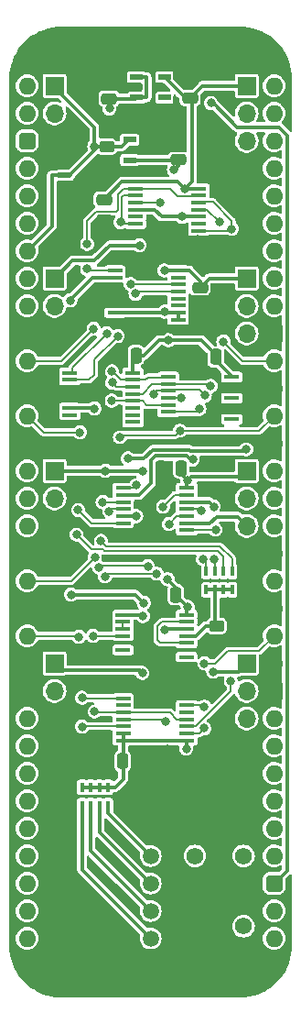
<source format=gbr>
%TF.GenerationSoftware,KiCad,Pcbnew,7.0.5*%
%TF.CreationDate,2024-01-10T17:42:36+02:00*%
%TF.ProjectId,Quad MPU Clock Generator,51756164-204d-4505-9520-436c6f636b20,rev?*%
%TF.SameCoordinates,Original*%
%TF.FileFunction,Copper,L1,Top*%
%TF.FilePolarity,Positive*%
%FSLAX46Y46*%
G04 Gerber Fmt 4.6, Leading zero omitted, Abs format (unit mm)*
G04 Created by KiCad (PCBNEW 7.0.5) date 2024-01-10 17:42:36*
%MOMM*%
%LPD*%
G01*
G04 APERTURE LIST*
G04 Aperture macros list*
%AMRoundRect*
0 Rectangle with rounded corners*
0 $1 Rounding radius*
0 $2 $3 $4 $5 $6 $7 $8 $9 X,Y pos of 4 corners*
0 Add a 4 corners polygon primitive as box body*
4,1,4,$2,$3,$4,$5,$6,$7,$8,$9,$2,$3,0*
0 Add four circle primitives for the rounded corners*
1,1,$1+$1,$2,$3*
1,1,$1+$1,$4,$5*
1,1,$1+$1,$6,$7*
1,1,$1+$1,$8,$9*
0 Add four rect primitives between the rounded corners*
20,1,$1+$1,$2,$3,$4,$5,0*
20,1,$1+$1,$4,$5,$6,$7,0*
20,1,$1+$1,$6,$7,$8,$9,0*
20,1,$1+$1,$8,$9,$2,$3,0*%
G04 Aperture macros list end*
%TA.AperFunction,ComponentPad*%
%ADD10R,1.575000X1.575000*%
%TD*%
%TA.AperFunction,ComponentPad*%
%ADD11C,1.575000*%
%TD*%
%TA.AperFunction,ComponentPad*%
%ADD12C,1.509000*%
%TD*%
%TA.AperFunction,SMDPad,CuDef*%
%ADD13R,0.450000X0.900000*%
%TD*%
%TA.AperFunction,SMDPad,CuDef*%
%ADD14R,1.475000X0.450000*%
%TD*%
%TA.AperFunction,SMDPad,CuDef*%
%ADD15R,1.250000X0.600000*%
%TD*%
%TA.AperFunction,SMDPad,CuDef*%
%ADD16R,1.450000X0.450000*%
%TD*%
%TA.AperFunction,SMDPad,CuDef*%
%ADD17R,1.150000X0.600000*%
%TD*%
%TA.AperFunction,SMDPad,CuDef*%
%ADD18RoundRect,0.250000X-0.250000X-0.475000X0.250000X-0.475000X0.250000X0.475000X-0.250000X0.475000X0*%
%TD*%
%TA.AperFunction,SMDPad,CuDef*%
%ADD19RoundRect,0.250000X0.450000X-0.262500X0.450000X0.262500X-0.450000X0.262500X-0.450000X-0.262500X0*%
%TD*%
%TA.AperFunction,SMDPad,CuDef*%
%ADD20RoundRect,0.250000X0.475000X-0.250000X0.475000X0.250000X-0.475000X0.250000X-0.475000X-0.250000X0*%
%TD*%
%TA.AperFunction,ComponentPad*%
%ADD21R,1.700000X1.700000*%
%TD*%
%TA.AperFunction,ComponentPad*%
%ADD22O,1.700000X1.700000*%
%TD*%
%TA.AperFunction,ComponentPad*%
%ADD23O,1.600000X1.600000*%
%TD*%
%TA.AperFunction,ComponentPad*%
%ADD24RoundRect,0.400000X-0.400000X-0.400000X0.400000X-0.400000X0.400000X0.400000X-0.400000X0.400000X0*%
%TD*%
%TA.AperFunction,ComponentPad*%
%ADD25R,1.600000X1.600000*%
%TD*%
%TA.AperFunction,SMDPad,CuDef*%
%ADD26RoundRect,0.250000X0.250000X0.475000X-0.250000X0.475000X-0.250000X-0.475000X0.250000X-0.475000X0*%
%TD*%
%TA.AperFunction,SMDPad,CuDef*%
%ADD27RoundRect,0.250000X-0.475000X0.250000X-0.475000X-0.250000X0.475000X-0.250000X0.475000X0.250000X0*%
%TD*%
%TA.AperFunction,SMDPad,CuDef*%
%ADD28C,0.500000*%
%TD*%
%TA.AperFunction,SMDPad,CuDef*%
%ADD29RoundRect,0.250000X-0.450000X0.262500X-0.450000X-0.262500X0.450000X-0.262500X0.450000X0.262500X0*%
%TD*%
%TA.AperFunction,ViaPad*%
%ADD30C,0.800000*%
%TD*%
%TA.AperFunction,Conductor*%
%ADD31C,0.380000*%
%TD*%
%TA.AperFunction,Conductor*%
%ADD32C,0.200000*%
%TD*%
G04 APERTURE END LIST*
%TA.AperFunction,EtchedComponent*%
%TO.C,NT1*%
G36*
X92829000Y-66925000D02*
G01*
X91829000Y-66925000D01*
X91829000Y-66425000D01*
X92829000Y-66425000D01*
X92829000Y-66925000D01*
G37*
%TD.AperFunction*%
%TD*%
D10*
%TO.P,S2,1,C1*%
%TO.N,/GND*%
X104430000Y-136040000D03*
D11*
%TO.P,S2,2,C2*%
%TO.N,unconnected-(S2-C2-Pad2)*%
X104430000Y-129540000D03*
%TO.P,S2,3,N1*%
%TO.N,/~{Reset}*%
X108930000Y-136040000D03*
%TO.P,S2,4,N2*%
%TO.N,unconnected-(S2-N2-Pad4)*%
X108930000Y-129540000D03*
%TD*%
D12*
%TO.P,S1,1,COM_1*%
%TO.N,/GND*%
X92710000Y-129540000D03*
%TO.P,S1,2,COM_2*%
X92710000Y-132080000D03*
%TO.P,S1,3,COM_3*%
X92710000Y-134620000D03*
%TO.P,S1,4,COM_4*%
X92710000Y-137160000D03*
%TO.P,S1,5,NO_4*%
%TO.N,/R4*%
X100330000Y-137160000D03*
%TO.P,S1,6,NO_3*%
%TO.N,/R3*%
X100330000Y-134620000D03*
%TO.P,S1,7,NO_2*%
%TO.N,/R2*%
X100330000Y-132080000D03*
%TO.P,S1,8,NO_1*%
%TO.N,/R1*%
X100330000Y-129540000D03*
%TD*%
D13*
%TO.P,RN1,1,R1*%
%TO.N,/3.3V*%
X96380000Y-123190000D03*
%TO.P,RN1,2,R2*%
X95580000Y-123190000D03*
%TO.P,RN1,3,R3*%
X94780000Y-123190000D03*
%TO.P,RN1,4,R4*%
X93980000Y-123190000D03*
%TO.P,RN1,5,R4*%
%TO.N,/R4*%
X93980000Y-124890000D03*
%TO.P,RN1,6,R3*%
%TO.N,/R3*%
X94780000Y-124890000D03*
%TO.P,RN1,7,R2*%
%TO.N,/R2*%
X95580000Y-124890000D03*
%TO.P,RN1,8,R1*%
%TO.N,/R1*%
X96380000Y-124890000D03*
%TD*%
D14*
%TO.P,IC9,1,~{1OE}*%
%TO.N,/R1*%
X97790000Y-95556000D03*
%TO.P,IC9,2,1A*%
%TO.N,/CLK1*%
X97790000Y-96206000D03*
%TO.P,IC9,3,1Y*%
%TO.N,Net-(IC9-1Y)*%
X97790000Y-96856000D03*
%TO.P,IC9,4,~{2OE}*%
%TO.N,/R2*%
X97790000Y-97506000D03*
%TO.P,IC9,5,2A*%
%TO.N,/CLK2*%
X97790000Y-98156000D03*
%TO.P,IC9,6,2Y*%
%TO.N,Net-(IC9-2Y)*%
X97790000Y-98806000D03*
%TO.P,IC9,7,GND*%
%TO.N,/GND*%
X97790000Y-99456000D03*
%TO.P,IC9,8,3Y*%
%TO.N,Net-(IC9-3Y)*%
X103666000Y-99456000D03*
%TO.P,IC9,9,3A*%
%TO.N,/CLK3*%
X103666000Y-98806000D03*
%TO.P,IC9,10,~{3OE}*%
%TO.N,/R3*%
X103666000Y-98156000D03*
%TO.P,IC9,11,4Y*%
%TO.N,Net-(IC9-4Y)*%
X103666000Y-97506000D03*
%TO.P,IC9,12,4A*%
%TO.N,/CLK4*%
X103666000Y-96856000D03*
%TO.P,IC9,13,~{4OE}*%
%TO.N,/R4*%
X103666000Y-96206000D03*
%TO.P,IC9,14,3V*%
%TO.N,/3.3V*%
X103666000Y-95556000D03*
%TD*%
D15*
%TO.P,IC8,1,~{RST}*%
%TO.N,/~{Reset}*%
X98391000Y-63378000D03*
%TO.P,IC8,2,5V*%
%TO.N,/5V*%
X98391000Y-65278000D03*
%TO.P,IC8,3,GND*%
%TO.N,/GND*%
X100491000Y-64328000D03*
%TD*%
D14*
%TO.P,IC7,1,1A*%
%TO.N,/~{Reset}*%
X97773000Y-107270000D03*
%TO.P,IC7,2,1Y*%
%TO.N,/Reset*%
X97773000Y-107920000D03*
%TO.P,IC7,3,2A*%
X97773000Y-108570000D03*
%TO.P,IC7,4,2Y*%
%TO.N,/~{Reset}_{2}*%
X97773000Y-109220000D03*
%TO.P,IC7,5,3A*%
%TO.N,/GND*%
X97773000Y-109870000D03*
%TO.P,IC7,6,3Y*%
%TO.N,unconnected-(IC7C-3Y-Pad6)*%
X97773000Y-110520000D03*
%TO.P,IC7,7,GND*%
%TO.N,/GND*%
X97773000Y-111170000D03*
%TO.P,IC7,8,4Y*%
%TO.N,unconnected-(IC7D-4Y-Pad8)*%
X103649000Y-111170000D03*
%TO.P,IC7,9,4A*%
%TO.N,/GND*%
X103649000Y-110520000D03*
%TO.P,IC7,10,5Y*%
%TO.N,/~{CLK}*%
X103649000Y-109870000D03*
%TO.P,IC7,11,5A*%
%TO.N,/CLK*%
X103649000Y-109220000D03*
%TO.P,IC7,12,6Y*%
%TO.N,/CLK_{2}*%
X103649000Y-108570000D03*
%TO.P,IC7,13,6A*%
%TO.N,/~{CLK}*%
X103649000Y-107920000D03*
%TO.P,IC7,14,3V*%
%TO.N,/3.3V*%
X103649000Y-107270000D03*
%TD*%
%TO.P,IC6,1,~{1RD}*%
%TO.N,/3.3V*%
X103666000Y-118872000D03*
%TO.P,IC6,2,1D*%
%TO.N,/~{Q}_{2}*%
X103666000Y-118222000D03*
%TO.P,IC6,3,1CP*%
%TO.N,/~{Y0}\u00B7~{Y2}*%
X103666000Y-117572000D03*
%TO.P,IC6,4,~{1SD}*%
%TO.N,/~{Reset}_{2}*%
X103666000Y-116922000D03*
%TO.P,IC6,5,1Q*%
%TO.N,unconnected-(IC6A-1Q-Pad5)*%
X103666000Y-116272000D03*
%TO.P,IC6,6,~{1Q}*%
%TO.N,/~{Q}_{2}*%
X103666000Y-115622000D03*
%TO.P,IC6,7,GND*%
%TO.N,/GND*%
X103666000Y-114972000D03*
%TO.P,IC6,8,~{2Q}*%
%TO.N,/~{Q}_{3}*%
X97790000Y-114972000D03*
%TO.P,IC6,9,2Q*%
%TO.N,unconnected-(IC6B-2Q-Pad9)*%
X97790000Y-115622000D03*
%TO.P,IC6,10,~{2SD}*%
%TO.N,/~{Reset}_{2}*%
X97790000Y-116272000D03*
%TO.P,IC6,11,2CP*%
%TO.N,/~{Y1}\u00B7~{Y3}*%
X97790000Y-116922000D03*
%TO.P,IC6,12,2D*%
%TO.N,/~{Q}_{3}*%
X97790000Y-117572000D03*
%TO.P,IC6,13,~{2RD}*%
%TO.N,/3.3V*%
X97790000Y-118222000D03*
%TO.P,IC6,14,3V*%
X97790000Y-118872000D03*
%TD*%
%TO.P,IC5,1,~{1RD}*%
%TO.N,/~{Reset}_{2}*%
X98916000Y-67900000D03*
%TO.P,IC5,2,1D*%
%TO.N,/~{Q}_{0}*%
X98916000Y-68550000D03*
%TO.P,IC5,3,1CP*%
%TO.N,/~{Y0}\u00B7~{Y2}*%
X98916000Y-69200000D03*
%TO.P,IC5,4,~{1SD}*%
%TO.N,/3.3V*%
X98916000Y-69850000D03*
%TO.P,IC5,5,1Q*%
%TO.N,unconnected-(IC5A-1Q-Pad5)*%
X98916000Y-70500000D03*
%TO.P,IC5,6,~{1Q}*%
%TO.N,/~{Q}_{0}*%
X98916000Y-71150000D03*
%TO.P,IC5,7,GND*%
%TO.N,/GND*%
X98916000Y-71800000D03*
%TO.P,IC5,8,~{2Q}*%
%TO.N,/~{Q}_{1}*%
X104792000Y-71800000D03*
%TO.P,IC5,9,2Q*%
%TO.N,unconnected-(IC5B-2Q-Pad9)*%
X104792000Y-71150000D03*
%TO.P,IC5,10,~{2SD}*%
%TO.N,/3.3V*%
X104792000Y-70500000D03*
%TO.P,IC5,11,2CP*%
%TO.N,/~{Y1}\u00B7~{Y3}*%
X104792000Y-69850000D03*
%TO.P,IC5,12,2D*%
%TO.N,/~{Q}_{1}*%
X104792000Y-69200000D03*
%TO.P,IC5,13,~{2RD}*%
%TO.N,/~{Reset}_{2}*%
X104792000Y-68550000D03*
%TO.P,IC5,14,3V*%
%TO.N,/3.3V*%
X104792000Y-67900000D03*
%TD*%
%TO.P,IC4,1,1A*%
%TO.N,/~{Y0}*%
X101964000Y-85299000D03*
%TO.P,IC4,2,1B*%
%TO.N,/~{Y2}*%
X101964000Y-85949000D03*
%TO.P,IC4,3,1Y*%
%TO.N,/~{Y0}\u00B7~{Y2}*%
X101964000Y-86599000D03*
%TO.P,IC4,4,2A*%
%TO.N,/~{Y1}*%
X101964000Y-87249000D03*
%TO.P,IC4,5,2B*%
%TO.N,/~{Y3}*%
X101964000Y-87899000D03*
%TO.P,IC4,6,2Y*%
%TO.N,/~{Y1}\u00B7~{Y3}*%
X101964000Y-88549000D03*
%TO.P,IC4,7,GND*%
%TO.N,/GND*%
X101964000Y-89199000D03*
%TO.P,IC4,8,3Y*%
%TO.N,unconnected-(IC4C-3Y-Pad8)*%
X107840000Y-89199000D03*
%TO.P,IC4,9,3A*%
%TO.N,/GND*%
X107840000Y-88549000D03*
%TO.P,IC4,10,3B*%
X107840000Y-87899000D03*
%TO.P,IC4,11,4Y*%
%TO.N,unconnected-(IC4D-4Y-Pad11)*%
X107840000Y-87249000D03*
%TO.P,IC4,12,4A*%
%TO.N,/GND*%
X107840000Y-86599000D03*
%TO.P,IC4,13,4B*%
X107840000Y-85949000D03*
%TO.P,IC4,14,3V*%
%TO.N,/3.3V*%
X107840000Y-85299000D03*
%TD*%
D16*
%TO.P,IC3,1,A0*%
%TO.N,/C0*%
X92833000Y-84923200D03*
%TO.P,IC3,2,A1*%
%TO.N,/C1*%
X92833000Y-85573200D03*
%TO.P,IC3,3,A2*%
%TO.N,/GND*%
X92833000Y-86223200D03*
%TO.P,IC3,4,~{E1}*%
X92833000Y-86873200D03*
%TO.P,IC3,5,~{E2}*%
X92833000Y-87523200D03*
%TO.P,IC3,6,E3*%
%TO.N,/~{Reset}*%
X92833000Y-88173200D03*
%TO.P,IC3,7,~{Y7}*%
%TO.N,unconnected-(IC3-~{Y7}-Pad7)*%
X92833000Y-88823200D03*
%TO.P,IC3,8,GND*%
%TO.N,/GND*%
X92833000Y-89473200D03*
%TO.P,IC3,9,~{Y6}*%
%TO.N,unconnected-(IC3-~{Y6}-Pad9)*%
X98683000Y-89473200D03*
%TO.P,IC3,10,~{Y5}*%
%TO.N,unconnected-(IC3-~{Y5}-Pad10)*%
X98683000Y-88823200D03*
%TO.P,IC3,11,~{Y4}*%
%TO.N,unconnected-(IC3-~{Y4}-Pad11)*%
X98683000Y-88173200D03*
%TO.P,IC3,12,~{Y3}*%
%TO.N,/~{Y3}*%
X98683000Y-87523200D03*
%TO.P,IC3,13,~{Y2}*%
%TO.N,/~{Y2}*%
X98683000Y-86873200D03*
%TO.P,IC3,14,~{Y1}*%
%TO.N,/~{Y1}*%
X98683000Y-86223200D03*
%TO.P,IC3,15,~{Y0}*%
%TO.N,/~{Y0}*%
X98683000Y-85573200D03*
%TO.P,IC3,16,3V*%
%TO.N,/3.3V*%
X98683000Y-84923200D03*
%TD*%
%TO.P,IC2,1,~{MR}*%
%TO.N,/~{Reset}_{2}*%
X97024000Y-75475056D03*
%TO.P,IC2,2,CP*%
%TO.N,/CLK_{2}*%
X97024000Y-76125056D03*
%TO.P,IC2,3,D0*%
%TO.N,/GND*%
X97024000Y-76775056D03*
%TO.P,IC2,4,D1*%
X97024000Y-77425056D03*
%TO.P,IC2,5,D2*%
X97024000Y-78075056D03*
%TO.P,IC2,6,D3*%
X97024000Y-78725056D03*
%TO.P,IC2,7,CEP*%
%TO.N,/3.3V*%
X97024000Y-79375056D03*
%TO.P,IC2,8,GND*%
%TO.N,/GND*%
X97024000Y-80025056D03*
%TO.P,IC2,9,~{PE}*%
%TO.N,/3.3V*%
X102874000Y-80025056D03*
%TO.P,IC2,10,CET*%
X102874000Y-79375056D03*
%TO.P,IC2,11,Q3*%
%TO.N,unconnected-(IC2-Q3-Pad11)*%
X102874000Y-78725056D03*
%TO.P,IC2,12,Q2*%
%TO.N,unconnected-(IC2-Q2-Pad12)*%
X102874000Y-78075056D03*
%TO.P,IC2,13,Q1*%
%TO.N,/C1*%
X102874000Y-77425056D03*
%TO.P,IC2,14,Q0*%
%TO.N,/C0*%
X102874000Y-76775056D03*
%TO.P,IC2,15,TC*%
%TO.N,unconnected-(IC2-TC-Pad15)*%
X102874000Y-76125056D03*
%TO.P,IC2,16,3V*%
%TO.N,/3.3V*%
X102874000Y-75475056D03*
%TD*%
D17*
%TO.P,IC1,1,VIN*%
%TO.N,/5V*%
X99000000Y-57597000D03*
%TO.P,IC1,2,GND*%
%TO.N,/GND*%
X99000000Y-58547000D03*
%TO.P,IC1,3,EN*%
%TO.N,/5V*%
X99000000Y-59497000D03*
%TO.P,IC1,4,ADJ*%
%TO.N,unconnected-(IC1-ADJ-Pad4)*%
X101600000Y-59497000D03*
%TO.P,IC1,5,VOUT*%
%TO.N,/3.3V*%
X101600000Y-57597000D03*
%TD*%
D18*
%TO.P,C4,1*%
%TO.N,/3.3V*%
X97745000Y-120777000D03*
%TO.P,C4,2*%
%TO.N,/GND*%
X99645000Y-120777000D03*
%TD*%
D19*
%TO.P,R2,1*%
%TO.N,/~{Reset}*%
X96256000Y-64031500D03*
%TO.P,R2,2*%
%TO.N,/GND*%
X96256000Y-62206500D03*
%TD*%
D20*
%TO.P,C10,1*%
%TO.N,/5V*%
X96490000Y-59608000D03*
%TO.P,C10,2*%
%TO.N,/GND*%
X96490000Y-57708000D03*
%TD*%
D21*
%TO.P,J7,1,Pin_1*%
%TO.N,/3.3V*%
X109220000Y-93980000D03*
D22*
%TO.P,J7,2,Pin_2*%
%TO.N,unconnected-(J7-Pin_2-Pad2)*%
X109220000Y-96520000D03*
%TO.P,J7,3,Pin_3*%
%TO.N,/CLK3*%
X109220000Y-99060000D03*
%TD*%
D23*
%TO.P,J1,1,Pin_1*%
%TO.N,unconnected-(J1-Pin_1-Pad1)*%
X88900000Y-58420000D03*
%TO.P,J1,2,Pin_2*%
%TO.N,unconnected-(J1-Pin_2-Pad2)*%
X88900000Y-60960000D03*
D24*
%TO.P,J1,3,Pin_3*%
%TO.N,/5V*%
X88900000Y-63500000D03*
D23*
%TO.P,J1,4,Pin_4*%
%TO.N,unconnected-(J1-Pin_4-Pad4)*%
X88900000Y-66040000D03*
%TO.P,J1,5,Pin_5*%
%TO.N,unconnected-(J1-Pin_5-Pad5)*%
X88900000Y-68580000D03*
%TO.P,J1,6,Pin_6*%
%TO.N,unconnected-(J1-Pin_6-Pad6)*%
X88900000Y-71120000D03*
%TO.P,J1,7,Pin_7*%
%TO.N,/~{Reset}_{OUT}*%
X88900000Y-73660000D03*
%TO.P,J1,8,Pin_8*%
%TO.N,unconnected-(J1-Pin_8-Pad8)*%
X88900000Y-76200000D03*
%TO.P,J1,9,Pin_9*%
%TO.N,unconnected-(J1-Pin_9-Pad9)*%
X88900000Y-78740000D03*
D25*
%TO.P,J1,10,Pin_10*%
%TO.N,/GND*%
X88900000Y-81280000D03*
D23*
%TO.P,J1,11,Pin_11*%
%TO.N,/~{Q}_{0}*%
X88900000Y-83820000D03*
%TO.P,J1,12,Pin_12*%
%TO.N,/GND*%
X88900000Y-86360000D03*
%TO.P,J1,13,Pin_13*%
%TO.N,/~{Y0}*%
X88900000Y-88900000D03*
%TO.P,J1,14,Pin_14*%
%TO.N,/GND*%
X88900000Y-91440000D03*
%TO.P,J1,15,Pin_15*%
%TO.N,unconnected-(J1-Pin_15-Pad15)*%
X88900000Y-93980000D03*
%TO.P,J1,16,Pin_16*%
%TO.N,unconnected-(J1-Pin_16-Pad16)*%
X88900000Y-96520000D03*
%TO.P,J1,17,Pin_17*%
%TO.N,unconnected-(J1-Pin_17-Pad17)*%
X88900000Y-99060000D03*
%TO.P,J1,18,Pin_18*%
%TO.N,/GND*%
X88900000Y-101600000D03*
%TO.P,J1,19,Pin_19*%
%TO.N,/~{Y3}*%
X88900000Y-104140000D03*
%TO.P,J1,20,Pin_20*%
%TO.N,/GND*%
X88900000Y-106680000D03*
%TO.P,J1,21,Pin_21*%
%TO.N,/~{Q}_{3}*%
X88900000Y-109220000D03*
%TO.P,J1,22,Pin_22*%
%TO.N,/GND*%
X88900000Y-111760000D03*
D25*
%TO.P,J1,23,Pin_23*%
X88900000Y-114300000D03*
D23*
%TO.P,J1,24,Pin_24*%
%TO.N,unconnected-(J1-Pin_24-Pad24)*%
X88900000Y-116840000D03*
%TO.P,J1,25,Pin_25*%
%TO.N,unconnected-(J1-Pin_25-Pad25)*%
X88900000Y-119380000D03*
%TO.P,J1,26,Pin_26*%
%TO.N,unconnected-(J1-Pin_26-Pad26)*%
X88900000Y-121920000D03*
%TO.P,J1,27,Pin_27*%
%TO.N,unconnected-(J1-Pin_27-Pad27)*%
X88900000Y-124460000D03*
%TO.P,J1,28,Pin_28*%
%TO.N,unconnected-(J1-Pin_28-Pad28)*%
X88900000Y-127000000D03*
%TO.P,J1,29,Pin_29*%
%TO.N,unconnected-(J1-Pin_29-Pad29)*%
X88900000Y-129540000D03*
%TO.P,J1,30,Pin_30*%
%TO.N,unconnected-(J1-Pin_30-Pad30)*%
X88900000Y-132080000D03*
%TO.P,J1,31,Pin_31*%
%TO.N,unconnected-(J1-Pin_31-Pad31)*%
X88900000Y-134620000D03*
%TO.P,J1,32,Pin_32*%
%TO.N,unconnected-(J1-Pin_32-Pad32)*%
X88900000Y-137160000D03*
%TO.P,J1,33,Pin_33*%
%TO.N,unconnected-(J1-Pin_33-Pad33)*%
X111760000Y-137160000D03*
%TO.P,J1,34,Pin_34*%
%TO.N,unconnected-(J1-Pin_34-Pad34)*%
X111760000Y-134620000D03*
D24*
%TO.P,J1,35,Pin_35*%
%TO.N,/5V*%
X111760000Y-132080000D03*
D23*
%TO.P,J1,36,Pin_36*%
%TO.N,unconnected-(J1-Pin_36-Pad36)*%
X111760000Y-129540000D03*
%TO.P,J1,37,Pin_37*%
%TO.N,unconnected-(J1-Pin_37-Pad37)*%
X111760000Y-127000000D03*
%TO.P,J1,38,Pin_38*%
%TO.N,unconnected-(J1-Pin_38-Pad38)*%
X111760000Y-124460000D03*
%TO.P,J1,39,Pin_39*%
%TO.N,unconnected-(J1-Pin_39-Pad39)*%
X111760000Y-121920000D03*
%TO.P,J1,40,Pin_40*%
%TO.N,unconnected-(J1-Pin_40-Pad40)*%
X111760000Y-119380000D03*
%TO.P,J1,41,Pin_41*%
%TO.N,unconnected-(J1-Pin_41-Pad41)*%
X111760000Y-116840000D03*
D25*
%TO.P,J1,42,Pin_42*%
%TO.N,/GND*%
X111760000Y-114300000D03*
D23*
%TO.P,J1,43,Pin_43*%
X111760000Y-111760000D03*
%TO.P,J1,44,Pin_44*%
%TO.N,/~{Q}_{2}*%
X111760000Y-109220000D03*
%TO.P,J1,45,Pin_45*%
%TO.N,/GND*%
X111760000Y-106680000D03*
%TO.P,J1,46,Pin_46*%
%TO.N,/~{Y2}*%
X111760000Y-104140000D03*
%TO.P,J1,47,Pin_47*%
%TO.N,/GND*%
X111760000Y-101600000D03*
%TO.P,J1,48,Pin_48*%
%TO.N,unconnected-(J1-Pin_48-Pad48)*%
X111760000Y-99060000D03*
%TO.P,J1,49,Pin_49*%
%TO.N,unconnected-(J1-Pin_49-Pad49)*%
X111760000Y-96520000D03*
%TO.P,J1,50,Pin_50*%
%TO.N,unconnected-(J1-Pin_50-Pad50)*%
X111760000Y-93980000D03*
%TO.P,J1,51,Pin_51*%
%TO.N,/GND*%
X111760000Y-91440000D03*
%TO.P,J1,52,Pin_52*%
%TO.N,/~{Y1}*%
X111760000Y-88900000D03*
%TO.P,J1,53,Pin_53*%
%TO.N,/GND*%
X111760000Y-86360000D03*
%TO.P,J1,54,Pin_54*%
%TO.N,/~{Q}_{1}*%
X111760000Y-83820000D03*
D25*
%TO.P,J1,55,Pin_55*%
%TO.N,/GND*%
X111760000Y-81280000D03*
D23*
%TO.P,J1,56,Pin_56*%
%TO.N,unconnected-(J1-Pin_56-Pad56)*%
X111760000Y-78740000D03*
%TO.P,J1,57,Pin_57*%
%TO.N,unconnected-(J1-Pin_57-Pad57)*%
X111760000Y-76200000D03*
%TO.P,J1,58,Pin_58*%
%TO.N,unconnected-(J1-Pin_58-Pad58)*%
X111760000Y-73660000D03*
%TO.P,J1,59,Pin_59*%
%TO.N,unconnected-(J1-Pin_59-Pad59)*%
X111760000Y-71120000D03*
%TO.P,J1,60,Pin_60*%
%TO.N,unconnected-(J1-Pin_60-Pad60)*%
X111760000Y-68580000D03*
%TO.P,J1,61,Pin_61*%
%TO.N,unconnected-(J1-Pin_61-Pad61)*%
X111760000Y-66040000D03*
%TO.P,J1,62,Pin_62*%
%TO.N,unconnected-(J1-Pin_62-Pad62)*%
X111760000Y-63500000D03*
%TO.P,J1,63,Pin_63*%
%TO.N,unconnected-(J1-Pin_63-Pad63)*%
X111760000Y-60960000D03*
%TO.P,J1,64,Pin_64*%
%TO.N,unconnected-(J1-Pin_64-Pad64)*%
X111760000Y-58420000D03*
%TD*%
D26*
%TO.P,C6,1*%
%TO.N,/3.3V*%
X102661000Y-105410000D03*
%TO.P,C6,2*%
%TO.N,/GND*%
X100761000Y-105410000D03*
%TD*%
D27*
%TO.P,C7,1*%
%TO.N,/3.3V*%
X96012000Y-68916000D03*
%TO.P,C7,2*%
%TO.N,/GND*%
X96012000Y-70816000D03*
%TD*%
D28*
%TO.P,NT1,1,1*%
%TO.N,/~{Reset}*%
X92829000Y-66675000D03*
%TO.P,NT1,2,2*%
%TO.N,/~{Reset}_{OUT}*%
X91829000Y-66675000D03*
%TD*%
D21*
%TO.P,J9,1,Pin_1*%
%TO.N,/3.3V*%
X109220000Y-111760000D03*
D22*
%TO.P,J9,2,Pin_2*%
%TO.N,unconnected-(J9-Pin_2-Pad2)*%
X109220000Y-114300000D03*
%TO.P,J9,3,Pin_3*%
%TO.N,/CLK4*%
X109220000Y-116840000D03*
%TD*%
D21*
%TO.P,J6,1,Pin_1*%
%TO.N,/~{Reset}*%
X91440000Y-93980000D03*
D22*
%TO.P,J6,2,Pin_2*%
%TO.N,unconnected-(J6-Pin_2-Pad2)*%
X91440000Y-96520000D03*
%TO.P,J6,3,Pin_3*%
%TO.N,/GND*%
X91440000Y-99060000D03*
%TD*%
D26*
%TO.P,C2,1*%
%TO.N,/3.3V*%
X98978000Y-83312000D03*
%TO.P,C2,2*%
%TO.N,/GND*%
X97078000Y-83312000D03*
%TD*%
D13*
%TO.P,RN2,1,R1*%
%TO.N,Net-(IC9-1Y)*%
X107880000Y-103261000D03*
%TO.P,RN2,2,R2*%
%TO.N,Net-(IC9-2Y)*%
X107080000Y-103261000D03*
%TO.P,RN2,3,R3*%
%TO.N,Net-(IC9-3Y)*%
X106280000Y-103261000D03*
%TO.P,RN2,4,R4*%
%TO.N,Net-(IC9-4Y)*%
X105480000Y-103261000D03*
%TO.P,RN2,5,R4*%
%TO.N,/CLK*%
X105480000Y-104961000D03*
%TO.P,RN2,6,R3*%
X106280000Y-104961000D03*
%TO.P,RN2,7,R2*%
X107080000Y-104961000D03*
%TO.P,RN2,8,R1*%
X107880000Y-104961000D03*
%TD*%
D20*
%TO.P,C11,1*%
%TO.N,/3.3V*%
X103983000Y-59542000D03*
%TO.P,C11,2*%
%TO.N,/GND*%
X103983000Y-57642000D03*
%TD*%
D21*
%TO.P,J5,1,Pin_1*%
%TO.N,/3.3V*%
X109220000Y-76200000D03*
D22*
%TO.P,J5,2,Pin_2*%
%TO.N,unconnected-(J5-Pin_2-Pad2)*%
X109220000Y-78740000D03*
%TO.P,J5,3,Pin_3*%
%TO.N,/CLK2*%
X109220000Y-81280000D03*
%TD*%
D21*
%TO.P,J2,1,Pin_1*%
%TO.N,/~{Reset}*%
X91440000Y-58420000D03*
D22*
%TO.P,J2,2,Pin_2*%
%TO.N,unconnected-(J2-Pin_2-Pad2)*%
X91440000Y-60960000D03*
%TO.P,J2,3,Pin_3*%
%TO.N,/GND*%
X91440000Y-63500000D03*
%TD*%
D21*
%TO.P,J4,1,Pin_1*%
%TO.N,/~{Reset}*%
X91440000Y-76200000D03*
D22*
%TO.P,J4,2,Pin_2*%
%TO.N,unconnected-(J4-Pin_2-Pad2)*%
X91440000Y-78740000D03*
%TO.P,J4,3,Pin_3*%
%TO.N,/GND*%
X91440000Y-81280000D03*
%TD*%
D29*
%TO.P,R1,1*%
%TO.N,/CLK*%
X106436000Y-108307500D03*
%TO.P,R1,2*%
%TO.N,/GND*%
X106436000Y-110132500D03*
%TD*%
D20*
%TO.P,C8,1*%
%TO.N,/5V*%
X102870000Y-65262000D03*
%TO.P,C8,2*%
%TO.N,/GND*%
X102870000Y-63362000D03*
%TD*%
D27*
%TO.P,C3,1*%
%TO.N,/3.3V*%
X104902000Y-77044000D03*
%TO.P,C3,2*%
%TO.N,/GND*%
X104902000Y-78944000D03*
%TD*%
D26*
%TO.P,C5,1*%
%TO.N,/3.3V*%
X106344000Y-83439000D03*
%TO.P,C5,2*%
%TO.N,/GND*%
X104444000Y-83439000D03*
%TD*%
D21*
%TO.P,J3,1,Pin_1*%
%TO.N,/3.3V*%
X109220000Y-58420000D03*
D22*
%TO.P,J3,2,Pin_2*%
%TO.N,unconnected-(J3-Pin_2-Pad2)*%
X109220000Y-60960000D03*
%TO.P,J3,3,Pin_3*%
%TO.N,/CLK1*%
X109220000Y-63500000D03*
%TD*%
D21*
%TO.P,J8,1,Pin_1*%
%TO.N,/~{Reset}*%
X91440000Y-111760000D03*
D22*
%TO.P,J8,2,Pin_2*%
%TO.N,unconnected-(J8-Pin_2-Pad2)*%
X91440000Y-114300000D03*
%TO.P,J8,3,Pin_3*%
%TO.N,/GND*%
X91440000Y-116840000D03*
%TD*%
D26*
%TO.P,C1,1*%
%TO.N,/3.3V*%
X103169000Y-93726000D03*
%TO.P,C1,2*%
%TO.N,/GND*%
X101269000Y-93726000D03*
%TD*%
D30*
%TO.N,/5V*%
X105918000Y-60010000D03*
X96520000Y-60518000D03*
X102489000Y-66167000D03*
%TO.N,/GND*%
X105918000Y-57404000D03*
X101854000Y-119662008D03*
X100520500Y-62293500D03*
X105029006Y-110490000D03*
X94869000Y-57597000D03*
X103632000Y-114300000D03*
X104648000Y-72624502D03*
X107188000Y-80137000D03*
%TO.N,/3.3V*%
X103632000Y-119634000D03*
X101981000Y-81915000D03*
X103251000Y-70500000D03*
X101600000Y-79274050D03*
X101897637Y-103985478D03*
X103459991Y-67899991D03*
X103759000Y-94869000D03*
X101600000Y-75464050D03*
X103759000Y-106553000D03*
X106121384Y-112522000D03*
%TO.N,/~{Reset}_{2}*%
X95147000Y-116205000D03*
X94996000Y-109220000D03*
X94455438Y-75339012D03*
X94455440Y-73025000D03*
%TO.N,/CLK_{2}*%
X92896000Y-78232000D03*
X99695000Y-106172000D03*
X92964000Y-105410000D03*
X101665000Y-108652013D03*
%TO.N,/C1*%
X97282001Y-81533999D03*
X98933000Y-77623056D03*
%TO.N,/C0*%
X98481788Y-76730637D03*
X96266000Y-81280000D03*
%TO.N,/~{Reset}*%
X95125418Y-88213391D03*
X99314000Y-73152000D03*
X96139000Y-93980000D03*
X99618019Y-107391981D03*
X99568004Y-112649000D03*
X99568000Y-93980000D03*
X95122996Y-64008000D03*
%TO.N,/~{Y3}*%
X95175267Y-101964086D03*
X96740200Y-87503000D03*
%TO.N,/~{Y2}*%
X105890000Y-86143934D03*
%TO.N,/~{Y1}*%
X103157594Y-87249004D03*
X103028747Y-90269000D03*
X97491155Y-90878196D03*
X96771313Y-85830149D03*
%TO.N,/~{Y0}*%
X93787998Y-90416939D03*
X96761971Y-84797135D03*
%TO.N,/~{Y0}\u00B7~{Y2}*%
X100584000Y-86868000D03*
X105345000Y-87019473D03*
X101194014Y-69224862D03*
X107752000Y-113411000D03*
%TO.N,/~{Y1}\u00B7~{Y3}*%
X106680000Y-70993000D03*
X101727000Y-117094000D03*
X104844964Y-88258896D03*
%TO.N,/~{Q}_{0}*%
X97536000Y-71010000D03*
X95056707Y-80858763D03*
%TO.N,/~{Q}_{1}*%
X107061000Y-82042000D03*
X107843006Y-71627997D03*
%TO.N,/~{Q}_{2}*%
X105305168Y-111760000D03*
X105305168Y-115752701D03*
X105283415Y-117754355D03*
%TO.N,/~{Q}_{3}*%
X93980000Y-117602000D03*
X93980000Y-114935000D03*
X93685297Y-109312627D03*
%TO.N,/CLK1*%
X104219737Y-92937000D03*
%TO.N,/CLK2*%
X98232536Y-92837000D03*
X98994994Y-98171000D03*
X109171104Y-91976000D03*
%TO.N,/R1*%
X99022536Y-95313234D03*
%TO.N,/R2*%
X96498660Y-97699884D03*
%TO.N,/R3*%
X102015107Y-98897646D03*
X100881096Y-103477977D03*
X96105654Y-103721132D03*
%TO.N,/R4*%
X100076000Y-102777977D03*
X101473000Y-97282000D03*
X95544469Y-102893438D03*
%TO.N,Net-(IC9-1Y)*%
X95732732Y-100457000D03*
X95893821Y-96864058D03*
%TO.N,Net-(IC9-2Y)*%
X93627000Y-97590762D03*
X93471998Y-99859727D03*
%TO.N,Net-(IC9-3Y)*%
X106172000Y-102108000D03*
X106332168Y-99413000D03*
%TO.N,Net-(IC9-4Y)*%
X105156000Y-102108000D03*
X105029000Y-97663004D03*
%TO.N,/CLK4*%
X106172006Y-97282000D03*
%TD*%
D31*
%TO.N,/5V*%
X106111000Y-60010000D02*
X108331000Y-62230000D01*
X96490000Y-59608000D02*
X98889000Y-59608000D01*
X102870000Y-65262000D02*
X102870000Y-65786000D01*
X98391000Y-65278000D02*
X102854000Y-65278000D01*
X99000000Y-59497000D02*
X99955000Y-59497000D01*
X96490000Y-60488000D02*
X96520000Y-60518000D01*
X99955000Y-57597000D02*
X99000000Y-57597000D01*
X99965000Y-59487000D02*
X99965000Y-57607000D01*
X99965000Y-57607000D02*
X99955000Y-57597000D01*
X105918000Y-60010000D02*
X106111000Y-60010000D01*
X99955000Y-59497000D02*
X99965000Y-59487000D01*
X112950000Y-130890000D02*
X111760000Y-132080000D01*
X112172915Y-62230000D02*
X112950000Y-63007085D01*
X108331000Y-62230000D02*
X112172915Y-62230000D01*
X102870000Y-65786000D02*
X102489000Y-66167000D01*
X112950000Y-63007085D02*
X112950000Y-130890000D01*
X96490000Y-59608000D02*
X96490000Y-60488000D01*
%TO.N,/GND*%
X105680000Y-57642000D02*
X105918000Y-57404000D01*
X100330000Y-80645000D02*
X99710056Y-80025056D01*
X95909000Y-80015056D02*
X92704944Y-80015056D01*
X107840000Y-87899000D02*
X107840000Y-88549000D01*
X92833000Y-89473200D02*
X95950200Y-89473200D01*
X103632000Y-114300000D02*
X103124000Y-113792000D01*
X106095000Y-80137000D02*
X104902000Y-78944000D01*
X101964000Y-89199000D02*
X101074800Y-90088200D01*
X97024000Y-78725056D02*
X97024000Y-78075056D01*
X92710000Y-129540000D02*
X92710000Y-132080000D01*
X98806000Y-111170000D02*
X97773000Y-111170000D01*
X92710000Y-134620000D02*
X92710000Y-137160000D01*
X95919000Y-78725056D02*
X97024000Y-78725056D01*
X97291000Y-56907000D02*
X103248000Y-56907000D01*
X94980000Y-57708000D02*
X94869000Y-57597000D01*
X95919000Y-80025056D02*
X95909000Y-80015056D01*
X106436000Y-110132500D02*
X105386506Y-110132500D01*
X96645500Y-111160000D02*
X96655500Y-111170000D01*
X105386506Y-110132500D02*
X105029006Y-110490000D01*
X103649000Y-110520000D02*
X104999006Y-110520000D01*
X90140000Y-110520000D02*
X88900000Y-111760000D01*
X107188000Y-80137000D02*
X106095000Y-80137000D01*
X97329000Y-58547000D02*
X96490000Y-57708000D01*
X92833000Y-87523200D02*
X91728000Y-87523200D01*
X104999006Y-110520000D02*
X105029006Y-110490000D01*
X103649000Y-110520000D02*
X101824000Y-110520000D01*
X91440000Y-116840000D02*
X91440000Y-123571000D01*
X97773000Y-109870000D02*
X96655500Y-109870000D01*
X102165500Y-138304500D02*
X93854500Y-138304500D01*
X91440000Y-123571000D02*
X92710000Y-124841000D01*
X99000000Y-58547000D02*
X97329000Y-58547000D01*
X106680000Y-86599000D02*
X106680000Y-85675000D01*
X96548500Y-110520000D02*
X90140000Y-110520000D01*
X98900500Y-111075500D02*
X98806000Y-111170000D01*
X93980000Y-113792000D02*
X91440000Y-116332000D01*
X95950200Y-84439800D02*
X97078000Y-83312000D01*
X92710000Y-132080000D02*
X92710000Y-134620000D01*
X106680000Y-85675000D02*
X104444000Y-83439000D01*
X96490000Y-57708000D02*
X97291000Y-56907000D01*
X100739008Y-120777000D02*
X101854000Y-119662008D01*
X92704944Y-80015056D02*
X91440000Y-81280000D01*
X100761000Y-105410000D02*
X100761000Y-107646000D01*
X99710056Y-80025056D02*
X97024000Y-80025056D01*
X98916000Y-71800000D02*
X96892034Y-71800000D01*
X106680000Y-88646000D02*
X106127000Y-89199000D01*
X96565200Y-90088200D02*
X95950200Y-89473200D01*
X95950200Y-89473200D02*
X95950200Y-84439800D01*
X101269000Y-96368771D02*
X101269000Y-93726000D01*
X106127000Y-89199000D02*
X101964000Y-89199000D01*
X102119000Y-63362000D02*
X102870000Y-63362000D01*
X92833000Y-86873200D02*
X91318200Y-86873200D01*
X96655500Y-111170000D02*
X97773000Y-111170000D01*
X106777000Y-88549000D02*
X107840000Y-88549000D01*
X96892034Y-71800000D02*
X96012000Y-70919966D01*
X94882756Y-73969000D02*
X91191000Y-73969000D01*
X96655500Y-109870000D02*
X96645500Y-109880000D01*
X103632000Y-114300000D02*
X103632000Y-114938000D01*
X96012000Y-72839756D02*
X94882756Y-73969000D01*
X97024000Y-78075056D02*
X97024000Y-77425056D01*
X100683000Y-96954771D02*
X101269000Y-96368771D01*
X101153000Y-64328000D02*
X102119000Y-63362000D01*
X96645500Y-109880000D02*
X96645500Y-110617000D01*
X91718000Y-87533200D02*
X91718000Y-89224850D01*
X91966350Y-89473200D02*
X92833000Y-89473200D01*
X91191000Y-73969000D02*
X90090000Y-75070000D01*
X101174000Y-111170000D02*
X98806000Y-111170000D01*
X104902000Y-79727056D02*
X103984056Y-80645000D01*
X98863797Y-99456000D02*
X100683000Y-97636797D01*
X94869000Y-57597000D02*
X94869000Y-60819500D01*
X99568000Y-100330000D02*
X106934000Y-100330000D01*
X95909000Y-78735056D02*
X95919000Y-78725056D01*
X104902000Y-78944000D02*
X104902000Y-79727056D01*
X100491000Y-62323000D02*
X100520500Y-62293500D01*
X94869000Y-60819500D02*
X96343000Y-62293500D01*
X95909000Y-80015056D02*
X95909000Y-78735056D01*
X94486763Y-99456000D02*
X97790000Y-99456000D01*
X92833000Y-86223200D02*
X92833000Y-86873200D01*
X107840000Y-86599000D02*
X107840000Y-85949000D01*
X90805000Y-86360000D02*
X88900000Y-86360000D01*
X96645500Y-110617000D02*
X96645500Y-111160000D01*
X98694000Y-99456000D02*
X99568000Y-100330000D01*
X93854500Y-138304500D02*
X92710000Y-137160000D01*
X106934000Y-100330000D02*
X108204000Y-101600000D01*
X103983000Y-57642000D02*
X105680000Y-57642000D01*
X106457225Y-110111275D02*
X108328725Y-110111275D01*
X91718000Y-89224850D02*
X91966350Y-89473200D01*
X98900500Y-109506500D02*
X98900500Y-111075500D01*
X100883000Y-71800000D02*
X98916000Y-71800000D01*
X96012000Y-70816000D02*
X96012000Y-72839756D01*
X100491000Y-64328000D02*
X101153000Y-64328000D01*
X101707502Y-72624502D02*
X100883000Y-71800000D01*
X94090763Y-99060000D02*
X94486763Y-99456000D01*
X92710000Y-124841000D02*
X92710000Y-129540000D01*
X103248000Y-56907000D02*
X103983000Y-57642000D01*
X106680000Y-86641500D02*
X106680000Y-88646000D01*
X100761000Y-107646000D02*
X98900500Y-109506500D01*
X96490000Y-57708000D02*
X94980000Y-57708000D01*
X91318200Y-86873200D02*
X90805000Y-86360000D01*
X103984056Y-80645000D02*
X100330000Y-80645000D01*
X97024000Y-77425056D02*
X97024000Y-76775056D01*
X104648000Y-72624502D02*
X101707502Y-72624502D01*
X97024000Y-80025056D02*
X95919000Y-80025056D01*
X98309548Y-91186000D02*
X97827348Y-91668200D01*
X91728000Y-87523200D02*
X91718000Y-87533200D01*
X111506000Y-91186000D02*
X98309548Y-91186000D01*
X104430000Y-136040000D02*
X102165500Y-138304500D01*
X96645500Y-110617000D02*
X96548500Y-110520000D01*
X103124000Y-113792000D02*
X93980000Y-113792000D01*
X100683000Y-97636797D02*
X100683000Y-96954771D01*
X100491000Y-64328000D02*
X100491000Y-62323000D01*
X107840000Y-86599000D02*
X106680000Y-86599000D01*
X98694000Y-99456000D02*
X98863797Y-99456000D01*
X101824000Y-110520000D02*
X101174000Y-111170000D01*
X92833000Y-86873200D02*
X92833000Y-87523200D01*
X107840000Y-86599000D02*
X111521000Y-86599000D01*
X108204000Y-101600000D02*
X111760000Y-101600000D01*
X91440000Y-99060000D02*
X94090763Y-99060000D01*
X97827348Y-91668200D02*
X89128200Y-91668200D01*
X108328725Y-110111275D02*
X111760000Y-106680000D01*
X101074800Y-90088200D02*
X96565200Y-90088200D01*
X97790000Y-99456000D02*
X98694000Y-99456000D01*
X106680000Y-88646000D02*
X106777000Y-88549000D01*
X90090000Y-75070000D02*
X90090000Y-80090000D01*
X106722500Y-86599000D02*
X106680000Y-86641500D01*
X90090000Y-80090000D02*
X88900000Y-81280000D01*
X96343000Y-62293500D02*
X100520500Y-62293500D01*
X99645000Y-120777000D02*
X100739008Y-120777000D01*
%TO.N,/3.3V*%
X102661000Y-104748841D02*
X101897637Y-103985478D01*
X103545000Y-59542000D02*
X101600000Y-57597000D01*
X103459991Y-67899991D02*
X102845000Y-67285000D01*
X94780000Y-123190000D02*
X95580000Y-123190000D01*
X98916000Y-69850000D02*
X100711000Y-69850000D01*
X104792000Y-70500000D02*
X103251000Y-70500000D01*
X98978000Y-83312000D02*
X99695000Y-83312000D01*
X98683000Y-83816000D02*
X98683000Y-84923200D01*
X103649000Y-106663000D02*
X103759000Y-106553000D01*
X105746000Y-76200000D02*
X104902000Y-77044000D01*
X103666000Y-94962000D02*
X103759000Y-94869000D01*
X103649000Y-107270000D02*
X103649000Y-106663000D01*
X102874000Y-75475056D02*
X101611006Y-75475056D01*
X107840000Y-85234000D02*
X106344000Y-83738000D01*
X103759000Y-106553000D02*
X102661000Y-105455000D01*
X105746000Y-76200000D02*
X109220000Y-76200000D01*
X101600000Y-79274050D02*
X101498994Y-79375056D01*
X105029000Y-81915000D02*
X101981000Y-81915000D01*
X101498994Y-79375056D02*
X97024000Y-79375056D01*
X100711000Y-69850000D02*
X101361000Y-70500000D01*
X102874000Y-79375056D02*
X102874000Y-80025056D01*
X103759000Y-94869000D02*
X103169000Y-94279000D01*
X105105000Y-58420000D02*
X109220000Y-58420000D01*
X102661000Y-105410000D02*
X102661000Y-104748841D01*
X101092000Y-81915000D02*
X101981000Y-81915000D01*
X101611006Y-75475056D02*
X101600000Y-75464050D01*
X103923056Y-75475056D02*
X102874000Y-75475056D01*
X104140000Y-59699000D02*
X104140000Y-67219982D01*
X104902000Y-76454000D02*
X103923056Y-75475056D01*
X108458000Y-112522000D02*
X106121384Y-112522000D01*
X101701006Y-79375056D02*
X101600000Y-79274050D01*
X104902000Y-77044000D02*
X104902000Y-76454000D01*
X97790000Y-118222000D02*
X97790000Y-118872000D01*
X103169000Y-94279000D02*
X103169000Y-93726000D01*
X93980000Y-123190000D02*
X94780000Y-123190000D01*
X107840000Y-85299000D02*
X107840000Y-85234000D01*
X97643000Y-67285000D02*
X96012000Y-68916000D01*
X99695000Y-83312000D02*
X101092000Y-81915000D01*
X97790000Y-122428000D02*
X97028000Y-123190000D01*
X102845000Y-67285000D02*
X97643000Y-67285000D01*
X108660000Y-94540000D02*
X104088000Y-94540000D01*
X104792000Y-67900000D02*
X103460000Y-67900000D01*
X103666000Y-118872000D02*
X103666000Y-119600000D01*
X102874000Y-79375056D02*
X101701006Y-79375056D01*
X103666000Y-119600000D02*
X103632000Y-119634000D01*
X104088000Y-94540000D02*
X103759000Y-94869000D01*
X103983000Y-59542000D02*
X105105000Y-58420000D01*
X97028000Y-123190000D02*
X96380000Y-123190000D01*
X103460000Y-67900000D02*
X103459991Y-67899991D01*
X97790000Y-118872000D02*
X97790000Y-122428000D01*
X106344000Y-83230000D02*
X105029000Y-81915000D01*
X103666000Y-95556000D02*
X103666000Y-94962000D01*
X109220000Y-111760000D02*
X108458000Y-112522000D01*
X104140000Y-67219982D02*
X103459991Y-67899991D01*
X101361000Y-70500000D02*
X103251000Y-70500000D01*
X97790000Y-118872000D02*
X103666000Y-118872000D01*
X95580000Y-123190000D02*
X96380000Y-123190000D01*
D32*
%TO.N,/~{Reset}_{2}*%
X94591482Y-75475056D02*
X94455438Y-75339012D01*
X95214000Y-116272000D02*
X95147000Y-116205000D01*
X102103500Y-116272000D02*
X102753500Y-116922000D01*
X97773000Y-109220000D02*
X94996000Y-109220000D01*
X98916000Y-67900000D02*
X97790000Y-67900000D01*
X97790000Y-67900000D02*
X97282000Y-68408000D01*
X97790000Y-116272000D02*
X102103500Y-116272000D01*
X95309183Y-70016000D02*
X94455440Y-70869743D01*
X102753500Y-116922000D02*
X103666000Y-116922000D01*
X102834050Y-68600000D02*
X104742000Y-68600000D01*
X102179050Y-67945000D02*
X102834050Y-68600000D01*
X97282000Y-69850000D02*
X97116000Y-70016000D01*
X98961000Y-67945000D02*
X102179050Y-67945000D01*
X97790000Y-116272000D02*
X95214000Y-116272000D01*
X94455440Y-70869743D02*
X94455440Y-73025000D01*
X97024000Y-75475056D02*
X94591482Y-75475056D01*
X97282000Y-68408000D02*
X97282000Y-69850000D01*
X97116000Y-70016000D02*
X95309183Y-70016000D01*
D31*
%TO.N,/CLK_{2}*%
X92896000Y-78232000D02*
X92896000Y-78173000D01*
X98933000Y-105410000D02*
X99695000Y-106172000D01*
X92964000Y-105410000D02*
X98933000Y-105410000D01*
X103649000Y-108570000D02*
X101747013Y-108570000D01*
X101747013Y-108570000D02*
X101665000Y-108652013D01*
X92896000Y-78173000D02*
X94943944Y-76125056D01*
X94943944Y-76125056D02*
X97024000Y-76125056D01*
D32*
%TO.N,/C1*%
X94639800Y-85573200D02*
X95123002Y-85089998D01*
X92833000Y-85573200D02*
X94639800Y-85573200D01*
X95123002Y-83693002D02*
X97282001Y-81534003D01*
X95123002Y-85089998D02*
X95123002Y-83693002D01*
X99131000Y-77425056D02*
X98933000Y-77623056D01*
X97282001Y-81534003D02*
X97282001Y-81533999D01*
X102874000Y-77425056D02*
X99131000Y-77425056D01*
%TO.N,/C0*%
X93083950Y-84462050D02*
X96266000Y-81280000D01*
X102874000Y-76775056D02*
X98526207Y-76775056D01*
X98526207Y-76775056D02*
X98481788Y-76730637D01*
X93083950Y-84796200D02*
X93083950Y-84462050D01*
D31*
%TO.N,/~{Reset}*%
X95123000Y-74549000D02*
X96520000Y-73152000D01*
X92075000Y-112395000D02*
X99314004Y-112395000D01*
X99496038Y-107270000D02*
X99618019Y-107391981D01*
X97663000Y-64008000D02*
X95122996Y-64008000D01*
X99314004Y-112395000D02*
X99568004Y-112649000D01*
X95122996Y-62229996D02*
X95122996Y-64008000D01*
X92833000Y-88173200D02*
X95085227Y-88173200D01*
X99568000Y-93980000D02*
X96139000Y-93980000D01*
X97773000Y-107270000D02*
X99496038Y-107270000D01*
X91440000Y-76200000D02*
X93091000Y-74549000D01*
X91440000Y-93980000D02*
X96139000Y-93980000D01*
X96520000Y-73152000D02*
X99314000Y-73152000D01*
X91821000Y-58928000D02*
X95122996Y-62229996D01*
X95122996Y-64381004D02*
X95122996Y-64008000D01*
X92829000Y-66675000D02*
X95122996Y-64381004D01*
X95085227Y-88173200D02*
X95125418Y-88213391D01*
X93091000Y-74549000D02*
X95123000Y-74549000D01*
X98325000Y-63346000D02*
X97663000Y-64008000D01*
D32*
%TO.N,/~{Y3}*%
X99964000Y-87899000D02*
X101964000Y-87899000D01*
X98683000Y-87523200D02*
X96760400Y-87523200D01*
X92999353Y-104140000D02*
X95175267Y-101964086D01*
X96760400Y-87523200D02*
X96740200Y-87503000D01*
X99588200Y-87523200D02*
X99964000Y-87899000D01*
X88900000Y-104140000D02*
X92999353Y-104140000D01*
X98683000Y-87523200D02*
X99588200Y-87523200D01*
%TO.N,/~{Y2}*%
X101964000Y-85949000D02*
X105695066Y-85949000D01*
X100487000Y-85949000D02*
X101964000Y-85949000D01*
X98683000Y-86873200D02*
X99562800Y-86873200D01*
X99562800Y-86873200D02*
X100487000Y-85949000D01*
X105695066Y-85949000D02*
X105890000Y-86143934D01*
%TO.N,/~{Y1}*%
X103157590Y-87249000D02*
X103157594Y-87249004D01*
X110391000Y-90269000D02*
X103028747Y-90269000D01*
X101964000Y-87249000D02*
X103157590Y-87249000D01*
X98683000Y-86223200D02*
X97164364Y-86223200D01*
X111760000Y-88900000D02*
X110391000Y-90269000D01*
X102619747Y-90678000D02*
X97691351Y-90678000D01*
X97164364Y-86223200D02*
X96771313Y-85830149D01*
X97691351Y-90678000D02*
X97491155Y-90878196D01*
X103028747Y-90269000D02*
X102619747Y-90678000D01*
%TO.N,/~{Y0}*%
X98683000Y-85573200D02*
X99846800Y-85573200D01*
X100076000Y-85344000D02*
X101919000Y-85344000D01*
X97574585Y-85573200D02*
X96798520Y-84797135D01*
X98683000Y-85573200D02*
X97574585Y-85573200D01*
X99846800Y-85573200D02*
X100076000Y-85344000D01*
X96798520Y-84797135D02*
X96761971Y-84797135D01*
X90416939Y-90416939D02*
X93787998Y-90416939D01*
X88900000Y-88900000D02*
X90416939Y-90416939D01*
%TO.N,/~{Y0}\u00B7~{Y2}*%
X103666000Y-117572000D02*
X104475820Y-117572000D01*
X101169152Y-69200000D02*
X101194014Y-69224862D01*
X98916000Y-69200000D02*
X101169152Y-69200000D01*
X104475820Y-117572000D02*
X107752000Y-114295820D01*
X104812527Y-86487000D02*
X105345000Y-87019473D01*
X107752000Y-114295820D02*
X107752000Y-113411000D01*
X102076000Y-86487000D02*
X104812527Y-86487000D01*
X101964000Y-86599000D02*
X100853000Y-86599000D01*
X100853000Y-86599000D02*
X100584000Y-86868000D01*
%TO.N,/~{Y1}\u00B7~{Y3}*%
X101555000Y-116922000D02*
X101727000Y-117094000D01*
X97790000Y-116922000D02*
X101555000Y-116922000D01*
X105537000Y-69850000D02*
X106680000Y-70993000D01*
X101964000Y-88549000D02*
X104554860Y-88549000D01*
X104792000Y-69850000D02*
X105537000Y-69850000D01*
X104554860Y-88549000D02*
X104844964Y-88258896D01*
%TO.N,/~{Q}_{0}*%
X97682000Y-68688000D02*
X97682000Y-70864000D01*
X98916000Y-71150000D02*
X97676000Y-71150000D01*
X92095470Y-83820000D02*
X95056707Y-80858763D01*
X97820000Y-68550000D02*
X97682000Y-68688000D01*
X97682000Y-70864000D02*
X97536000Y-71010000D01*
X97676000Y-71150000D02*
X97536000Y-71010000D01*
X88900000Y-83820000D02*
X92095470Y-83820000D01*
X98916000Y-68550000D02*
X97820000Y-68550000D01*
%TO.N,/~{Q}_{1}*%
X106107000Y-69150000D02*
X107843006Y-70886006D01*
X108839000Y-83820000D02*
X107061000Y-82042000D01*
X104792000Y-71800000D02*
X107671003Y-71800000D01*
X107843006Y-70886006D02*
X107843006Y-71627997D01*
X111760000Y-83820000D02*
X108839000Y-83820000D01*
X104842000Y-69150000D02*
X106107000Y-69150000D01*
X107671003Y-71800000D02*
X107843006Y-71627997D01*
%TO.N,/~{Q}_{2}*%
X103666000Y-115622000D02*
X105174467Y-115622000D01*
X104815770Y-118222000D02*
X105283415Y-117754355D01*
X111760000Y-109220000D02*
X110378725Y-110601275D01*
X103666000Y-118222000D02*
X104815770Y-118222000D01*
X105174467Y-115622000D02*
X105305168Y-115752701D01*
X107457725Y-110601275D02*
X106299000Y-111760000D01*
X110378725Y-110601275D02*
X107457725Y-110601275D01*
X106299000Y-111760000D02*
X105305168Y-111760000D01*
%TO.N,/~{Q}_{3}*%
X94010000Y-117572000D02*
X97790000Y-117572000D01*
X93980000Y-117602000D02*
X94010000Y-117572000D01*
X93592670Y-109220000D02*
X93685297Y-109312627D01*
X88900000Y-109220000D02*
X93592670Y-109220000D01*
X93980000Y-114935000D02*
X94017000Y-114972000D01*
X94017000Y-114972000D02*
X97790000Y-114972000D01*
%TO.N,/Reset*%
X97773000Y-107920000D02*
X97773000Y-108570000D01*
%TO.N,/~{CLK}*%
X103649000Y-107920000D02*
X101376000Y-107920000D01*
X101376000Y-107920000D02*
X100965000Y-108331000D01*
X100965000Y-109601000D02*
X101234000Y-109870000D01*
X100965000Y-108331000D02*
X100965000Y-109601000D01*
X101234000Y-109870000D02*
X103649000Y-109870000D01*
D31*
%TO.N,/CLK*%
X106436000Y-108307500D02*
X105433500Y-108307500D01*
X105480000Y-104961000D02*
X106280000Y-104961000D01*
X105433500Y-108307500D02*
X104521000Y-109220000D01*
X106280000Y-104961000D02*
X107080000Y-104961000D01*
X104521000Y-109220000D02*
X103649000Y-109220000D01*
X107080000Y-104961000D02*
X107880000Y-104961000D01*
X106299000Y-108170500D02*
X106299000Y-104980000D01*
%TO.N,/CLK1*%
X104010097Y-92937000D02*
X104219737Y-92937000D01*
X97790000Y-96206000D02*
X99247000Y-96206000D01*
X100753903Y-92611000D02*
X103684097Y-92611000D01*
X100379000Y-92985903D02*
X100753903Y-92611000D01*
X100379000Y-95074000D02*
X100379000Y-92985903D01*
X103684097Y-92611000D02*
X104010097Y-92937000D01*
X99247000Y-96206000D02*
X100379000Y-95074000D01*
%TO.N,/CLK2*%
X109000104Y-92147000D02*
X104040341Y-92147000D01*
X109171104Y-91976000D02*
X109000104Y-92147000D01*
X103924341Y-92031000D02*
X100513659Y-92031000D01*
X97790002Y-98156002D02*
X98979996Y-98156002D01*
X98979996Y-98156002D02*
X98994994Y-98171000D01*
X99707659Y-92837000D02*
X98232536Y-92837000D01*
X104040341Y-92147000D02*
X103924341Y-92031000D01*
X100513659Y-92031000D02*
X99707659Y-92837000D01*
%TO.N,/CLK3*%
X108370000Y-98210000D02*
X106417939Y-98210000D01*
X106417939Y-98210000D02*
X105821939Y-98806000D01*
X109220000Y-99060000D02*
X108370000Y-98210000D01*
X105821939Y-98806000D02*
X103666000Y-98806000D01*
D32*
%TO.N,/R1*%
X98779770Y-95556000D02*
X99022536Y-95313234D01*
X97790000Y-95556000D02*
X98779770Y-95556000D01*
D31*
X96380000Y-125590000D02*
X96380000Y-124890000D01*
X100330000Y-129540000D02*
X96380000Y-125590000D01*
D32*
%TO.N,/R2*%
X97790000Y-97506000D02*
X96692544Y-97506000D01*
D31*
X100330000Y-132080000D02*
X95580000Y-127330000D01*
D32*
X96692544Y-97506000D02*
X96498660Y-97699884D01*
D31*
X95580000Y-127330000D02*
X95580000Y-124890000D01*
D32*
%TO.N,/R3*%
X100881096Y-103477977D02*
X96348809Y-103477977D01*
D31*
X94780000Y-129070000D02*
X94780000Y-124890000D01*
D32*
X96348809Y-103477977D02*
X96105654Y-103721132D01*
X103651000Y-98171000D02*
X102741753Y-98171000D01*
X102741753Y-98171000D02*
X102015107Y-98897646D01*
D31*
X100330000Y-134620000D02*
X94780000Y-129070000D01*
D32*
%TO.N,/R4*%
X102549000Y-96206000D02*
X101473000Y-97282000D01*
X100041023Y-102743000D02*
X95694907Y-102743000D01*
D31*
X100330000Y-137160000D02*
X93980000Y-130810000D01*
D32*
X103666000Y-96206000D02*
X102549000Y-96206000D01*
X95694907Y-102743000D02*
X95544469Y-102893438D01*
X100076000Y-102777977D02*
X100041023Y-102743000D01*
D31*
X93980000Y-130810000D02*
X93980000Y-124890000D01*
%TO.N,/~{Reset}_{OUT}*%
X91186000Y-66675000D02*
X91829000Y-66675000D01*
X91186000Y-71374000D02*
X91186000Y-66675000D01*
X88900000Y-73660000D02*
X91186000Y-71374000D01*
D32*
%TO.N,Net-(IC9-1Y)*%
X95901879Y-96856000D02*
X95893821Y-96864058D01*
X106731036Y-100947000D02*
X96222732Y-100947000D01*
X96222732Y-100947000D02*
X95732732Y-100457000D01*
X97790000Y-96856000D02*
X95901879Y-96856000D01*
X107880000Y-102095965D02*
X106731036Y-100947000D01*
X107880000Y-103261000D02*
X107880000Y-102095965D01*
%TO.N,Net-(IC9-2Y)*%
X107080000Y-103261000D02*
X107080000Y-101861651D01*
X96057046Y-101347000D02*
X95930047Y-101220000D01*
X95930047Y-101220000D02*
X94832271Y-101220000D01*
X94842238Y-98806000D02*
X93627000Y-97590762D01*
X106565350Y-101347000D02*
X96057046Y-101347000D01*
X94832271Y-101220000D02*
X93471998Y-99859727D01*
X97790000Y-98806000D02*
X94842238Y-98806000D01*
X107080000Y-101861651D02*
X106565350Y-101347000D01*
%TO.N,Net-(IC9-3Y)*%
X103666000Y-99456000D02*
X106289168Y-99456000D01*
X106280000Y-103261000D02*
X106280000Y-102216000D01*
X106280000Y-102216000D02*
X106172000Y-102108000D01*
X106289168Y-99456000D02*
X106332168Y-99413000D01*
%TO.N,Net-(IC9-4Y)*%
X104871996Y-97506000D02*
X105029000Y-97663004D01*
X105480000Y-102432000D02*
X105156000Y-102108000D01*
X105480000Y-103261000D02*
X105480000Y-102432000D01*
X103666000Y-97506000D02*
X104871996Y-97506000D01*
D31*
%TO.N,/CLK4*%
X105746006Y-96856000D02*
X106172006Y-97282000D01*
X103666000Y-96856000D02*
X105746006Y-96856000D01*
%TD*%
%TA.AperFunction,Conductor*%
%TO.N,/GND*%
G36*
X108586351Y-52955559D02*
G01*
X109003236Y-52973760D01*
X109008589Y-52974229D01*
X109420967Y-53028519D01*
X109426268Y-53029454D01*
X109832335Y-53119477D01*
X109837525Y-53120867D01*
X110234209Y-53245941D01*
X110239286Y-53247789D01*
X110623552Y-53406958D01*
X110628422Y-53409229D01*
X110997371Y-53601291D01*
X111002020Y-53603976D01*
X111352809Y-53827454D01*
X111357231Y-53830550D01*
X111687197Y-54083741D01*
X111691342Y-54087220D01*
X111963881Y-54336957D01*
X111997975Y-54368198D01*
X112001801Y-54372024D01*
X112282779Y-54678657D01*
X112286258Y-54682802D01*
X112539449Y-55012768D01*
X112542548Y-55017194D01*
X112766018Y-55367972D01*
X112768712Y-55372635D01*
X112960761Y-55741559D01*
X112963048Y-55746463D01*
X113122208Y-56130709D01*
X113124059Y-56135794D01*
X113249125Y-56532450D01*
X113250525Y-56537677D01*
X113340543Y-56943725D01*
X113341483Y-56949054D01*
X113395768Y-57361393D01*
X113396240Y-57366784D01*
X113414441Y-57783649D01*
X113414500Y-57786353D01*
X113414500Y-62549262D01*
X113394815Y-62616301D01*
X113342011Y-62662056D01*
X113272853Y-62672000D01*
X113209297Y-62642975D01*
X113202819Y-62636943D01*
X112504358Y-61938482D01*
X112499721Y-61933294D01*
X112493253Y-61925183D01*
X112475916Y-61903443D01*
X112475915Y-61903442D01*
X112470122Y-61896178D01*
X112472863Y-61893991D01*
X112445924Y-61848747D01*
X112448310Y-61778918D01*
X112487360Y-61722043D01*
X112506410Y-61706410D01*
X112637685Y-61546450D01*
X112735232Y-61363954D01*
X112795300Y-61165934D01*
X112815583Y-60960000D01*
X112795300Y-60754066D01*
X112735232Y-60556046D01*
X112637685Y-60373550D01*
X112576349Y-60298811D01*
X112506410Y-60213589D01*
X112388677Y-60116969D01*
X112346450Y-60082315D01*
X112163954Y-59984768D01*
X111965934Y-59924700D01*
X111965932Y-59924699D01*
X111965934Y-59924699D01*
X111774813Y-59905876D01*
X111760000Y-59904417D01*
X111759999Y-59904417D01*
X111554067Y-59924699D01*
X111356043Y-59984769D01*
X111263321Y-60034331D01*
X111173550Y-60082315D01*
X111173548Y-60082316D01*
X111173547Y-60082317D01*
X111013589Y-60213589D01*
X110882317Y-60373547D01*
X110882315Y-60373550D01*
X110846266Y-60440993D01*
X110784769Y-60556043D01*
X110784768Y-60556045D01*
X110784768Y-60556046D01*
X110777898Y-60578692D01*
X110724699Y-60754067D01*
X110704417Y-60960000D01*
X110724699Y-61165932D01*
X110743571Y-61228144D01*
X110783340Y-61359247D01*
X110784769Y-61363956D01*
X110882317Y-61546453D01*
X110915458Y-61586836D01*
X110942770Y-61651146D01*
X110930978Y-61720014D01*
X110883826Y-61771573D01*
X110819604Y-61789500D01*
X110221660Y-61789500D01*
X110154621Y-61769815D01*
X110108866Y-61717011D01*
X110098922Y-61647853D01*
X110122706Y-61590773D01*
X110125679Y-61586836D01*
X110159673Y-61541821D01*
X110250582Y-61359250D01*
X110306397Y-61163083D01*
X110325215Y-60960000D01*
X110306397Y-60756917D01*
X110250582Y-60560750D01*
X110248238Y-60556043D01*
X110177024Y-60413025D01*
X110159673Y-60378179D01*
X110052151Y-60235797D01*
X110036762Y-60215418D01*
X109886041Y-60078019D01*
X109886039Y-60078017D01*
X109712642Y-59970655D01*
X109712635Y-59970651D01*
X109588819Y-59922685D01*
X109522456Y-59896976D01*
X109321976Y-59859500D01*
X109118024Y-59859500D01*
X108917544Y-59896976D01*
X108917541Y-59896976D01*
X108917541Y-59896977D01*
X108727364Y-59970651D01*
X108727357Y-59970655D01*
X108553960Y-60078017D01*
X108553958Y-60078019D01*
X108403237Y-60215418D01*
X108280327Y-60378178D01*
X108189422Y-60560739D01*
X108189417Y-60560752D01*
X108133602Y-60756917D01*
X108114785Y-60959999D01*
X108114785Y-60960000D01*
X108127096Y-61092860D01*
X108113681Y-61161430D01*
X108065324Y-61211861D01*
X107997378Y-61228144D01*
X107931415Y-61205107D01*
X107915944Y-61191982D01*
X106559064Y-59835103D01*
X106530803Y-59791393D01*
X106530275Y-59790002D01*
X106498220Y-59705477D01*
X106486014Y-59687794D01*
X106461629Y-59652465D01*
X106408483Y-59575470D01*
X106290240Y-59470717D01*
X106290238Y-59470716D01*
X106290237Y-59470715D01*
X106150365Y-59397303D01*
X105996986Y-59359500D01*
X105996985Y-59359500D01*
X105839015Y-59359500D01*
X105839014Y-59359500D01*
X105685634Y-59397303D01*
X105545762Y-59470715D01*
X105427516Y-59575471D01*
X105337781Y-59705475D01*
X105337780Y-59705476D01*
X105281762Y-59853181D01*
X105262722Y-60009999D01*
X105262722Y-60010000D01*
X105281762Y-60166818D01*
X105332953Y-60301795D01*
X105337780Y-60314523D01*
X105427517Y-60444530D01*
X105545760Y-60549283D01*
X105545762Y-60549284D01*
X105685634Y-60622696D01*
X105839014Y-60660500D01*
X105839015Y-60660500D01*
X105996986Y-60660500D01*
X106008721Y-60657607D01*
X106042643Y-60649246D01*
X106112444Y-60652313D01*
X106160000Y-60681961D01*
X107999555Y-62521516D01*
X108004191Y-62526704D01*
X108020951Y-62547720D01*
X108027999Y-62556557D01*
X108075121Y-62588684D01*
X108076970Y-62589996D01*
X108097163Y-62604899D01*
X108122841Y-62623851D01*
X108130216Y-62627748D01*
X108137713Y-62631359D01*
X108137715Y-62631360D01*
X108192206Y-62648167D01*
X108194367Y-62648879D01*
X108256954Y-62670780D01*
X108256277Y-62672711D01*
X108307713Y-62698999D01*
X108342861Y-62759384D01*
X108339783Y-62829186D01*
X108321415Y-62863769D01*
X108280327Y-62918179D01*
X108189422Y-63100739D01*
X108189417Y-63100752D01*
X108133602Y-63296917D01*
X108114785Y-63499999D01*
X108114785Y-63500000D01*
X108133602Y-63703082D01*
X108189417Y-63899247D01*
X108189422Y-63899260D01*
X108280327Y-64081821D01*
X108403237Y-64244581D01*
X108553958Y-64381980D01*
X108553960Y-64381982D01*
X108633848Y-64431446D01*
X108727363Y-64489348D01*
X108917544Y-64563024D01*
X109118024Y-64600500D01*
X109118026Y-64600500D01*
X109321974Y-64600500D01*
X109321976Y-64600500D01*
X109522456Y-64563024D01*
X109712637Y-64489348D01*
X109886041Y-64381981D01*
X110023992Y-64256222D01*
X110036762Y-64244581D01*
X110038225Y-64242644D01*
X110159673Y-64081821D01*
X110250582Y-63899250D01*
X110306397Y-63703083D01*
X110325215Y-63500000D01*
X110322748Y-63473381D01*
X110306397Y-63296917D01*
X110300135Y-63274908D01*
X110250582Y-63100750D01*
X110248238Y-63096043D01*
X110199136Y-62997432D01*
X110159673Y-62918179D01*
X110122705Y-62869226D01*
X110098014Y-62803866D01*
X110112579Y-62735531D01*
X110161776Y-62685919D01*
X110221660Y-62670500D01*
X110819604Y-62670500D01*
X110886643Y-62690185D01*
X110932398Y-62742989D01*
X110942342Y-62812147D01*
X110915458Y-62873164D01*
X110882317Y-62913546D01*
X110784769Y-63096043D01*
X110784768Y-63096045D01*
X110784768Y-63096046D01*
X110777898Y-63118692D01*
X110724699Y-63294067D01*
X110704417Y-63500000D01*
X110724699Y-63705932D01*
X110724700Y-63705934D01*
X110784768Y-63903954D01*
X110882315Y-64086450D01*
X110882317Y-64086452D01*
X111013589Y-64246410D01*
X111094149Y-64312523D01*
X111173550Y-64377685D01*
X111356046Y-64475232D01*
X111554066Y-64535300D01*
X111554065Y-64535300D01*
X111564574Y-64536335D01*
X111760000Y-64555583D01*
X111965934Y-64535300D01*
X112163954Y-64475232D01*
X112327048Y-64388055D01*
X112395449Y-64373814D01*
X112460693Y-64398814D01*
X112502064Y-64455118D01*
X112509500Y-64497414D01*
X112509500Y-65042585D01*
X112489815Y-65109624D01*
X112437011Y-65155379D01*
X112367853Y-65165323D01*
X112327047Y-65151943D01*
X112163958Y-65064769D01*
X112064943Y-65034733D01*
X111965934Y-65004700D01*
X111965932Y-65004699D01*
X111965934Y-65004699D01*
X111760000Y-64984417D01*
X111554067Y-65004699D01*
X111356043Y-65064769D01*
X111272127Y-65109624D01*
X111173550Y-65162315D01*
X111173548Y-65162316D01*
X111173547Y-65162317D01*
X111013589Y-65293589D01*
X110882317Y-65453547D01*
X110784769Y-65636043D01*
X110724699Y-65834067D01*
X110704417Y-66039999D01*
X110724699Y-66245932D01*
X110753023Y-66339303D01*
X110784768Y-66443954D01*
X110882315Y-66626450D01*
X110902117Y-66650579D01*
X111013589Y-66786410D01*
X111103793Y-66860437D01*
X111173550Y-66917685D01*
X111356046Y-67015232D01*
X111554066Y-67075300D01*
X111554065Y-67075300D01*
X111574347Y-67077297D01*
X111760000Y-67095583D01*
X111965934Y-67075300D01*
X112163954Y-67015232D01*
X112327048Y-66928055D01*
X112395449Y-66913814D01*
X112460693Y-66938814D01*
X112502064Y-66995118D01*
X112509500Y-67037414D01*
X112509500Y-67582585D01*
X112489815Y-67649624D01*
X112437011Y-67695379D01*
X112367853Y-67705323D01*
X112327047Y-67691943D01*
X112163958Y-67604769D01*
X112064943Y-67574733D01*
X111965934Y-67544700D01*
X111965932Y-67544699D01*
X111965934Y-67544699D01*
X111778463Y-67526235D01*
X111760000Y-67524417D01*
X111759999Y-67524417D01*
X111554067Y-67544699D01*
X111356043Y-67604769D01*
X111245898Y-67663643D01*
X111173550Y-67702315D01*
X111173548Y-67702316D01*
X111173547Y-67702317D01*
X111013589Y-67833589D01*
X110882317Y-67993547D01*
X110784769Y-68176043D01*
X110724699Y-68374067D01*
X110704417Y-68579999D01*
X110724699Y-68785932D01*
X110741303Y-68840668D01*
X110784768Y-68983954D01*
X110882315Y-69166450D01*
X110882317Y-69166452D01*
X111013589Y-69326410D01*
X111080937Y-69381680D01*
X111173550Y-69457685D01*
X111356046Y-69555232D01*
X111554066Y-69615300D01*
X111554065Y-69615300D01*
X111572529Y-69617118D01*
X111760000Y-69635583D01*
X111965934Y-69615300D01*
X112163954Y-69555232D01*
X112327048Y-69468055D01*
X112395449Y-69453814D01*
X112460693Y-69478814D01*
X112502064Y-69535118D01*
X112509500Y-69577414D01*
X112509500Y-70122585D01*
X112489815Y-70189624D01*
X112437011Y-70235379D01*
X112367853Y-70245323D01*
X112327047Y-70231943D01*
X112163958Y-70144769D01*
X112064943Y-70114733D01*
X111965934Y-70084700D01*
X111965932Y-70084699D01*
X111965934Y-70084699D01*
X111760000Y-70064417D01*
X111554067Y-70084699D01*
X111356043Y-70144769D01*
X111272127Y-70189624D01*
X111173550Y-70242315D01*
X111173548Y-70242316D01*
X111173547Y-70242317D01*
X111013589Y-70373589D01*
X110882317Y-70533547D01*
X110784769Y-70716043D01*
X110724699Y-70914067D01*
X110704417Y-71120000D01*
X110724699Y-71325932D01*
X110747069Y-71399676D01*
X110784768Y-71523954D01*
X110882315Y-71706450D01*
X110882317Y-71706452D01*
X111013589Y-71866410D01*
X111094146Y-71932520D01*
X111173550Y-71997685D01*
X111356046Y-72095232D01*
X111554066Y-72155300D01*
X111554065Y-72155300D01*
X111574347Y-72157297D01*
X111760000Y-72175583D01*
X111965934Y-72155300D01*
X112163954Y-72095232D01*
X112327048Y-72008055D01*
X112395449Y-71993814D01*
X112460693Y-72018814D01*
X112502064Y-72075118D01*
X112509500Y-72117414D01*
X112509500Y-72662585D01*
X112489815Y-72729624D01*
X112437011Y-72775379D01*
X112367853Y-72785323D01*
X112327047Y-72771943D01*
X112163958Y-72684769D01*
X112053175Y-72651164D01*
X111965934Y-72624700D01*
X111965932Y-72624699D01*
X111965934Y-72624699D01*
X111778463Y-72606235D01*
X111760000Y-72604417D01*
X111759999Y-72604417D01*
X111554067Y-72624699D01*
X111429174Y-72662585D01*
X111370723Y-72680316D01*
X111356043Y-72684769D01*
X111268574Y-72731523D01*
X111173550Y-72782315D01*
X111173548Y-72782316D01*
X111173547Y-72782317D01*
X111013589Y-72913589D01*
X110882317Y-73073547D01*
X110784769Y-73256043D01*
X110724699Y-73454067D01*
X110704417Y-73660000D01*
X110724699Y-73865932D01*
X110724700Y-73865934D01*
X110784768Y-74063954D01*
X110882315Y-74246450D01*
X110882317Y-74246452D01*
X111013589Y-74406410D01*
X111110209Y-74485702D01*
X111173550Y-74537685D01*
X111356046Y-74635232D01*
X111554066Y-74695300D01*
X111554065Y-74695300D01*
X111572529Y-74697118D01*
X111760000Y-74715583D01*
X111965934Y-74695300D01*
X112163954Y-74635232D01*
X112327048Y-74548055D01*
X112395449Y-74533814D01*
X112460693Y-74558814D01*
X112502064Y-74615118D01*
X112509500Y-74657414D01*
X112509500Y-75202585D01*
X112489815Y-75269624D01*
X112437011Y-75315379D01*
X112367853Y-75325323D01*
X112327047Y-75311943D01*
X112163958Y-75224769D01*
X112028035Y-75183538D01*
X111965934Y-75164700D01*
X111965932Y-75164699D01*
X111965934Y-75164699D01*
X111760000Y-75144417D01*
X111554067Y-75164699D01*
X111356043Y-75224769D01*
X111272127Y-75269624D01*
X111173550Y-75322315D01*
X111173548Y-75322316D01*
X111173547Y-75322317D01*
X111013589Y-75453589D01*
X110882317Y-75613547D01*
X110882315Y-75613550D01*
X110866288Y-75643535D01*
X110784769Y-75796043D01*
X110724699Y-75994067D01*
X110704417Y-76199999D01*
X110724699Y-76405932D01*
X110754734Y-76504943D01*
X110784768Y-76603954D01*
X110882315Y-76786450D01*
X110882317Y-76786452D01*
X111013589Y-76946410D01*
X111109024Y-77024730D01*
X111173550Y-77077685D01*
X111356046Y-77175232D01*
X111554066Y-77235300D01*
X111554065Y-77235300D01*
X111574347Y-77237297D01*
X111760000Y-77255583D01*
X111965934Y-77235300D01*
X112163954Y-77175232D01*
X112327048Y-77088055D01*
X112395449Y-77073814D01*
X112460693Y-77098814D01*
X112502064Y-77155118D01*
X112509500Y-77197414D01*
X112509500Y-77742585D01*
X112489815Y-77809624D01*
X112437011Y-77855379D01*
X112367853Y-77865323D01*
X112327047Y-77851943D01*
X112163958Y-77764769D01*
X112035703Y-77725864D01*
X111965934Y-77704700D01*
X111965932Y-77704699D01*
X111965934Y-77704699D01*
X111778463Y-77686235D01*
X111760000Y-77684417D01*
X111759999Y-77684417D01*
X111554067Y-77704699D01*
X111356043Y-77764769D01*
X111272127Y-77809624D01*
X111173550Y-77862315D01*
X111173548Y-77862316D01*
X111173547Y-77862317D01*
X111013589Y-77993589D01*
X110882317Y-78153547D01*
X110882315Y-78153550D01*
X110879841Y-78158179D01*
X110784769Y-78336043D01*
X110784768Y-78336045D01*
X110784768Y-78336046D01*
X110777898Y-78358692D01*
X110724699Y-78534067D01*
X110704417Y-78739999D01*
X110724699Y-78945932D01*
X110748946Y-79025863D01*
X110784768Y-79143954D01*
X110882315Y-79326450D01*
X110882317Y-79326452D01*
X111013589Y-79486410D01*
X111110209Y-79565702D01*
X111173550Y-79617685D01*
X111356046Y-79715232D01*
X111554066Y-79775300D01*
X111554065Y-79775300D01*
X111572529Y-79777118D01*
X111760000Y-79795583D01*
X111965934Y-79775300D01*
X112163954Y-79715232D01*
X112327048Y-79628055D01*
X112395449Y-79613814D01*
X112460693Y-79638814D01*
X112502064Y-79695118D01*
X112509500Y-79737414D01*
X112509500Y-82822585D01*
X112489815Y-82889624D01*
X112437011Y-82935379D01*
X112367853Y-82945323D01*
X112327047Y-82931943D01*
X112163958Y-82844769D01*
X111980554Y-82789135D01*
X111965934Y-82784700D01*
X111965932Y-82784699D01*
X111965934Y-82784699D01*
X111760000Y-82764417D01*
X111554067Y-82784699D01*
X111356043Y-82844769D01*
X111272127Y-82889624D01*
X111173550Y-82942315D01*
X111173548Y-82942316D01*
X111173547Y-82942317D01*
X111013589Y-83073589D01*
X110882317Y-83233547D01*
X110791231Y-83403954D01*
X110742268Y-83453798D01*
X110681873Y-83469500D01*
X109035543Y-83469500D01*
X108968504Y-83449815D01*
X108947862Y-83433181D01*
X107741689Y-82227008D01*
X107708204Y-82165685D01*
X107706274Y-82124384D01*
X107716278Y-82042000D01*
X107697237Y-81885182D01*
X107641220Y-81737477D01*
X107551483Y-81607470D01*
X107433240Y-81502717D01*
X107433238Y-81502716D01*
X107433237Y-81502715D01*
X107293365Y-81429303D01*
X107139986Y-81391500D01*
X107139985Y-81391500D01*
X106982015Y-81391500D01*
X106982014Y-81391500D01*
X106828634Y-81429303D01*
X106688762Y-81502715D01*
X106627971Y-81556571D01*
X106580689Y-81598459D01*
X106570516Y-81607471D01*
X106480781Y-81737475D01*
X106480780Y-81737476D01*
X106424762Y-81885181D01*
X106405722Y-82041999D01*
X106405722Y-82042000D01*
X106424762Y-82198817D01*
X106435454Y-82227008D01*
X106461441Y-82295530D01*
X106466808Y-82365192D01*
X106433661Y-82426698D01*
X106372523Y-82460519D01*
X106345499Y-82463500D01*
X106251823Y-82463500D01*
X106184784Y-82443815D01*
X106164142Y-82427181D01*
X105360443Y-81623482D01*
X105355806Y-81618294D01*
X105339366Y-81597679D01*
X105332001Y-81588443D01*
X105332000Y-81588442D01*
X105331999Y-81588441D01*
X105284893Y-81556324D01*
X105283003Y-81554983D01*
X105254568Y-81533998D01*
X105237157Y-81521148D01*
X105237155Y-81521147D01*
X105229794Y-81517256D01*
X105222284Y-81513639D01*
X105167818Y-81496839D01*
X105165615Y-81496114D01*
X105111819Y-81477289D01*
X105103640Y-81475741D01*
X105095399Y-81474500D01*
X105095395Y-81474500D01*
X105038404Y-81474500D01*
X105036122Y-81474457D01*
X105012061Y-81473557D01*
X104979122Y-81472324D01*
X104969890Y-81473365D01*
X104969793Y-81472510D01*
X104954680Y-81474500D01*
X102511771Y-81474500D01*
X102444732Y-81454815D01*
X102429544Y-81443316D01*
X102353240Y-81375717D01*
X102353238Y-81375716D01*
X102353237Y-81375715D01*
X102213365Y-81302303D01*
X102122875Y-81280000D01*
X108114785Y-81280000D01*
X108133602Y-81483082D01*
X108189417Y-81679247D01*
X108189422Y-81679260D01*
X108280327Y-81861821D01*
X108403237Y-82024581D01*
X108553958Y-82161980D01*
X108553960Y-82161982D01*
X108590031Y-82184316D01*
X108727363Y-82269348D01*
X108917544Y-82343024D01*
X109118024Y-82380500D01*
X109118026Y-82380500D01*
X109321974Y-82380500D01*
X109321976Y-82380500D01*
X109522456Y-82343024D01*
X109712637Y-82269348D01*
X109886041Y-82161981D01*
X110036764Y-82024579D01*
X110159673Y-81861821D01*
X110250582Y-81679250D01*
X110306397Y-81483083D01*
X110325215Y-81280000D01*
X110306397Y-81076917D01*
X110250582Y-80880750D01*
X110233015Y-80845471D01*
X110161548Y-80701945D01*
X110159673Y-80698179D01*
X110100704Y-80620091D01*
X110036762Y-80535418D01*
X109886041Y-80398019D01*
X109886039Y-80398017D01*
X109712642Y-80290655D01*
X109712635Y-80290651D01*
X109597546Y-80246066D01*
X109522456Y-80216976D01*
X109321976Y-80179500D01*
X109118024Y-80179500D01*
X108917544Y-80216976D01*
X108917541Y-80216976D01*
X108917541Y-80216977D01*
X108727364Y-80290651D01*
X108727357Y-80290655D01*
X108553960Y-80398017D01*
X108553958Y-80398019D01*
X108403237Y-80535418D01*
X108280327Y-80698178D01*
X108189422Y-80880739D01*
X108189417Y-80880752D01*
X108133602Y-81076917D01*
X108114785Y-81279999D01*
X108114785Y-81280000D01*
X102122875Y-81280000D01*
X102059986Y-81264500D01*
X102059985Y-81264500D01*
X101902015Y-81264500D01*
X101902014Y-81264500D01*
X101748634Y-81302303D01*
X101608762Y-81375715D01*
X101532456Y-81443316D01*
X101469222Y-81473037D01*
X101450229Y-81474500D01*
X101120221Y-81474500D01*
X101113281Y-81474110D01*
X101100513Y-81472671D01*
X101075343Y-81469835D01*
X101031024Y-81478221D01*
X101019344Y-81480431D01*
X101017073Y-81480817D01*
X100960692Y-81489315D01*
X100952746Y-81491766D01*
X100944867Y-81494523D01*
X100894495Y-81521145D01*
X100892427Y-81522189D01*
X100841051Y-81546931D01*
X100834206Y-81551597D01*
X100827466Y-81556572D01*
X100787185Y-81596853D01*
X100785517Y-81598459D01*
X100743710Y-81637251D01*
X100737919Y-81644514D01*
X100737249Y-81643980D01*
X100727968Y-81656069D01*
X99823319Y-82560718D01*
X99761996Y-82594203D01*
X99692304Y-82589219D01*
X99636371Y-82547348D01*
X99585546Y-82479454D01*
X99551922Y-82454283D01*
X99470335Y-82393206D01*
X99470328Y-82393202D01*
X99335486Y-82342910D01*
X99335485Y-82342909D01*
X99335483Y-82342909D01*
X99275873Y-82336500D01*
X99275863Y-82336500D01*
X98680129Y-82336500D01*
X98680123Y-82336501D01*
X98620516Y-82342908D01*
X98485671Y-82393202D01*
X98485664Y-82393206D01*
X98370455Y-82479452D01*
X98370452Y-82479455D01*
X98284206Y-82594664D01*
X98284202Y-82594671D01*
X98233908Y-82729517D01*
X98227501Y-82789116D01*
X98227500Y-82789135D01*
X98227500Y-83834870D01*
X98227501Y-83834876D01*
X98233908Y-83894483D01*
X98233909Y-83894486D01*
X98234680Y-83896552D01*
X98235592Y-83901607D01*
X98235693Y-83902034D01*
X98235670Y-83902039D01*
X98242500Y-83939889D01*
X98242500Y-84323700D01*
X98222815Y-84390739D01*
X98170011Y-84436494D01*
X98118500Y-84447700D01*
X97933323Y-84447700D01*
X97860264Y-84462232D01*
X97860260Y-84462233D01*
X97777399Y-84517599D01*
X97722033Y-84600460D01*
X97722032Y-84600464D01*
X97707500Y-84673521D01*
X97707500Y-84911071D01*
X97687815Y-84978110D01*
X97635011Y-85023865D01*
X97565853Y-85033809D01*
X97502297Y-85004784D01*
X97495819Y-84998752D01*
X97446618Y-84949551D01*
X97413133Y-84888228D01*
X97411203Y-84846926D01*
X97417249Y-84797135D01*
X97398208Y-84640317D01*
X97342191Y-84492612D01*
X97252454Y-84362605D01*
X97134211Y-84257852D01*
X97134209Y-84257851D01*
X97134208Y-84257850D01*
X96994336Y-84184438D01*
X96840957Y-84146635D01*
X96840956Y-84146635D01*
X96682986Y-84146635D01*
X96682985Y-84146635D01*
X96529605Y-84184438D01*
X96389733Y-84257850D01*
X96389730Y-84257852D01*
X96389731Y-84257852D01*
X96281362Y-84353858D01*
X96271487Y-84362606D01*
X96181752Y-84492610D01*
X96181751Y-84492611D01*
X96125733Y-84640316D01*
X96106693Y-84797134D01*
X96106693Y-84797135D01*
X96125733Y-84953953D01*
X96168321Y-85066246D01*
X96181751Y-85101658D01*
X96271488Y-85231665D01*
X96271491Y-85231667D01*
X96275936Y-85236685D01*
X96305658Y-85299918D01*
X96296476Y-85369181D01*
X96283985Y-85388683D01*
X96285091Y-85389446D01*
X96191094Y-85525624D01*
X96191093Y-85525625D01*
X96135075Y-85673330D01*
X96116035Y-85830148D01*
X96116035Y-85830149D01*
X96135075Y-85986967D01*
X96158488Y-86048700D01*
X96191093Y-86134672D01*
X96280830Y-86264679D01*
X96399073Y-86369432D01*
X96399075Y-86369433D01*
X96538947Y-86442845D01*
X96692327Y-86480649D01*
X96692328Y-86480649D01*
X96850300Y-86480649D01*
X96857746Y-86479745D01*
X96857975Y-86481635D01*
X96917860Y-86484259D01*
X96949795Y-86500669D01*
X96953752Y-86503494D01*
X96955812Y-86505030D01*
X96995236Y-86535716D01*
X97001721Y-86539225D01*
X97008297Y-86542440D01*
X97056186Y-86556697D01*
X97058606Y-86557472D01*
X97105876Y-86573700D01*
X97105878Y-86573700D01*
X97113115Y-86574907D01*
X97120410Y-86575817D01*
X97170314Y-86573752D01*
X97172875Y-86573700D01*
X97583500Y-86573700D01*
X97650539Y-86593385D01*
X97696294Y-86646189D01*
X97707500Y-86697700D01*
X97707500Y-87048700D01*
X97687815Y-87115739D01*
X97635011Y-87161494D01*
X97583500Y-87172700D01*
X97367708Y-87172700D01*
X97300669Y-87153015D01*
X97265658Y-87119140D01*
X97247053Y-87092186D01*
X97230683Y-87068470D01*
X97112440Y-86963717D01*
X97112438Y-86963716D01*
X97112437Y-86963715D01*
X96972565Y-86890303D01*
X96819186Y-86852500D01*
X96819185Y-86852500D01*
X96661215Y-86852500D01*
X96661214Y-86852500D01*
X96507834Y-86890303D01*
X96367962Y-86963715D01*
X96249716Y-87068471D01*
X96159981Y-87198475D01*
X96159980Y-87198476D01*
X96103962Y-87346181D01*
X96084922Y-87502999D01*
X96084922Y-87503000D01*
X96103962Y-87659818D01*
X96131603Y-87732700D01*
X96159980Y-87807523D01*
X96249717Y-87937530D01*
X96367960Y-88042283D01*
X96367962Y-88042284D01*
X96507834Y-88115696D01*
X96661214Y-88153500D01*
X96661215Y-88153500D01*
X96819185Y-88153500D01*
X96972565Y-88115696D01*
X96994514Y-88104176D01*
X97112440Y-88042283D01*
X97230683Y-87937530D01*
X97237770Y-87927261D01*
X97292050Y-87883271D01*
X97339821Y-87873700D01*
X97583500Y-87873700D01*
X97650539Y-87893385D01*
X97696294Y-87946189D01*
X97707500Y-87997700D01*
X97707500Y-88422873D01*
X97717671Y-88474010D01*
X97717671Y-88522390D01*
X97709510Y-88563419D01*
X97707500Y-88573526D01*
X97707500Y-89072874D01*
X97707501Y-89072878D01*
X97717671Y-89124009D01*
X97717671Y-89172388D01*
X97707500Y-89223525D01*
X97707500Y-89722878D01*
X97722032Y-89795935D01*
X97722033Y-89795939D01*
X97722034Y-89795940D01*
X97777399Y-89878801D01*
X97836076Y-89918007D01*
X97860260Y-89934166D01*
X97860264Y-89934167D01*
X97933321Y-89948699D01*
X97933324Y-89948700D01*
X97933326Y-89948700D01*
X99432676Y-89948700D01*
X99432677Y-89948699D01*
X99505740Y-89934166D01*
X99588601Y-89878801D01*
X99643966Y-89795940D01*
X99658500Y-89722874D01*
X99658500Y-89223526D01*
X99648328Y-89172388D01*
X99648328Y-89124009D01*
X99658500Y-89072874D01*
X99658500Y-88573526D01*
X99648328Y-88522388D01*
X99648328Y-88474010D01*
X99658500Y-88422874D01*
X99658500Y-88340046D01*
X99678185Y-88273007D01*
X99730989Y-88227252D01*
X99800147Y-88217308D01*
X99817880Y-88221201D01*
X99834443Y-88226131D01*
X99855842Y-88232502D01*
X99858244Y-88233272D01*
X99905512Y-88249500D01*
X99905514Y-88249500D01*
X99912754Y-88250708D01*
X99920046Y-88251617D01*
X99969950Y-88249552D01*
X99972511Y-88249500D01*
X100852000Y-88249500D01*
X100919039Y-88269185D01*
X100964794Y-88321989D01*
X100976000Y-88373500D01*
X100976000Y-88798678D01*
X100990532Y-88871735D01*
X100990533Y-88871739D01*
X100990534Y-88871740D01*
X101045899Y-88954601D01*
X101128760Y-89009965D01*
X101128760Y-89009966D01*
X101128764Y-89009967D01*
X101201821Y-89024499D01*
X101201824Y-89024500D01*
X101201826Y-89024500D01*
X102726176Y-89024500D01*
X102726177Y-89024499D01*
X102799240Y-89009966D01*
X102882101Y-88954601D01*
X102882105Y-88954594D01*
X102890734Y-88945967D01*
X102891509Y-88946742D01*
X102935704Y-88909805D01*
X102985197Y-88899500D01*
X104505649Y-88899500D01*
X104531094Y-88902138D01*
X104540175Y-88904043D01*
X104555865Y-88902087D01*
X104572799Y-88899977D01*
X104580475Y-88899500D01*
X104583895Y-88899500D01*
X104583900Y-88899500D01*
X104593163Y-88897954D01*
X104604138Y-88896123D01*
X104606658Y-88895755D01*
X104652961Y-88889983D01*
X104697967Y-88892632D01*
X104765979Y-88909396D01*
X104765981Y-88909396D01*
X104923949Y-88909396D01*
X105077329Y-88871592D01*
X105164030Y-88826087D01*
X105217204Y-88798179D01*
X105335447Y-88693426D01*
X105425184Y-88563419D01*
X105481201Y-88415714D01*
X105500242Y-88258896D01*
X105497081Y-88232858D01*
X105481201Y-88102077D01*
X105447017Y-88011943D01*
X105425184Y-87954373D01*
X105359293Y-87858914D01*
X105337411Y-87792561D01*
X105354876Y-87724909D01*
X105406144Y-87677439D01*
X105431662Y-87668080D01*
X105577365Y-87632169D01*
X105717240Y-87558756D01*
X105785055Y-87498678D01*
X106852000Y-87498678D01*
X106866532Y-87571735D01*
X106866533Y-87571739D01*
X106866534Y-87571740D01*
X106921899Y-87654601D01*
X107004759Y-87709965D01*
X107004760Y-87709966D01*
X107004764Y-87709967D01*
X107077821Y-87724499D01*
X107077824Y-87724500D01*
X107077826Y-87724500D01*
X108602176Y-87724500D01*
X108602177Y-87724499D01*
X108675240Y-87709966D01*
X108758101Y-87654601D01*
X108813466Y-87571740D01*
X108828000Y-87498674D01*
X108828000Y-86999326D01*
X108827999Y-86999326D01*
X108828000Y-86999323D01*
X108827999Y-86999321D01*
X108813467Y-86926264D01*
X108813466Y-86926260D01*
X108802594Y-86909989D01*
X108758101Y-86843399D01*
X108702735Y-86806405D01*
X108675239Y-86788033D01*
X108675235Y-86788032D01*
X108602177Y-86773500D01*
X108602174Y-86773500D01*
X107077826Y-86773500D01*
X107077823Y-86773500D01*
X107004764Y-86788032D01*
X107004760Y-86788033D01*
X106921899Y-86843399D01*
X106866533Y-86926260D01*
X106866532Y-86926264D01*
X106852000Y-86999321D01*
X106852000Y-87498678D01*
X105785055Y-87498678D01*
X105835483Y-87454003D01*
X105925220Y-87323996D01*
X105981237Y-87176291D01*
X106000278Y-87019473D01*
X105986079Y-86902535D01*
X105997539Y-86833615D01*
X106044443Y-86781828D01*
X106079495Y-86767196D01*
X106122365Y-86756630D01*
X106262240Y-86683217D01*
X106380483Y-86578464D01*
X106470220Y-86448457D01*
X106526237Y-86300752D01*
X106545278Y-86143934D01*
X106544154Y-86134672D01*
X106526237Y-85987115D01*
X106502367Y-85924177D01*
X106470220Y-85839411D01*
X106380483Y-85709404D01*
X106262240Y-85604651D01*
X106262238Y-85604650D01*
X106262237Y-85604649D01*
X106122365Y-85531237D01*
X105968986Y-85493434D01*
X105968985Y-85493434D01*
X105811015Y-85493434D01*
X105811014Y-85493434D01*
X105657636Y-85531237D01*
X105624414Y-85548674D01*
X105556542Y-85584296D01*
X105498917Y-85598500D01*
X103076000Y-85598500D01*
X103008961Y-85578815D01*
X102963206Y-85526011D01*
X102952000Y-85474500D01*
X102952000Y-85049323D01*
X102951999Y-85049321D01*
X102937467Y-84976264D01*
X102937466Y-84976260D01*
X102916455Y-84944815D01*
X102882101Y-84893399D01*
X102799240Y-84838034D01*
X102799239Y-84838033D01*
X102799235Y-84838032D01*
X102726177Y-84823500D01*
X102726174Y-84823500D01*
X101201826Y-84823500D01*
X101201823Y-84823500D01*
X101128764Y-84838032D01*
X101128760Y-84838033D01*
X101072564Y-84875582D01*
X101045899Y-84893399D01*
X101015836Y-84938390D01*
X100962226Y-84983196D01*
X100912735Y-84993500D01*
X100125211Y-84993500D01*
X100099765Y-84990861D01*
X100090685Y-84988957D01*
X100090684Y-84988957D01*
X100090682Y-84988957D01*
X100058061Y-84993023D01*
X100050385Y-84993500D01*
X100046960Y-84993500D01*
X100041754Y-84994368D01*
X100026700Y-84996879D01*
X100024171Y-84997247D01*
X99974608Y-85003426D01*
X99967566Y-85005522D01*
X99960619Y-85007907D01*
X99916683Y-85031683D01*
X99914408Y-85032855D01*
X99869511Y-85054804D01*
X99863539Y-85059067D01*
X99858668Y-85062860D01*
X99857248Y-85063420D01*
X99852758Y-85066246D01*
X99849477Y-85068052D01*
X99848769Y-85066766D01*
X99793676Y-85088506D01*
X99725135Y-85074944D01*
X99674807Y-85026478D01*
X99658500Y-84965011D01*
X99658500Y-84673523D01*
X99658499Y-84673521D01*
X99643967Y-84600464D01*
X99643966Y-84600460D01*
X99643965Y-84600460D01*
X99588601Y-84517599D01*
X99505740Y-84462234D01*
X99505739Y-84462233D01*
X99505736Y-84462232D01*
X99504285Y-84461944D01*
X99501414Y-84460442D01*
X99494456Y-84457560D01*
X99494713Y-84456937D01*
X99442374Y-84429558D01*
X99407801Y-84368842D01*
X99411542Y-84299072D01*
X99452409Y-84242401D01*
X99469054Y-84231493D01*
X99470323Y-84230798D01*
X99470331Y-84230796D01*
X99585546Y-84144546D01*
X99671796Y-84029331D01*
X99722091Y-83894483D01*
X99727285Y-83846168D01*
X99754022Y-83781621D01*
X99811414Y-83741773D01*
X99818778Y-83740006D01*
X99826301Y-83737685D01*
X99826306Y-83737685D01*
X99826309Y-83737683D01*
X99834277Y-83735226D01*
X99842127Y-83732479D01*
X99842127Y-83732478D01*
X99842131Y-83732478D01*
X99892529Y-83705840D01*
X99894575Y-83704808D01*
X99945946Y-83680070D01*
X99945948Y-83680067D01*
X99952804Y-83675393D01*
X99959532Y-83670429D01*
X99988225Y-83641735D01*
X99999837Y-83630122D01*
X100001460Y-83628558D01*
X100043287Y-83589750D01*
X100043289Y-83589746D01*
X100049082Y-83582482D01*
X100049758Y-83583021D01*
X100059031Y-83570928D01*
X101238141Y-82391819D01*
X101299465Y-82358334D01*
X101325823Y-82355500D01*
X101450229Y-82355500D01*
X101517268Y-82375185D01*
X101532454Y-82386682D01*
X101608760Y-82454283D01*
X101608762Y-82454284D01*
X101748634Y-82527696D01*
X101902014Y-82565500D01*
X101902015Y-82565500D01*
X102059985Y-82565500D01*
X102213365Y-82527696D01*
X102305281Y-82479454D01*
X102353240Y-82454283D01*
X102429544Y-82386683D01*
X102492778Y-82356963D01*
X102511771Y-82355500D01*
X104795177Y-82355500D01*
X104862216Y-82375185D01*
X104882858Y-82391819D01*
X105557181Y-83066142D01*
X105590666Y-83127465D01*
X105593500Y-83153823D01*
X105593500Y-83961870D01*
X105593501Y-83961876D01*
X105599908Y-84021483D01*
X105650202Y-84156328D01*
X105650206Y-84156335D01*
X105736452Y-84271544D01*
X105736455Y-84271547D01*
X105851664Y-84357793D01*
X105851671Y-84357797D01*
X105864565Y-84362606D01*
X105986517Y-84408091D01*
X106046127Y-84414500D01*
X106346176Y-84414499D01*
X106413215Y-84434183D01*
X106433857Y-84450818D01*
X106835117Y-84852078D01*
X106868602Y-84913401D01*
X106865018Y-84963507D01*
X106868916Y-84964283D01*
X106852000Y-85049323D01*
X106852000Y-85548678D01*
X106866532Y-85621735D01*
X106866533Y-85621739D01*
X106866534Y-85621740D01*
X106921899Y-85704601D01*
X107004759Y-85759965D01*
X107004760Y-85759966D01*
X107004764Y-85759967D01*
X107077821Y-85774499D01*
X107077824Y-85774500D01*
X107077826Y-85774500D01*
X108602176Y-85774500D01*
X108602177Y-85774499D01*
X108675240Y-85759966D01*
X108758101Y-85704601D01*
X108813466Y-85621740D01*
X108828000Y-85548674D01*
X108828000Y-85049326D01*
X108827999Y-85049326D01*
X108828000Y-85049323D01*
X108827999Y-85049321D01*
X108813467Y-84976264D01*
X108813466Y-84976260D01*
X108792455Y-84944815D01*
X108758101Y-84893399D01*
X108675240Y-84838034D01*
X108675239Y-84838033D01*
X108675235Y-84838032D01*
X108602177Y-84823500D01*
X108602174Y-84823500D01*
X108103824Y-84823500D01*
X108036785Y-84803815D01*
X108016143Y-84787181D01*
X107130818Y-83901856D01*
X107097333Y-83840533D01*
X107094499Y-83814175D01*
X107094499Y-82916129D01*
X107094499Y-82916128D01*
X107090519Y-82879105D01*
X107102925Y-82810348D01*
X107150536Y-82759211D01*
X107218235Y-82741932D01*
X107284529Y-82763997D01*
X107301490Y-82778172D01*
X108556362Y-84033044D01*
X108572489Y-84052902D01*
X108577563Y-84060669D01*
X108577565Y-84060671D01*
X108603505Y-84080860D01*
X108609268Y-84085950D01*
X108611694Y-84088376D01*
X108628399Y-84100303D01*
X108630432Y-84101818D01*
X108669874Y-84132517D01*
X108669875Y-84132517D01*
X108669876Y-84132518D01*
X108676318Y-84136004D01*
X108682936Y-84139241D01*
X108730822Y-84153497D01*
X108733242Y-84154272D01*
X108780512Y-84170500D01*
X108780517Y-84170500D01*
X108787768Y-84171710D01*
X108795046Y-84172617D01*
X108844962Y-84170552D01*
X108847521Y-84170500D01*
X110681873Y-84170500D01*
X110748912Y-84190185D01*
X110791231Y-84236046D01*
X110800020Y-84252488D01*
X110882315Y-84406450D01*
X110901279Y-84429558D01*
X111013589Y-84566410D01*
X111055080Y-84600460D01*
X111173550Y-84697685D01*
X111356046Y-84795232D01*
X111554066Y-84855300D01*
X111554065Y-84855300D01*
X111574348Y-84857297D01*
X111760000Y-84875583D01*
X111965934Y-84855300D01*
X112163954Y-84795232D01*
X112327048Y-84708055D01*
X112395449Y-84693814D01*
X112460693Y-84718814D01*
X112502064Y-84775118D01*
X112509500Y-84817414D01*
X112509500Y-87902585D01*
X112489815Y-87969624D01*
X112437011Y-88015379D01*
X112367853Y-88025323D01*
X112327047Y-88011943D01*
X112163958Y-87924769D01*
X111977795Y-87868298D01*
X111965934Y-87864700D01*
X111965932Y-87864699D01*
X111965934Y-87864699D01*
X111760000Y-87844417D01*
X111554067Y-87864699D01*
X111378692Y-87917898D01*
X111360141Y-87923526D01*
X111356043Y-87924769D01*
X111272127Y-87969624D01*
X111173550Y-88022315D01*
X111173548Y-88022316D01*
X111173547Y-88022317D01*
X111013589Y-88153589D01*
X110893988Y-88299326D01*
X110882315Y-88313550D01*
X110852030Y-88370209D01*
X110784769Y-88496043D01*
X110724699Y-88694067D01*
X110704417Y-88899999D01*
X110724699Y-89105932D01*
X110744858Y-89172388D01*
X110778765Y-89284166D01*
X110780788Y-89290832D01*
X110781411Y-89360699D01*
X110749808Y-89414508D01*
X110282137Y-89882181D01*
X110220814Y-89915666D01*
X110194456Y-89918500D01*
X108634498Y-89918500D01*
X108567459Y-89898815D01*
X108521704Y-89846011D01*
X108511760Y-89776853D01*
X108540785Y-89713297D01*
X108599563Y-89675523D01*
X108610306Y-89672883D01*
X108675236Y-89659967D01*
X108675237Y-89659966D01*
X108675240Y-89659966D01*
X108758101Y-89604601D01*
X108813466Y-89521740D01*
X108828000Y-89448674D01*
X108828000Y-88949326D01*
X108827999Y-88949326D01*
X108828000Y-88949323D01*
X108827999Y-88949321D01*
X108813467Y-88876264D01*
X108813466Y-88876260D01*
X108810445Y-88871739D01*
X108758101Y-88793399D01*
X108675240Y-88738034D01*
X108675239Y-88738033D01*
X108675235Y-88738032D01*
X108602177Y-88723500D01*
X108602174Y-88723500D01*
X107077826Y-88723500D01*
X107077823Y-88723500D01*
X107004764Y-88738032D01*
X107004760Y-88738033D01*
X106921899Y-88793399D01*
X106866533Y-88876260D01*
X106866532Y-88876264D01*
X106852000Y-88949321D01*
X106852000Y-89448678D01*
X106866532Y-89521735D01*
X106866533Y-89521739D01*
X106866534Y-89521740D01*
X106921899Y-89604601D01*
X106984472Y-89646410D01*
X107004760Y-89659966D01*
X107004763Y-89659967D01*
X107069694Y-89672883D01*
X107131605Y-89705268D01*
X107166179Y-89765984D01*
X107162439Y-89835753D01*
X107121572Y-89892425D01*
X107056554Y-89918007D01*
X107045502Y-89918500D01*
X103642311Y-89918500D01*
X103575272Y-89898815D01*
X103540260Y-89864938D01*
X103519231Y-89834471D01*
X103475732Y-89795935D01*
X103400987Y-89729717D01*
X103400985Y-89729716D01*
X103400984Y-89729715D01*
X103261112Y-89656303D01*
X103107733Y-89618500D01*
X103107732Y-89618500D01*
X102949762Y-89618500D01*
X102949761Y-89618500D01*
X102796381Y-89656303D01*
X102656509Y-89729715D01*
X102538263Y-89834471D01*
X102448528Y-89964475D01*
X102448527Y-89964476D01*
X102392510Y-90112180D01*
X102379607Y-90218447D01*
X102351985Y-90282625D01*
X102294051Y-90321681D01*
X102256511Y-90327500D01*
X97872213Y-90327500D01*
X97814587Y-90313296D01*
X97723518Y-90265499D01*
X97570141Y-90227696D01*
X97570140Y-90227696D01*
X97412170Y-90227696D01*
X97412169Y-90227696D01*
X97258789Y-90265499D01*
X97118917Y-90338911D01*
X97000671Y-90443667D01*
X96910936Y-90573671D01*
X96910935Y-90573672D01*
X96854917Y-90721377D01*
X96835877Y-90878195D01*
X96835877Y-90878196D01*
X96854917Y-91035014D01*
X96910935Y-91182718D01*
X96910935Y-91182719D01*
X97000672Y-91312726D01*
X97118915Y-91417479D01*
X97118917Y-91417480D01*
X97258789Y-91490892D01*
X97412169Y-91528696D01*
X97412170Y-91528696D01*
X97570140Y-91528696D01*
X97723520Y-91490892D01*
X97863395Y-91417479D01*
X97981638Y-91312726D01*
X98071375Y-91182719D01*
X98099511Y-91108527D01*
X98141689Y-91052826D01*
X98207286Y-91028769D01*
X98215453Y-91028500D01*
X102570536Y-91028500D01*
X102595981Y-91031138D01*
X102605062Y-91033043D01*
X102620752Y-91031087D01*
X102637686Y-91028977D01*
X102645362Y-91028500D01*
X102648782Y-91028500D01*
X102648787Y-91028500D01*
X102658050Y-91026954D01*
X102669025Y-91025123D01*
X102671558Y-91024753D01*
X102721140Y-91018573D01*
X102721146Y-91018569D01*
X102728198Y-91016470D01*
X102735124Y-91014092D01*
X102735128Y-91014092D01*
X102764013Y-90998459D01*
X102779076Y-90990308D01*
X102781337Y-90989143D01*
X102826231Y-90967198D01*
X102826234Y-90967194D01*
X102832200Y-90962935D01*
X102838000Y-90958422D01*
X102838002Y-90958419D01*
X102838005Y-90958418D01*
X102838396Y-90957992D01*
X102839079Y-90957581D01*
X102846120Y-90952103D01*
X102846780Y-90952952D01*
X102898276Y-90921996D01*
X102944587Y-90918871D01*
X102949759Y-90919499D01*
X102949762Y-90919500D01*
X102949765Y-90919500D01*
X103107732Y-90919500D01*
X103261112Y-90881696D01*
X103267781Y-90878196D01*
X103400987Y-90808283D01*
X103519230Y-90703530D01*
X103540260Y-90673061D01*
X103594542Y-90629070D01*
X103642311Y-90619500D01*
X110341789Y-90619500D01*
X110367234Y-90622138D01*
X110376315Y-90624043D01*
X110392005Y-90622087D01*
X110408939Y-90619977D01*
X110416615Y-90619500D01*
X110420035Y-90619500D01*
X110420040Y-90619500D01*
X110429303Y-90617954D01*
X110440278Y-90616123D01*
X110442811Y-90615753D01*
X110492393Y-90609573D01*
X110492399Y-90609569D01*
X110499451Y-90607470D01*
X110506377Y-90605092D01*
X110506381Y-90605092D01*
X110535266Y-90589459D01*
X110550329Y-90581308D01*
X110552590Y-90580143D01*
X110597484Y-90558198D01*
X110597487Y-90558194D01*
X110603453Y-90553935D01*
X110609254Y-90549419D01*
X110609258Y-90549418D01*
X110643101Y-90512653D01*
X110644826Y-90510854D01*
X111245491Y-89910189D01*
X111306812Y-89876706D01*
X111369162Y-89879210D01*
X111554066Y-89935300D01*
X111554065Y-89935300D01*
X111574347Y-89937297D01*
X111760000Y-89955583D01*
X111965934Y-89935300D01*
X112163954Y-89875232D01*
X112327048Y-89788055D01*
X112395449Y-89773814D01*
X112460693Y-89798814D01*
X112502064Y-89855118D01*
X112509500Y-89897414D01*
X112509500Y-92982585D01*
X112489815Y-93049624D01*
X112437011Y-93095379D01*
X112367853Y-93105323D01*
X112327047Y-93091943D01*
X112163958Y-93004769D01*
X112064943Y-92974733D01*
X111965934Y-92944700D01*
X111965932Y-92944699D01*
X111965934Y-92944699D01*
X111778463Y-92926235D01*
X111760000Y-92924417D01*
X111759999Y-92924417D01*
X111554067Y-92944699D01*
X111356043Y-93004769D01*
X111272127Y-93049624D01*
X111173550Y-93102315D01*
X111173548Y-93102316D01*
X111173547Y-93102317D01*
X111013589Y-93233589D01*
X110891897Y-93381874D01*
X110882315Y-93393550D01*
X110852304Y-93449696D01*
X110784769Y-93576043D01*
X110724699Y-93774067D01*
X110704417Y-93980000D01*
X110724699Y-94185932D01*
X110724700Y-94185934D01*
X110784768Y-94383954D01*
X110882315Y-94566450D01*
X110906998Y-94596526D01*
X111013589Y-94726410D01*
X111071519Y-94773951D01*
X111173550Y-94857685D01*
X111356046Y-94955232D01*
X111554066Y-95015300D01*
X111554065Y-95015300D01*
X111572529Y-95017118D01*
X111760000Y-95035583D01*
X111965934Y-95015300D01*
X112163954Y-94955232D01*
X112327048Y-94868055D01*
X112395449Y-94853814D01*
X112460693Y-94878814D01*
X112502064Y-94935118D01*
X112509500Y-94977414D01*
X112509500Y-95522585D01*
X112489815Y-95589624D01*
X112437011Y-95635379D01*
X112367853Y-95645323D01*
X112327047Y-95631943D01*
X112163958Y-95544769D01*
X112064943Y-95514733D01*
X111965934Y-95484700D01*
X111965932Y-95484699D01*
X111965934Y-95484699D01*
X111778463Y-95466235D01*
X111760000Y-95464417D01*
X111759999Y-95464417D01*
X111554067Y-95484699D01*
X111356043Y-95544769D01*
X111272127Y-95589624D01*
X111173550Y-95642315D01*
X111173548Y-95642316D01*
X111173547Y-95642317D01*
X111013589Y-95773589D01*
X110888854Y-95925582D01*
X110882315Y-95933550D01*
X110843643Y-96005897D01*
X110784769Y-96116043D01*
X110784768Y-96116045D01*
X110784768Y-96116046D01*
X110777898Y-96138692D01*
X110724699Y-96314067D01*
X110704417Y-96520000D01*
X110724699Y-96725932D01*
X110724700Y-96725934D01*
X110784768Y-96923954D01*
X110882315Y-97106450D01*
X110916969Y-97148677D01*
X111013589Y-97266410D01*
X111052799Y-97298588D01*
X111173550Y-97397685D01*
X111356046Y-97495232D01*
X111554066Y-97555300D01*
X111554065Y-97555300D01*
X111574347Y-97557297D01*
X111760000Y-97575583D01*
X111965934Y-97555300D01*
X112163954Y-97495232D01*
X112327048Y-97408055D01*
X112395449Y-97393814D01*
X112460693Y-97418814D01*
X112502064Y-97475118D01*
X112509500Y-97517414D01*
X112509500Y-98062585D01*
X112489815Y-98129624D01*
X112437011Y-98175379D01*
X112367853Y-98185323D01*
X112327047Y-98171943D01*
X112163958Y-98084769D01*
X112001204Y-98035399D01*
X111965934Y-98024700D01*
X111965932Y-98024699D01*
X111965934Y-98024699D01*
X111760000Y-98004417D01*
X111554067Y-98024699D01*
X111356043Y-98084769D01*
X111263166Y-98134414D01*
X111173550Y-98182315D01*
X111173548Y-98182316D01*
X111173547Y-98182317D01*
X111013589Y-98313589D01*
X110890877Y-98463117D01*
X110882315Y-98473550D01*
X110879841Y-98478179D01*
X110784769Y-98656043D01*
X110784768Y-98656045D01*
X110784768Y-98656046D01*
X110780479Y-98670185D01*
X110724699Y-98854067D01*
X110715772Y-98944710D01*
X110704417Y-99060000D01*
X110705594Y-99071950D01*
X110724699Y-99265932D01*
X110741235Y-99320444D01*
X110784768Y-99463954D01*
X110882315Y-99646450D01*
X110882317Y-99646452D01*
X111013589Y-99806410D01*
X111080841Y-99861601D01*
X111173550Y-99937685D01*
X111356046Y-100035232D01*
X111554066Y-100095300D01*
X111554065Y-100095300D01*
X111574347Y-100097297D01*
X111760000Y-100115583D01*
X111965934Y-100095300D01*
X112163954Y-100035232D01*
X112327048Y-99948055D01*
X112395449Y-99933814D01*
X112460693Y-99958814D01*
X112502064Y-100015118D01*
X112509500Y-100057414D01*
X112509500Y-103142585D01*
X112489815Y-103209624D01*
X112437011Y-103255379D01*
X112367853Y-103265323D01*
X112327047Y-103251943D01*
X112163958Y-103164769D01*
X112064943Y-103134733D01*
X111965934Y-103104700D01*
X111965932Y-103104699D01*
X111965934Y-103104699D01*
X111778463Y-103086235D01*
X111760000Y-103084417D01*
X111759999Y-103084417D01*
X111554067Y-103104699D01*
X111356043Y-103164769D01*
X111272127Y-103209624D01*
X111173550Y-103262315D01*
X111173548Y-103262316D01*
X111173547Y-103262317D01*
X111013589Y-103393589D01*
X110882317Y-103553547D01*
X110882315Y-103553550D01*
X110848638Y-103616555D01*
X110784769Y-103736043D01*
X110724699Y-103934067D01*
X110704417Y-104140000D01*
X110724699Y-104345932D01*
X110753481Y-104440813D01*
X110784768Y-104543954D01*
X110882315Y-104726450D01*
X110882317Y-104726452D01*
X111013589Y-104886410D01*
X111110209Y-104965702D01*
X111173550Y-105017685D01*
X111356046Y-105115232D01*
X111554066Y-105175300D01*
X111554065Y-105175300D01*
X111574348Y-105177297D01*
X111760000Y-105195583D01*
X111965934Y-105175300D01*
X112163954Y-105115232D01*
X112327048Y-105028055D01*
X112395449Y-105013814D01*
X112460693Y-105038814D01*
X112502064Y-105095118D01*
X112509500Y-105137414D01*
X112509500Y-108222585D01*
X112489815Y-108289624D01*
X112437011Y-108335379D01*
X112367853Y-108345323D01*
X112327047Y-108331943D01*
X112163958Y-108244769D01*
X111987253Y-108191167D01*
X111965934Y-108184700D01*
X111965932Y-108184699D01*
X111965934Y-108184699D01*
X111760000Y-108164417D01*
X111554067Y-108184699D01*
X111424361Y-108224045D01*
X111362732Y-108242740D01*
X111356043Y-108244769D01*
X111276950Y-108287046D01*
X111173550Y-108342315D01*
X111173548Y-108342316D01*
X111173547Y-108342317D01*
X111013589Y-108473589D01*
X110882317Y-108633547D01*
X110882315Y-108633550D01*
X110846834Y-108699930D01*
X110784769Y-108816043D01*
X110784768Y-108816045D01*
X110784768Y-108816046D01*
X110778013Y-108838316D01*
X110724699Y-109014067D01*
X110704417Y-109220000D01*
X110724699Y-109425932D01*
X110733765Y-109455818D01*
X110774524Y-109590185D01*
X110780788Y-109610832D01*
X110781411Y-109680699D01*
X110749808Y-109734508D01*
X110269862Y-110214456D01*
X110208539Y-110247941D01*
X110182181Y-110250775D01*
X107506936Y-110250775D01*
X107481490Y-110248136D01*
X107480560Y-110247941D01*
X107472410Y-110246232D01*
X107472409Y-110246232D01*
X107472407Y-110246232D01*
X107439786Y-110250298D01*
X107432110Y-110250775D01*
X107428685Y-110250775D01*
X107408453Y-110254150D01*
X107405921Y-110254519D01*
X107356336Y-110260700D01*
X107349285Y-110262799D01*
X107342342Y-110265183D01*
X107298403Y-110288961D01*
X107296127Y-110290133D01*
X107251240Y-110312077D01*
X107245254Y-110316350D01*
X107239468Y-110320854D01*
X107205627Y-110357616D01*
X107203853Y-110359464D01*
X106190137Y-111373181D01*
X106128814Y-111406666D01*
X106102456Y-111409500D01*
X105918732Y-111409500D01*
X105851693Y-111389815D01*
X105816681Y-111355938D01*
X105795652Y-111325471D01*
X105790290Y-111320721D01*
X105677408Y-111220717D01*
X105677406Y-111220716D01*
X105677405Y-111220715D01*
X105537533Y-111147303D01*
X105384154Y-111109500D01*
X105384153Y-111109500D01*
X105226183Y-111109500D01*
X105226182Y-111109500D01*
X105072802Y-111147303D01*
X104932929Y-111220715D01*
X104932927Y-111220717D01*
X104843226Y-111300184D01*
X104779993Y-111329905D01*
X104710729Y-111320721D01*
X104657427Y-111275548D01*
X104637007Y-111208729D01*
X104637000Y-111207368D01*
X104637000Y-110920323D01*
X104636999Y-110920321D01*
X104622467Y-110847264D01*
X104622466Y-110847260D01*
X104622465Y-110847260D01*
X104567101Y-110764399D01*
X104484240Y-110709034D01*
X104484239Y-110709033D01*
X104484235Y-110709032D01*
X104411177Y-110694500D01*
X104411174Y-110694500D01*
X102886826Y-110694500D01*
X102886823Y-110694500D01*
X102813764Y-110709032D01*
X102813760Y-110709033D01*
X102730899Y-110764399D01*
X102675533Y-110847260D01*
X102675532Y-110847264D01*
X102661000Y-110920321D01*
X102661000Y-111419678D01*
X102675532Y-111492735D01*
X102675533Y-111492739D01*
X102675534Y-111492740D01*
X102730899Y-111575601D01*
X102810195Y-111628584D01*
X102813760Y-111630966D01*
X102813764Y-111630967D01*
X102886821Y-111645499D01*
X102886824Y-111645500D01*
X102886826Y-111645500D01*
X104411176Y-111645500D01*
X104411177Y-111645499D01*
X104428219Y-111642109D01*
X104496219Y-111628584D01*
X104496743Y-111631222D01*
X104548487Y-111625659D01*
X104610967Y-111656932D01*
X104646621Y-111717019D01*
X104648915Y-111752499D01*
X104649890Y-111752499D01*
X104649890Y-111760000D01*
X104668930Y-111916818D01*
X104714246Y-112036304D01*
X104724948Y-112064523D01*
X104814685Y-112194530D01*
X104932928Y-112299283D01*
X104932930Y-112299284D01*
X105072802Y-112372696D01*
X105226182Y-112410500D01*
X105342713Y-112410500D01*
X105409752Y-112430185D01*
X105455507Y-112482989D01*
X105465809Y-112519554D01*
X105485146Y-112678818D01*
X105533312Y-112805818D01*
X105541164Y-112826523D01*
X105630901Y-112956530D01*
X105749144Y-113061283D01*
X105749146Y-113061284D01*
X105889018Y-113134696D01*
X106042398Y-113172500D01*
X106042399Y-113172500D01*
X106200369Y-113172500D01*
X106353749Y-113134696D01*
X106407515Y-113106477D01*
X106493624Y-113061283D01*
X106569928Y-112993683D01*
X106633162Y-112963963D01*
X106652155Y-112962500D01*
X107046738Y-112962500D01*
X107113777Y-112982185D01*
X107159532Y-113034989D01*
X107169476Y-113104147D01*
X107162680Y-113130471D01*
X107115763Y-113254181D01*
X107096722Y-113410999D01*
X107096722Y-113411000D01*
X107115762Y-113567818D01*
X107171780Y-113715522D01*
X107171780Y-113715523D01*
X107261517Y-113845530D01*
X107359726Y-113932535D01*
X107396852Y-113991723D01*
X107401499Y-114025348D01*
X107401500Y-114099273D01*
X107381816Y-114166313D01*
X107365181Y-114186956D01*
X106079781Y-115472356D01*
X106018458Y-115505841D01*
X105948766Y-115500857D01*
X105892833Y-115458985D01*
X105889829Y-115454226D01*
X105889649Y-115454351D01*
X105827472Y-115364272D01*
X105795651Y-115318171D01*
X105677408Y-115213418D01*
X105677406Y-115213417D01*
X105677405Y-115213416D01*
X105537533Y-115140004D01*
X105384154Y-115102201D01*
X105384153Y-115102201D01*
X105226183Y-115102201D01*
X105226182Y-115102201D01*
X105072802Y-115140004D01*
X104932935Y-115213413D01*
X104932931Y-115213416D01*
X104932929Y-115213417D01*
X104932928Y-115213418D01*
X104902563Y-115240318D01*
X104839332Y-115270037D01*
X104820340Y-115271500D01*
X104687197Y-115271500D01*
X104620158Y-115251815D01*
X104592813Y-115224953D01*
X104592734Y-115225033D01*
X104584103Y-115216402D01*
X104584101Y-115216399D01*
X104501240Y-115161034D01*
X104501238Y-115161033D01*
X104501235Y-115161032D01*
X104428177Y-115146500D01*
X104428174Y-115146500D01*
X102903826Y-115146500D01*
X102903823Y-115146500D01*
X102830764Y-115161032D01*
X102830760Y-115161033D01*
X102747899Y-115216399D01*
X102692533Y-115299260D01*
X102692532Y-115299264D01*
X102678000Y-115372321D01*
X102678000Y-115871673D01*
X102688171Y-115922810D01*
X102688171Y-115971190D01*
X102678000Y-116022326D01*
X102678000Y-116051456D01*
X102658315Y-116118495D01*
X102605511Y-116164250D01*
X102536353Y-116174194D01*
X102472797Y-116145169D01*
X102466319Y-116139137D01*
X102386137Y-116058955D01*
X102370011Y-116039098D01*
X102364937Y-116031331D01*
X102338987Y-116011133D01*
X102333241Y-116006059D01*
X102330807Y-116003625D01*
X102314109Y-115991703D01*
X102312055Y-115990171D01*
X102276267Y-115962317D01*
X102272626Y-115959483D01*
X102272624Y-115959482D01*
X102266148Y-115955977D01*
X102259566Y-115952759D01*
X102211682Y-115938503D01*
X102209243Y-115937722D01*
X102161984Y-115921498D01*
X102154769Y-115920294D01*
X102147453Y-115919382D01*
X102098639Y-115921401D01*
X102097549Y-115921447D01*
X102094989Y-115921500D01*
X98902000Y-115921500D01*
X98834961Y-115901815D01*
X98789206Y-115849011D01*
X98778000Y-115797500D01*
X98778000Y-115372323D01*
X98777999Y-115372321D01*
X98767829Y-115321190D01*
X98767829Y-115272807D01*
X98778000Y-115221676D01*
X98778000Y-114722323D01*
X98777999Y-114722321D01*
X98763467Y-114649264D01*
X98763466Y-114649260D01*
X98750914Y-114630475D01*
X98708101Y-114566399D01*
X98625240Y-114511034D01*
X98625239Y-114511033D01*
X98625235Y-114511032D01*
X98552177Y-114496500D01*
X98552174Y-114496500D01*
X97027826Y-114496500D01*
X97027823Y-114496500D01*
X96954764Y-114511032D01*
X96954760Y-114511034D01*
X96871901Y-114566397D01*
X96863266Y-114575033D01*
X96862490Y-114574257D01*
X96818296Y-114611195D01*
X96768803Y-114621500D01*
X94619104Y-114621500D01*
X94552065Y-114601815D01*
X94517054Y-114567940D01*
X94470483Y-114500470D01*
X94352240Y-114395717D01*
X94352238Y-114395716D01*
X94352237Y-114395715D01*
X94212365Y-114322303D01*
X94058986Y-114284500D01*
X94058985Y-114284500D01*
X93901015Y-114284500D01*
X93901014Y-114284500D01*
X93747634Y-114322303D01*
X93607762Y-114395715D01*
X93489516Y-114500471D01*
X93399781Y-114630475D01*
X93399780Y-114630476D01*
X93343762Y-114778181D01*
X93324722Y-114934999D01*
X93324722Y-114935000D01*
X93343762Y-115091818D01*
X93394254Y-115224953D01*
X93399780Y-115239523D01*
X93489517Y-115369530D01*
X93607760Y-115474283D01*
X93607762Y-115474284D01*
X93747634Y-115547696D01*
X93901014Y-115585500D01*
X93901015Y-115585500D01*
X94058985Y-115585500D01*
X94212365Y-115547696D01*
X94250458Y-115527703D01*
X94352240Y-115474283D01*
X94470483Y-115369530D01*
X94470485Y-115369525D01*
X94470488Y-115369524D01*
X94475142Y-115364272D01*
X94534332Y-115327146D01*
X94567956Y-115322500D01*
X94988042Y-115322500D01*
X95055081Y-115342185D01*
X95100836Y-115394989D01*
X95110780Y-115464147D01*
X95081755Y-115527703D01*
X95022977Y-115565477D01*
X95017717Y-115566897D01*
X94914633Y-115592304D01*
X94774762Y-115665715D01*
X94656516Y-115770471D01*
X94566781Y-115900475D01*
X94566780Y-115900476D01*
X94510762Y-116048181D01*
X94491722Y-116204999D01*
X94491722Y-116205000D01*
X94510762Y-116361818D01*
X94566490Y-116508759D01*
X94566780Y-116509523D01*
X94656517Y-116639530D01*
X94774760Y-116744283D01*
X94774762Y-116744284D01*
X94914634Y-116817696D01*
X95068014Y-116855500D01*
X95068015Y-116855500D01*
X95225985Y-116855500D01*
X95379365Y-116817696D01*
X95379364Y-116817695D01*
X95519240Y-116744283D01*
X95621506Y-116653683D01*
X95684740Y-116623963D01*
X95703733Y-116622500D01*
X96678000Y-116622500D01*
X96745039Y-116642185D01*
X96790794Y-116694989D01*
X96802000Y-116746500D01*
X96802000Y-117097500D01*
X96782315Y-117164539D01*
X96729511Y-117210294D01*
X96678000Y-117221500D01*
X94572857Y-117221500D01*
X94505818Y-117201815D01*
X94475805Y-117172775D01*
X94475457Y-117173084D01*
X94471450Y-117168561D01*
X94470805Y-117167937D01*
X94470483Y-117167470D01*
X94430639Y-117132172D01*
X94352240Y-117062717D01*
X94352238Y-117062716D01*
X94352237Y-117062715D01*
X94212365Y-116989303D01*
X94058986Y-116951500D01*
X94058985Y-116951500D01*
X93901015Y-116951500D01*
X93901014Y-116951500D01*
X93747634Y-116989303D01*
X93607762Y-117062715D01*
X93607759Y-117062717D01*
X93607760Y-117062717D01*
X93492826Y-117164539D01*
X93489516Y-117167471D01*
X93399781Y-117297475D01*
X93399780Y-117297476D01*
X93343762Y-117445181D01*
X93324722Y-117601999D01*
X93324722Y-117602000D01*
X93343762Y-117758818D01*
X93398452Y-117903022D01*
X93399780Y-117906523D01*
X93489517Y-118036530D01*
X93607760Y-118141283D01*
X93607762Y-118141284D01*
X93747634Y-118214696D01*
X93901014Y-118252500D01*
X93901015Y-118252500D01*
X94058985Y-118252500D01*
X94212365Y-118214696D01*
X94261547Y-118188883D01*
X94352240Y-118141283D01*
X94470483Y-118036530D01*
X94512222Y-117976059D01*
X94566504Y-117932070D01*
X94614272Y-117922500D01*
X96678000Y-117922500D01*
X96745039Y-117942185D01*
X96790794Y-117994989D01*
X96802000Y-118046500D01*
X96802000Y-118471673D01*
X96812171Y-118522810D01*
X96812171Y-118571190D01*
X96802000Y-118622326D01*
X96802000Y-119121678D01*
X96816532Y-119194735D01*
X96816533Y-119194739D01*
X96816534Y-119194740D01*
X96871899Y-119277601D01*
X96924130Y-119312500D01*
X96954760Y-119332966D01*
X96954764Y-119332967D01*
X97027821Y-119347499D01*
X97027824Y-119347500D01*
X97027826Y-119347500D01*
X97225500Y-119347500D01*
X97292539Y-119367185D01*
X97338294Y-119419989D01*
X97349500Y-119471500D01*
X97349500Y-119735993D01*
X97329815Y-119803032D01*
X97277011Y-119848787D01*
X97268836Y-119852174D01*
X97252665Y-119858205D01*
X97137455Y-119944452D01*
X97137452Y-119944455D01*
X97051206Y-120059664D01*
X97051202Y-120059671D01*
X97000908Y-120194517D01*
X96994501Y-120254116D01*
X96994501Y-120254123D01*
X96994500Y-120254135D01*
X96994500Y-121299870D01*
X96994501Y-121299876D01*
X97000908Y-121359483D01*
X97051202Y-121494328D01*
X97051206Y-121494335D01*
X97137452Y-121609544D01*
X97137454Y-121609546D01*
X97252669Y-121695796D01*
X97268831Y-121701824D01*
X97324765Y-121743692D01*
X97349184Y-121809156D01*
X97349500Y-121818006D01*
X97349500Y-122194177D01*
X97329815Y-122261216D01*
X97313181Y-122281858D01*
X96992592Y-122602446D01*
X96931269Y-122635931D01*
X96861577Y-122630947D01*
X96805644Y-122589075D01*
X96801809Y-122583656D01*
X96790568Y-122566833D01*
X96785601Y-122559399D01*
X96702740Y-122504034D01*
X96702739Y-122504033D01*
X96702735Y-122504032D01*
X96629677Y-122489500D01*
X96629674Y-122489500D01*
X96130326Y-122489500D01*
X96130324Y-122489500D01*
X96057260Y-122504033D01*
X96048887Y-122509628D01*
X95982209Y-122530503D01*
X95914829Y-122512016D01*
X95911113Y-122509628D01*
X95906109Y-122506285D01*
X95902740Y-122504034D01*
X95902739Y-122504033D01*
X95902740Y-122504033D01*
X95829676Y-122489500D01*
X95829674Y-122489500D01*
X95330326Y-122489500D01*
X95330324Y-122489500D01*
X95257260Y-122504033D01*
X95248887Y-122509628D01*
X95182209Y-122530503D01*
X95114829Y-122512016D01*
X95111113Y-122509628D01*
X95106109Y-122506285D01*
X95102740Y-122504034D01*
X95102739Y-122504033D01*
X95102740Y-122504033D01*
X95029676Y-122489500D01*
X95029674Y-122489500D01*
X94530326Y-122489500D01*
X94530324Y-122489500D01*
X94457260Y-122504033D01*
X94448887Y-122509628D01*
X94382209Y-122530503D01*
X94314829Y-122512016D01*
X94311113Y-122509628D01*
X94306109Y-122506285D01*
X94302740Y-122504034D01*
X94302739Y-122504033D01*
X94302740Y-122504033D01*
X94229676Y-122489500D01*
X94229674Y-122489500D01*
X93730326Y-122489500D01*
X93730323Y-122489500D01*
X93657264Y-122504032D01*
X93657260Y-122504033D01*
X93574399Y-122559399D01*
X93519033Y-122642260D01*
X93519032Y-122642264D01*
X93504500Y-122715321D01*
X93504500Y-123664678D01*
X93519032Y-123737735D01*
X93519033Y-123737739D01*
X93519034Y-123737740D01*
X93574399Y-123820601D01*
X93617643Y-123849495D01*
X93657260Y-123875966D01*
X93657264Y-123875967D01*
X93730321Y-123890499D01*
X93730324Y-123890500D01*
X93730326Y-123890500D01*
X94229676Y-123890500D01*
X94229677Y-123890499D01*
X94302735Y-123875967D01*
X94302736Y-123875967D01*
X94302736Y-123875966D01*
X94302740Y-123875966D01*
X94311110Y-123870372D01*
X94377784Y-123849495D01*
X94445164Y-123867978D01*
X94448838Y-123870338D01*
X94457260Y-123875966D01*
X94457262Y-123875966D01*
X94457263Y-123875967D01*
X94530321Y-123890499D01*
X94530324Y-123890500D01*
X94530326Y-123890500D01*
X95029676Y-123890500D01*
X95029677Y-123890499D01*
X95102735Y-123875967D01*
X95102736Y-123875967D01*
X95102736Y-123875966D01*
X95102740Y-123875966D01*
X95111110Y-123870372D01*
X95177784Y-123849495D01*
X95245164Y-123867978D01*
X95248838Y-123870338D01*
X95257260Y-123875966D01*
X95257262Y-123875966D01*
X95257263Y-123875967D01*
X95330321Y-123890499D01*
X95330324Y-123890500D01*
X95330326Y-123890500D01*
X95829676Y-123890500D01*
X95829677Y-123890499D01*
X95902735Y-123875967D01*
X95902736Y-123875967D01*
X95902736Y-123875966D01*
X95902740Y-123875966D01*
X95911110Y-123870372D01*
X95977784Y-123849495D01*
X96045164Y-123867978D01*
X96048838Y-123870338D01*
X96057260Y-123875966D01*
X96057262Y-123875966D01*
X96057263Y-123875967D01*
X96130321Y-123890499D01*
X96130324Y-123890500D01*
X96130326Y-123890500D01*
X96629676Y-123890500D01*
X96629677Y-123890499D01*
X96702740Y-123875966D01*
X96785601Y-123820601D01*
X96840966Y-123737740D01*
X96840967Y-123737735D01*
X96842445Y-123730308D01*
X96874830Y-123668397D01*
X96935546Y-123633823D01*
X96964062Y-123630500D01*
X96999772Y-123630500D01*
X97006712Y-123630889D01*
X97032747Y-123633823D01*
X97044656Y-123635165D01*
X97044656Y-123635164D01*
X97044657Y-123635165D01*
X97100704Y-123624559D01*
X97102971Y-123624175D01*
X97159306Y-123615685D01*
X97167277Y-123613226D01*
X97175127Y-123610479D01*
X97175127Y-123610478D01*
X97175131Y-123610478D01*
X97225529Y-123583840D01*
X97227575Y-123582808D01*
X97228599Y-123582315D01*
X97278946Y-123558070D01*
X97278948Y-123558067D01*
X97285804Y-123553393D01*
X97292532Y-123548429D01*
X97292531Y-123548429D01*
X97332837Y-123508122D01*
X97334460Y-123506558D01*
X97376287Y-123467750D01*
X97376289Y-123467746D01*
X97382082Y-123460482D01*
X97382758Y-123461021D01*
X97392031Y-123448928D01*
X98081528Y-122759431D01*
X98086696Y-122754812D01*
X98116557Y-122731001D01*
X98148694Y-122683862D01*
X98149982Y-122682046D01*
X98183852Y-122636157D01*
X98183853Y-122636155D01*
X98187743Y-122628794D01*
X98191359Y-122621287D01*
X98197171Y-122602446D01*
X98208157Y-122566824D01*
X98208881Y-122564628D01*
X98227711Y-122510820D01*
X98229249Y-122502685D01*
X98230500Y-122494392D01*
X98230500Y-122437414D01*
X98230542Y-122435133D01*
X98232675Y-122378123D01*
X98232674Y-122378122D01*
X98231635Y-122368893D01*
X98232488Y-122368796D01*
X98230500Y-122353681D01*
X98230500Y-121762979D01*
X98250185Y-121695940D01*
X98280187Y-121663713D01*
X98352546Y-121609546D01*
X98438796Y-121494331D01*
X98489091Y-121359483D01*
X98495500Y-121299873D01*
X98495499Y-120254128D01*
X98489091Y-120194517D01*
X98481171Y-120173283D01*
X98438797Y-120059671D01*
X98438793Y-120059664D01*
X98352547Y-119944455D01*
X98344624Y-119938524D01*
X98334722Y-119931111D01*
X98280188Y-119890286D01*
X98238318Y-119834352D01*
X98230500Y-119791020D01*
X98230500Y-119471500D01*
X98250185Y-119404461D01*
X98302989Y-119358706D01*
X98354500Y-119347500D01*
X98552176Y-119347500D01*
X98552177Y-119347499D01*
X98625240Y-119332966D01*
X98636524Y-119328293D01*
X98637026Y-119329505D01*
X98691269Y-119312520D01*
X98693485Y-119312500D01*
X102762515Y-119312500D01*
X102819131Y-119329124D01*
X102819476Y-119328293D01*
X102827211Y-119331497D01*
X102829554Y-119332185D01*
X102830727Y-119332953D01*
X102830758Y-119332966D01*
X102896207Y-119345985D01*
X102958117Y-119378370D01*
X102992692Y-119439086D01*
X102995111Y-119482548D01*
X102976722Y-119633999D01*
X102976722Y-119634000D01*
X102995762Y-119790818D01*
X103021319Y-119858204D01*
X103051780Y-119938523D01*
X103141517Y-120068530D01*
X103259760Y-120173283D01*
X103259762Y-120173284D01*
X103399634Y-120246696D01*
X103553014Y-120284500D01*
X103553015Y-120284500D01*
X103710985Y-120284500D01*
X103864365Y-120246696D01*
X103864364Y-120246696D01*
X104004240Y-120173283D01*
X104122483Y-120068530D01*
X104212220Y-119938523D01*
X104268237Y-119790818D01*
X104287278Y-119634000D01*
X104269361Y-119486446D01*
X104280823Y-119417523D01*
X104327726Y-119365737D01*
X104392458Y-119347500D01*
X104428176Y-119347500D01*
X104428177Y-119347499D01*
X104501240Y-119332966D01*
X104584101Y-119277601D01*
X104639466Y-119194740D01*
X104654000Y-119121674D01*
X104654000Y-118698898D01*
X104673685Y-118631859D01*
X104726489Y-118586104D01*
X104790813Y-118576855D01*
X104790823Y-118576618D01*
X104792095Y-118576670D01*
X104795647Y-118576160D01*
X104800513Y-118577019D01*
X104801078Y-118577041D01*
X104801085Y-118577043D01*
X104816775Y-118575087D01*
X104833709Y-118572977D01*
X104841385Y-118572500D01*
X104844805Y-118572500D01*
X104844810Y-118572500D01*
X104854073Y-118570954D01*
X104865048Y-118569123D01*
X104867581Y-118568753D01*
X104917163Y-118562573D01*
X104917169Y-118562569D01*
X104924221Y-118560470D01*
X104931147Y-118558092D01*
X104931151Y-118558092D01*
X104960036Y-118542459D01*
X104975099Y-118534308D01*
X104977360Y-118533143D01*
X105022254Y-118511198D01*
X105022257Y-118511194D01*
X105028223Y-118506935D01*
X105034024Y-118502419D01*
X105034028Y-118502418D01*
X105067872Y-118465652D01*
X105069597Y-118463853D01*
X105094140Y-118439310D01*
X105155461Y-118405827D01*
X105196686Y-118406394D01*
X105196983Y-118403951D01*
X105204429Y-118404855D01*
X105204430Y-118404855D01*
X105362400Y-118404855D01*
X105515780Y-118367051D01*
X105531099Y-118359011D01*
X105655655Y-118293638D01*
X105773898Y-118188885D01*
X105863635Y-118058878D01*
X105919652Y-117911173D01*
X105938693Y-117754355D01*
X105937497Y-117744500D01*
X105919652Y-117597536D01*
X105893480Y-117528528D01*
X105863635Y-117449832D01*
X105773898Y-117319825D01*
X105655655Y-117215072D01*
X105655653Y-117215071D01*
X105655652Y-117215070D01*
X105590275Y-117180757D01*
X105540062Y-117132172D01*
X105524088Y-117064153D01*
X105547423Y-116998296D01*
X105560214Y-116983286D01*
X105703500Y-116840000D01*
X108114785Y-116840000D01*
X108133602Y-117043082D01*
X108189417Y-117239247D01*
X108189422Y-117239260D01*
X108280327Y-117421821D01*
X108403237Y-117584581D01*
X108553958Y-117721980D01*
X108553960Y-117721982D01*
X108606243Y-117754354D01*
X108727363Y-117829348D01*
X108917544Y-117903024D01*
X109118024Y-117940500D01*
X109118026Y-117940500D01*
X109321974Y-117940500D01*
X109321976Y-117940500D01*
X109522456Y-117903024D01*
X109712637Y-117829348D01*
X109886041Y-117721981D01*
X110022551Y-117597536D01*
X110036762Y-117584581D01*
X110079090Y-117528530D01*
X110159673Y-117421821D01*
X110250582Y-117239250D01*
X110306397Y-117043083D01*
X110325215Y-116840000D01*
X110306397Y-116636917D01*
X110250582Y-116440750D01*
X110248238Y-116436043D01*
X110205801Y-116350818D01*
X110159673Y-116258179D01*
X110054189Y-116118495D01*
X110036762Y-116095418D01*
X109886041Y-115958019D01*
X109886039Y-115958017D01*
X109712642Y-115850655D01*
X109712635Y-115850651D01*
X109575435Y-115797500D01*
X109522456Y-115776976D01*
X109321976Y-115739500D01*
X109118024Y-115739500D01*
X108917544Y-115776976D01*
X108917541Y-115776976D01*
X108917541Y-115776977D01*
X108727364Y-115850651D01*
X108727357Y-115850655D01*
X108553960Y-115958017D01*
X108553958Y-115958019D01*
X108403237Y-116095418D01*
X108280327Y-116258178D01*
X108189422Y-116440739D01*
X108189417Y-116440752D01*
X108133602Y-116636917D01*
X108114785Y-116839999D01*
X108114785Y-116840000D01*
X105703500Y-116840000D01*
X107963761Y-114579739D01*
X108025082Y-114546256D01*
X108094774Y-114551240D01*
X108150707Y-114593112D01*
X108170706Y-114633486D01*
X108189418Y-114699249D01*
X108189422Y-114699260D01*
X108280327Y-114881821D01*
X108403237Y-115044581D01*
X108553958Y-115181980D01*
X108553960Y-115181982D01*
X108646893Y-115239523D01*
X108727363Y-115289348D01*
X108917544Y-115363024D01*
X109118024Y-115400500D01*
X109118026Y-115400500D01*
X109321974Y-115400500D01*
X109321976Y-115400500D01*
X109522456Y-115363024D01*
X109712637Y-115289348D01*
X109886041Y-115181981D01*
X110036764Y-115044579D01*
X110159673Y-114881821D01*
X110250582Y-114699250D01*
X110306397Y-114503083D01*
X110325215Y-114300000D01*
X110306397Y-114096917D01*
X110250582Y-113900750D01*
X110159673Y-113718179D01*
X110036764Y-113555421D01*
X110036762Y-113555418D01*
X109886041Y-113418019D01*
X109886039Y-113418017D01*
X109712642Y-113310655D01*
X109712635Y-113310651D01*
X109566870Y-113254182D01*
X109522456Y-113236976D01*
X109321976Y-113199500D01*
X109118024Y-113199500D01*
X108917544Y-113236976D01*
X108917541Y-113236976D01*
X108917541Y-113236977D01*
X108727364Y-113310651D01*
X108727357Y-113310655D01*
X108583310Y-113399845D01*
X108515949Y-113418400D01*
X108449250Y-113397592D01*
X108404389Y-113344027D01*
X108394937Y-113309364D01*
X108388237Y-113254182D01*
X108342701Y-113134115D01*
X108337335Y-113064453D01*
X108370482Y-113002947D01*
X108431621Y-112969125D01*
X108472529Y-112966925D01*
X108474657Y-112967165D01*
X108530704Y-112956559D01*
X108532971Y-112956175D01*
X108589306Y-112947685D01*
X108597277Y-112945226D01*
X108605127Y-112942479D01*
X108605127Y-112942478D01*
X108605131Y-112942478D01*
X108655529Y-112915840D01*
X108657575Y-112914808D01*
X108671735Y-112907989D01*
X108708946Y-112890070D01*
X108708948Y-112890067D01*
X108715809Y-112885391D01*
X108716724Y-112884716D01*
X108719936Y-112883543D01*
X108729565Y-112876711D01*
X108730769Y-112876075D01*
X108732325Y-112879020D01*
X108782357Y-112860757D01*
X108790338Y-112860500D01*
X110094676Y-112860500D01*
X110094677Y-112860499D01*
X110167740Y-112845966D01*
X110250601Y-112790601D01*
X110305966Y-112707740D01*
X110320500Y-112634674D01*
X110320500Y-111071359D01*
X110340185Y-111004320D01*
X110392989Y-110958565D01*
X110424101Y-110949048D01*
X110428022Y-110948394D01*
X110430523Y-110948030D01*
X110480118Y-110941848D01*
X110480123Y-110941845D01*
X110487176Y-110939745D01*
X110494102Y-110937367D01*
X110494106Y-110937367D01*
X110525603Y-110920321D01*
X110538054Y-110913583D01*
X110540315Y-110912418D01*
X110585209Y-110890473D01*
X110585212Y-110890469D01*
X110591178Y-110886210D01*
X110596979Y-110881694D01*
X110596983Y-110881693D01*
X110630826Y-110844928D01*
X110632551Y-110843129D01*
X111245489Y-110230190D01*
X111306812Y-110196706D01*
X111369162Y-110199210D01*
X111554066Y-110255300D01*
X111554065Y-110255300D01*
X111572529Y-110257118D01*
X111760000Y-110275583D01*
X111965934Y-110255300D01*
X112163954Y-110195232D01*
X112327048Y-110108055D01*
X112395449Y-110093814D01*
X112460693Y-110118814D01*
X112502064Y-110175118D01*
X112509500Y-110217414D01*
X112509500Y-115842585D01*
X112489815Y-115909624D01*
X112437011Y-115955379D01*
X112367853Y-115965323D01*
X112327047Y-115951943D01*
X112163958Y-115864769D01*
X112064943Y-115834733D01*
X111965934Y-115804700D01*
X111965932Y-115804699D01*
X111965934Y-115804699D01*
X111760000Y-115784417D01*
X111554067Y-115804699D01*
X111356043Y-115864769D01*
X111253871Y-115919382D01*
X111173550Y-115962315D01*
X111173548Y-115962316D01*
X111173547Y-115962317D01*
X111013589Y-116093589D01*
X110882317Y-116253547D01*
X110882315Y-116253550D01*
X110846587Y-116320392D01*
X110784769Y-116436043D01*
X110784768Y-116436045D01*
X110784768Y-116436046D01*
X110782689Y-116442901D01*
X110724699Y-116634067D01*
X110704417Y-116840000D01*
X110724699Y-117045932D01*
X110739280Y-117094000D01*
X110784768Y-117243954D01*
X110882315Y-117426450D01*
X110901503Y-117449831D01*
X111013589Y-117586410D01*
X111070705Y-117633283D01*
X111173550Y-117717685D01*
X111356046Y-117815232D01*
X111554066Y-117875300D01*
X111554065Y-117875300D01*
X111572529Y-117877118D01*
X111760000Y-117895583D01*
X111965934Y-117875300D01*
X112163954Y-117815232D01*
X112327048Y-117728055D01*
X112395449Y-117713814D01*
X112460693Y-117738814D01*
X112502064Y-117795118D01*
X112509500Y-117837414D01*
X112509500Y-118382585D01*
X112489815Y-118449624D01*
X112437011Y-118495379D01*
X112367853Y-118505323D01*
X112327047Y-118491943D01*
X112163958Y-118404769D01*
X112039616Y-118367051D01*
X111965934Y-118344700D01*
X111965932Y-118344699D01*
X111965934Y-118344699D01*
X111760000Y-118324417D01*
X111554067Y-118344699D01*
X111378692Y-118397898D01*
X111358740Y-118403951D01*
X111356043Y-118404769D01*
X111306034Y-118431500D01*
X111173550Y-118502315D01*
X111173548Y-118502316D01*
X111173547Y-118502317D01*
X111013589Y-118633589D01*
X110882317Y-118793547D01*
X110784769Y-118976043D01*
X110724699Y-119174067D01*
X110704417Y-119380000D01*
X110724699Y-119585932D01*
X110724700Y-119585934D01*
X110784768Y-119783954D01*
X110882315Y-119966450D01*
X110882317Y-119966452D01*
X111013589Y-120126410D01*
X111070705Y-120173283D01*
X111173550Y-120257685D01*
X111356046Y-120355232D01*
X111554066Y-120415300D01*
X111554065Y-120415300D01*
X111572529Y-120417118D01*
X111760000Y-120435583D01*
X111965934Y-120415300D01*
X112163954Y-120355232D01*
X112327048Y-120268055D01*
X112395449Y-120253814D01*
X112460693Y-120278814D01*
X112502064Y-120335118D01*
X112509500Y-120377414D01*
X112509500Y-120922585D01*
X112489815Y-120989624D01*
X112437011Y-121035379D01*
X112367853Y-121045323D01*
X112327047Y-121031943D01*
X112163958Y-120944769D01*
X112064943Y-120914733D01*
X111965934Y-120884700D01*
X111965932Y-120884699D01*
X111965934Y-120884699D01*
X111778463Y-120866235D01*
X111760000Y-120864417D01*
X111759999Y-120864417D01*
X111554067Y-120884699D01*
X111356043Y-120944769D01*
X111272127Y-120989624D01*
X111173550Y-121042315D01*
X111173548Y-121042316D01*
X111173547Y-121042317D01*
X111013589Y-121173589D01*
X110882317Y-121333547D01*
X110882315Y-121333550D01*
X110843643Y-121405897D01*
X110784769Y-121516043D01*
X110724699Y-121714067D01*
X110704417Y-121920000D01*
X110724699Y-122125932D01*
X110724700Y-122125934D01*
X110784768Y-122323954D01*
X110882315Y-122506450D01*
X110886883Y-122512016D01*
X111013589Y-122666410D01*
X111092295Y-122731001D01*
X111173550Y-122797685D01*
X111356046Y-122895232D01*
X111554066Y-122955300D01*
X111554065Y-122955300D01*
X111574348Y-122957297D01*
X111760000Y-122975583D01*
X111965934Y-122955300D01*
X112163954Y-122895232D01*
X112327048Y-122808055D01*
X112395449Y-122793814D01*
X112460693Y-122818814D01*
X112502064Y-122875118D01*
X112509500Y-122917414D01*
X112509500Y-123462585D01*
X112489815Y-123529624D01*
X112437011Y-123575379D01*
X112367853Y-123585323D01*
X112327047Y-123571943D01*
X112163958Y-123484769D01*
X112045791Y-123448924D01*
X111965934Y-123424700D01*
X111965932Y-123424699D01*
X111965934Y-123424699D01*
X111760000Y-123404417D01*
X111554067Y-123424699D01*
X111356043Y-123484769D01*
X111272127Y-123529624D01*
X111173550Y-123582315D01*
X111173548Y-123582316D01*
X111173547Y-123582317D01*
X111013589Y-123713589D01*
X110884921Y-123870374D01*
X110882315Y-123873550D01*
X110873255Y-123890500D01*
X110784769Y-124056043D01*
X110724699Y-124254067D01*
X110704417Y-124459999D01*
X110724699Y-124665932D01*
X110724700Y-124665934D01*
X110784768Y-124863954D01*
X110882315Y-125046450D01*
X110882317Y-125046452D01*
X111013589Y-125206410D01*
X111110209Y-125285702D01*
X111173550Y-125337685D01*
X111356046Y-125435232D01*
X111554066Y-125495300D01*
X111554065Y-125495300D01*
X111572529Y-125497118D01*
X111760000Y-125515583D01*
X111965934Y-125495300D01*
X112163954Y-125435232D01*
X112327048Y-125348055D01*
X112395449Y-125333814D01*
X112460693Y-125358814D01*
X112502064Y-125415118D01*
X112509500Y-125457414D01*
X112509500Y-126002585D01*
X112489815Y-126069624D01*
X112437011Y-126115379D01*
X112367853Y-126125323D01*
X112327047Y-126111943D01*
X112163958Y-126024769D01*
X112064943Y-125994733D01*
X111965934Y-125964700D01*
X111965932Y-125964699D01*
X111965934Y-125964699D01*
X111760000Y-125944417D01*
X111554067Y-125964699D01*
X111356043Y-126024769D01*
X111291799Y-126059109D01*
X111173550Y-126122315D01*
X111173548Y-126122316D01*
X111173547Y-126122317D01*
X111013589Y-126253589D01*
X110882317Y-126413547D01*
X110784769Y-126596043D01*
X110724699Y-126794067D01*
X110704417Y-126999999D01*
X110724699Y-127205932D01*
X110724700Y-127205934D01*
X110784768Y-127403954D01*
X110882315Y-127586450D01*
X110882317Y-127586452D01*
X111013589Y-127746410D01*
X111110209Y-127825702D01*
X111173550Y-127877685D01*
X111356046Y-127975232D01*
X111554066Y-128035300D01*
X111554065Y-128035300D01*
X111572529Y-128037118D01*
X111760000Y-128055583D01*
X111965934Y-128035300D01*
X112163954Y-127975232D01*
X112327048Y-127888055D01*
X112395449Y-127873814D01*
X112460693Y-127898814D01*
X112502064Y-127955118D01*
X112509500Y-127997414D01*
X112509500Y-128542585D01*
X112489815Y-128609624D01*
X112437011Y-128655379D01*
X112367853Y-128665323D01*
X112327047Y-128651943D01*
X112163958Y-128564769D01*
X112064943Y-128534733D01*
X111965934Y-128504700D01*
X111965932Y-128504699D01*
X111965934Y-128504699D01*
X111778463Y-128486235D01*
X111760000Y-128484417D01*
X111759999Y-128484417D01*
X111554067Y-128504699D01*
X111356043Y-128564769D01*
X111277021Y-128607008D01*
X111173550Y-128662315D01*
X111173548Y-128662316D01*
X111173547Y-128662317D01*
X111013589Y-128793589D01*
X110906682Y-128923858D01*
X110882315Y-128953550D01*
X110843643Y-129025897D01*
X110784769Y-129136043D01*
X110724699Y-129334067D01*
X110704417Y-129540000D01*
X110724699Y-129745932D01*
X110724700Y-129745934D01*
X110784768Y-129943954D01*
X110882315Y-130126450D01*
X110882317Y-130126452D01*
X111013589Y-130286410D01*
X111110209Y-130365702D01*
X111173550Y-130417685D01*
X111356046Y-130515232D01*
X111554066Y-130575300D01*
X111554065Y-130575300D01*
X111562970Y-130576177D01*
X111760000Y-130595583D01*
X111965934Y-130575300D01*
X112163954Y-130515232D01*
X112327048Y-130428055D01*
X112395449Y-130413814D01*
X112460693Y-130438814D01*
X112502064Y-130495118D01*
X112509500Y-130537414D01*
X112509500Y-130656176D01*
X112489815Y-130723215D01*
X112473181Y-130743857D01*
X112223858Y-130993181D01*
X112162535Y-131026666D01*
X112136177Y-131029500D01*
X111294298Y-131029500D01*
X111257432Y-131032401D01*
X111257426Y-131032402D01*
X111099606Y-131078254D01*
X111099603Y-131078255D01*
X110958137Y-131161917D01*
X110958129Y-131161923D01*
X110841923Y-131278129D01*
X110841917Y-131278137D01*
X110758255Y-131419603D01*
X110758254Y-131419606D01*
X110712402Y-131577426D01*
X110712401Y-131577432D01*
X110709500Y-131614298D01*
X110709500Y-132545701D01*
X110712401Y-132582567D01*
X110712402Y-132582573D01*
X110758254Y-132740393D01*
X110758255Y-132740396D01*
X110841917Y-132881862D01*
X110841923Y-132881870D01*
X110958129Y-132998076D01*
X110958133Y-132998079D01*
X110958135Y-132998081D01*
X111099602Y-133081744D01*
X111127544Y-133089862D01*
X111257426Y-133127597D01*
X111257429Y-133127597D01*
X111257431Y-133127598D01*
X111294306Y-133130500D01*
X111294314Y-133130500D01*
X112225686Y-133130500D01*
X112225694Y-133130500D01*
X112262569Y-133127598D01*
X112262571Y-133127597D01*
X112262573Y-133127597D01*
X112304899Y-133115300D01*
X112420398Y-133081744D01*
X112561865Y-132998081D01*
X112678081Y-132881865D01*
X112761744Y-132740398D01*
X112807598Y-132582569D01*
X112810500Y-132545694D01*
X112810500Y-131703822D01*
X112830185Y-131636783D01*
X112846815Y-131616145D01*
X113202819Y-131260140D01*
X113264142Y-131226656D01*
X113333834Y-131231640D01*
X113389767Y-131273512D01*
X113414184Y-131338976D01*
X113414500Y-131347822D01*
X113414500Y-137793646D01*
X113414441Y-137796350D01*
X113396240Y-138213215D01*
X113395768Y-138218606D01*
X113341483Y-138630945D01*
X113340543Y-138636274D01*
X113250525Y-139042322D01*
X113249125Y-139047549D01*
X113124059Y-139444205D01*
X113122208Y-139449290D01*
X112963048Y-139833536D01*
X112960761Y-139838440D01*
X112768719Y-140207351D01*
X112766013Y-140212037D01*
X112542553Y-140562798D01*
X112539449Y-140567231D01*
X112286258Y-140897197D01*
X112282779Y-140901342D01*
X112001801Y-141207975D01*
X111997975Y-141211801D01*
X111691342Y-141492779D01*
X111687197Y-141496258D01*
X111357231Y-141749449D01*
X111352798Y-141752553D01*
X111002037Y-141976013D01*
X110997351Y-141978719D01*
X110628440Y-142170761D01*
X110623536Y-142173048D01*
X110239290Y-142332208D01*
X110234205Y-142334059D01*
X109837549Y-142459125D01*
X109832322Y-142460525D01*
X109426274Y-142550543D01*
X109420945Y-142551483D01*
X109008606Y-142605768D01*
X109003215Y-142606240D01*
X108586351Y-142624441D01*
X108583647Y-142624500D01*
X92076353Y-142624500D01*
X92073649Y-142624441D01*
X91656784Y-142606240D01*
X91651393Y-142605768D01*
X91445223Y-142578625D01*
X91239051Y-142551482D01*
X91233725Y-142550543D01*
X90827677Y-142460525D01*
X90822458Y-142459127D01*
X90636218Y-142400405D01*
X90425794Y-142334059D01*
X90420709Y-142332208D01*
X90200171Y-142240858D01*
X90036457Y-142173045D01*
X90031567Y-142170765D01*
X89662635Y-141978712D01*
X89657972Y-141976018D01*
X89307194Y-141752548D01*
X89302768Y-141749449D01*
X88972802Y-141496258D01*
X88968657Y-141492779D01*
X88662024Y-141211801D01*
X88658198Y-141207975D01*
X88377220Y-140901342D01*
X88373741Y-140897197D01*
X88120550Y-140567231D01*
X88117454Y-140562809D01*
X87893976Y-140212020D01*
X87891291Y-140207371D01*
X87699229Y-139838422D01*
X87696958Y-139833552D01*
X87537789Y-139449286D01*
X87535940Y-139444205D01*
X87410867Y-139047525D01*
X87409477Y-139042335D01*
X87319454Y-138636268D01*
X87318519Y-138630967D01*
X87264229Y-138218589D01*
X87263760Y-138213236D01*
X87245559Y-137796350D01*
X87245500Y-137793646D01*
X87245500Y-137160000D01*
X87844417Y-137160000D01*
X87864699Y-137365932D01*
X87864700Y-137365934D01*
X87924768Y-137563954D01*
X88022315Y-137746450D01*
X88022317Y-137746452D01*
X88153589Y-137906410D01*
X88250209Y-137985702D01*
X88313550Y-138037685D01*
X88496046Y-138135232D01*
X88694066Y-138195300D01*
X88694065Y-138195300D01*
X88712529Y-138197118D01*
X88900000Y-138215583D01*
X89105934Y-138195300D01*
X89303954Y-138135232D01*
X89486450Y-138037685D01*
X89646410Y-137906410D01*
X89777685Y-137746450D01*
X89875232Y-137563954D01*
X89935300Y-137365934D01*
X89955583Y-137160000D01*
X89935300Y-136954066D01*
X89875232Y-136756046D01*
X89777685Y-136573550D01*
X89672941Y-136445918D01*
X89646410Y-136413589D01*
X89486452Y-136282317D01*
X89486453Y-136282317D01*
X89486450Y-136282315D01*
X89310502Y-136188268D01*
X89303956Y-136184769D01*
X89303955Y-136184768D01*
X89303954Y-136184768D01*
X89105934Y-136124700D01*
X89105932Y-136124699D01*
X89105934Y-136124699D01*
X88900000Y-136104417D01*
X88694067Y-136124699D01*
X88496043Y-136184769D01*
X88417021Y-136227008D01*
X88313550Y-136282315D01*
X88313548Y-136282316D01*
X88313547Y-136282317D01*
X88153589Y-136413589D01*
X88022317Y-136573547D01*
X88022315Y-136573550D01*
X87983643Y-136645897D01*
X87924769Y-136756043D01*
X87864699Y-136954067D01*
X87844417Y-137160000D01*
X87245500Y-137160000D01*
X87245500Y-134620000D01*
X87844417Y-134620000D01*
X87864699Y-134825932D01*
X87864700Y-134825934D01*
X87924768Y-135023954D01*
X88022315Y-135206450D01*
X88022317Y-135206452D01*
X88153589Y-135366410D01*
X88250209Y-135445702D01*
X88313550Y-135497685D01*
X88496046Y-135595232D01*
X88694066Y-135655300D01*
X88694065Y-135655300D01*
X88712529Y-135657118D01*
X88900000Y-135675583D01*
X89105934Y-135655300D01*
X89303954Y-135595232D01*
X89486450Y-135497685D01*
X89646410Y-135366410D01*
X89777685Y-135206450D01*
X89875232Y-135023954D01*
X89935300Y-134825934D01*
X89955583Y-134620000D01*
X89935300Y-134414066D01*
X89875232Y-134216046D01*
X89777685Y-134033550D01*
X89672941Y-133905918D01*
X89646410Y-133873589D01*
X89486452Y-133742317D01*
X89486453Y-133742317D01*
X89486450Y-133742315D01*
X89310502Y-133648268D01*
X89303956Y-133644769D01*
X89303955Y-133644768D01*
X89303954Y-133644768D01*
X89105934Y-133584700D01*
X89105932Y-133584699D01*
X89105934Y-133584699D01*
X88900000Y-133564417D01*
X88694067Y-133584699D01*
X88496043Y-133644769D01*
X88417021Y-133687008D01*
X88313550Y-133742315D01*
X88313548Y-133742316D01*
X88313547Y-133742317D01*
X88153589Y-133873589D01*
X88022317Y-134033547D01*
X88022315Y-134033550D01*
X87983643Y-134105897D01*
X87924769Y-134216043D01*
X87864699Y-134414067D01*
X87844417Y-134620000D01*
X87245500Y-134620000D01*
X87245500Y-132079999D01*
X87844417Y-132079999D01*
X87864699Y-132285932D01*
X87864700Y-132285934D01*
X87924768Y-132483954D01*
X88022315Y-132666450D01*
X88022317Y-132666452D01*
X88153589Y-132826410D01*
X88250209Y-132905702D01*
X88313550Y-132957685D01*
X88496046Y-133055232D01*
X88694066Y-133115300D01*
X88694065Y-133115300D01*
X88714348Y-133117297D01*
X88900000Y-133135583D01*
X89105934Y-133115300D01*
X89303954Y-133055232D01*
X89486450Y-132957685D01*
X89646410Y-132826410D01*
X89777685Y-132666450D01*
X89875232Y-132483954D01*
X89935300Y-132285934D01*
X89955583Y-132080000D01*
X89935300Y-131874066D01*
X89875232Y-131676046D01*
X89777685Y-131493550D01*
X89672941Y-131365918D01*
X89646410Y-131333589D01*
X89486452Y-131202317D01*
X89486453Y-131202317D01*
X89486450Y-131202315D01*
X89310502Y-131108268D01*
X89303956Y-131104769D01*
X89303955Y-131104768D01*
X89303954Y-131104768D01*
X89105934Y-131044700D01*
X89105932Y-131044699D01*
X89105934Y-131044699D01*
X88900000Y-131024417D01*
X88694067Y-131044699D01*
X88496043Y-131104769D01*
X88417021Y-131147008D01*
X88313550Y-131202315D01*
X88313548Y-131202316D01*
X88313547Y-131202317D01*
X88153589Y-131333589D01*
X88022317Y-131493547D01*
X88022315Y-131493550D01*
X87983643Y-131565897D01*
X87924769Y-131676043D01*
X87864699Y-131874067D01*
X87844417Y-132079999D01*
X87245500Y-132079999D01*
X87245500Y-129539999D01*
X87844417Y-129539999D01*
X87864699Y-129745932D01*
X87864700Y-129745934D01*
X87924768Y-129943954D01*
X88022315Y-130126450D01*
X88022317Y-130126452D01*
X88153589Y-130286410D01*
X88250209Y-130365702D01*
X88313550Y-130417685D01*
X88496046Y-130515232D01*
X88694066Y-130575300D01*
X88694065Y-130575300D01*
X88702970Y-130576177D01*
X88900000Y-130595583D01*
X89105934Y-130575300D01*
X89303954Y-130515232D01*
X89486450Y-130417685D01*
X89646410Y-130286410D01*
X89777685Y-130126450D01*
X89875232Y-129943954D01*
X89935300Y-129745934D01*
X89955583Y-129540000D01*
X89935300Y-129334066D01*
X89875232Y-129136046D01*
X89777685Y-128953550D01*
X89725702Y-128890209D01*
X89646410Y-128793589D01*
X89486452Y-128662317D01*
X89486453Y-128662317D01*
X89486450Y-128662315D01*
X89310502Y-128568268D01*
X89303956Y-128564769D01*
X89303955Y-128564768D01*
X89303954Y-128564768D01*
X89105934Y-128504700D01*
X89105932Y-128504699D01*
X89105934Y-128504699D01*
X88918463Y-128486235D01*
X88900000Y-128484417D01*
X88899999Y-128484417D01*
X88694067Y-128504699D01*
X88496043Y-128564769D01*
X88417021Y-128607008D01*
X88313550Y-128662315D01*
X88313548Y-128662316D01*
X88313547Y-128662317D01*
X88153589Y-128793589D01*
X88046682Y-128923858D01*
X88022315Y-128953550D01*
X87983643Y-129025897D01*
X87924769Y-129136043D01*
X87864699Y-129334067D01*
X87844417Y-129539999D01*
X87245500Y-129539999D01*
X87245500Y-127000000D01*
X87844417Y-127000000D01*
X87864699Y-127205932D01*
X87864700Y-127205934D01*
X87924768Y-127403954D01*
X88022315Y-127586450D01*
X88022317Y-127586452D01*
X88153589Y-127746410D01*
X88250209Y-127825702D01*
X88313550Y-127877685D01*
X88496046Y-127975232D01*
X88694066Y-128035300D01*
X88694065Y-128035300D01*
X88712529Y-128037118D01*
X88900000Y-128055583D01*
X89105934Y-128035300D01*
X89303954Y-127975232D01*
X89486450Y-127877685D01*
X89646410Y-127746410D01*
X89777685Y-127586450D01*
X89875232Y-127403954D01*
X89935300Y-127205934D01*
X89955583Y-127000000D01*
X89935300Y-126794066D01*
X89875232Y-126596046D01*
X89777685Y-126413550D01*
X89725702Y-126350209D01*
X89646410Y-126253589D01*
X89486452Y-126122317D01*
X89486453Y-126122317D01*
X89486450Y-126122315D01*
X89303954Y-126024768D01*
X89105934Y-125964700D01*
X89105932Y-125964699D01*
X89105934Y-125964699D01*
X88900000Y-125944417D01*
X88694067Y-125964699D01*
X88496043Y-126024769D01*
X88431799Y-126059109D01*
X88313550Y-126122315D01*
X88313548Y-126122316D01*
X88313547Y-126122317D01*
X88153589Y-126253589D01*
X88022317Y-126413547D01*
X87924769Y-126596043D01*
X87864699Y-126794067D01*
X87844417Y-127000000D01*
X87245500Y-127000000D01*
X87245500Y-124460000D01*
X87844417Y-124460000D01*
X87864699Y-124665932D01*
X87864700Y-124665934D01*
X87924768Y-124863954D01*
X88022315Y-125046450D01*
X88022317Y-125046452D01*
X88153589Y-125206410D01*
X88250209Y-125285702D01*
X88313550Y-125337685D01*
X88496046Y-125435232D01*
X88694066Y-125495300D01*
X88694065Y-125495300D01*
X88712529Y-125497118D01*
X88900000Y-125515583D01*
X89105934Y-125495300D01*
X89303954Y-125435232D01*
X89435950Y-125364678D01*
X93504500Y-125364678D01*
X93519033Y-125437740D01*
X93523707Y-125449024D01*
X93522494Y-125449526D01*
X93539480Y-125503769D01*
X93539500Y-125505985D01*
X93539500Y-130781771D01*
X93539110Y-130788719D01*
X93534834Y-130826656D01*
X93540728Y-130857805D01*
X93545438Y-130882698D01*
X93545821Y-130884952D01*
X93554315Y-130941305D01*
X93556781Y-130949301D01*
X93559521Y-130957130D01*
X93586145Y-131007504D01*
X93587190Y-131009574D01*
X93611930Y-131060948D01*
X93616586Y-131067778D01*
X93621569Y-131074528D01*
X93621571Y-131074532D01*
X93661876Y-131114837D01*
X93663459Y-131116481D01*
X93702250Y-131158287D01*
X93709516Y-131164081D01*
X93708978Y-131164754D01*
X93721072Y-131174033D01*
X99326665Y-136779626D01*
X99360150Y-136840949D01*
X99357645Y-136903300D01*
X99339541Y-136962983D01*
X99320137Y-137160000D01*
X99339540Y-137357012D01*
X99397009Y-137546460D01*
X99490332Y-137721053D01*
X99615918Y-137874081D01*
X99768946Y-137999667D01*
X99768950Y-137999670D01*
X99943542Y-138092992D01*
X100132986Y-138150459D01*
X100330000Y-138169863D01*
X100527014Y-138150459D01*
X100716458Y-138092992D01*
X100891050Y-137999670D01*
X101044081Y-137874081D01*
X101169670Y-137721050D01*
X101262992Y-137546458D01*
X101320459Y-137357014D01*
X101339863Y-137160000D01*
X101339863Y-137159999D01*
X110704417Y-137159999D01*
X110724699Y-137365932D01*
X110724700Y-137365934D01*
X110784768Y-137563954D01*
X110882315Y-137746450D01*
X110882317Y-137746452D01*
X111013589Y-137906410D01*
X111110209Y-137985702D01*
X111173550Y-138037685D01*
X111356046Y-138135232D01*
X111554066Y-138195300D01*
X111554065Y-138195300D01*
X111572529Y-138197118D01*
X111760000Y-138215583D01*
X111965934Y-138195300D01*
X112163954Y-138135232D01*
X112346450Y-138037685D01*
X112506410Y-137906410D01*
X112637685Y-137746450D01*
X112735232Y-137563954D01*
X112795300Y-137365934D01*
X112815583Y-137160000D01*
X112795300Y-136954066D01*
X112735232Y-136756046D01*
X112637685Y-136573550D01*
X112532941Y-136445918D01*
X112506410Y-136413589D01*
X112346452Y-136282317D01*
X112346453Y-136282317D01*
X112346450Y-136282315D01*
X112170502Y-136188268D01*
X112163956Y-136184769D01*
X112163955Y-136184768D01*
X112163954Y-136184768D01*
X111965934Y-136124700D01*
X111965932Y-136124699D01*
X111965934Y-136124699D01*
X111760000Y-136104417D01*
X111554067Y-136124699D01*
X111356043Y-136184769D01*
X111277021Y-136227008D01*
X111173550Y-136282315D01*
X111173548Y-136282316D01*
X111173547Y-136282317D01*
X111013589Y-136413589D01*
X110882317Y-136573547D01*
X110882315Y-136573550D01*
X110843643Y-136645897D01*
X110784769Y-136756043D01*
X110724699Y-136954067D01*
X110704417Y-137159999D01*
X101339863Y-137159999D01*
X101320459Y-136962986D01*
X101262992Y-136773542D01*
X101169670Y-136598950D01*
X101148825Y-136573550D01*
X101044081Y-136445918D01*
X100891053Y-136320332D01*
X100891051Y-136320331D01*
X100891050Y-136320330D01*
X100716458Y-136227008D01*
X100588749Y-136188268D01*
X100527012Y-136169540D01*
X100330000Y-136150137D01*
X100132983Y-136169541D01*
X100073300Y-136187645D01*
X100003433Y-136188268D01*
X99949626Y-136156665D01*
X99832961Y-136040000D01*
X107886978Y-136040000D01*
X107907018Y-136243481D01*
X107966374Y-136439151D01*
X108062755Y-136619466D01*
X108062760Y-136619473D01*
X108192471Y-136777528D01*
X108259067Y-136832181D01*
X108350528Y-136907241D01*
X108350531Y-136907242D01*
X108350533Y-136907244D01*
X108530848Y-137003625D01*
X108530850Y-137003625D01*
X108530853Y-137003627D01*
X108726517Y-137062981D01*
X108930000Y-137083022D01*
X109133483Y-137062981D01*
X109329147Y-137003627D01*
X109509472Y-136907241D01*
X109667528Y-136777528D01*
X109797241Y-136619472D01*
X109893627Y-136439147D01*
X109952981Y-136243483D01*
X109973022Y-136040000D01*
X109952981Y-135836517D01*
X109893627Y-135640853D01*
X109893625Y-135640850D01*
X109893625Y-135640848D01*
X109797244Y-135460533D01*
X109797242Y-135460531D01*
X109797241Y-135460528D01*
X109757792Y-135412459D01*
X109667528Y-135302471D01*
X109509473Y-135172760D01*
X109509466Y-135172755D01*
X109329151Y-135076374D01*
X109133481Y-135017018D01*
X108930000Y-134996978D01*
X108726518Y-135017018D01*
X108530848Y-135076374D01*
X108350533Y-135172755D01*
X108350526Y-135172760D01*
X108192471Y-135302471D01*
X108062760Y-135460526D01*
X108062755Y-135460533D01*
X107966374Y-135640848D01*
X107907018Y-135836518D01*
X107886978Y-136040000D01*
X99832961Y-136040000D01*
X94456819Y-130663858D01*
X94423334Y-130602535D01*
X94420500Y-130576177D01*
X94420500Y-129632822D01*
X94440185Y-129565783D01*
X94492989Y-129520028D01*
X94562147Y-129510084D01*
X94625703Y-129539109D01*
X94632166Y-129545127D01*
X97167038Y-132079999D01*
X99326665Y-134239626D01*
X99360150Y-134300949D01*
X99357645Y-134363300D01*
X99339541Y-134422983D01*
X99320137Y-134619999D01*
X99339540Y-134817012D01*
X99368274Y-134911735D01*
X99397008Y-135006458D01*
X99485898Y-135172759D01*
X99490332Y-135181053D01*
X99615918Y-135334081D01*
X99768946Y-135459667D01*
X99768950Y-135459670D01*
X99943542Y-135552992D01*
X100132986Y-135610459D01*
X100330000Y-135629863D01*
X100527014Y-135610459D01*
X100716458Y-135552992D01*
X100891050Y-135459670D01*
X101044081Y-135334081D01*
X101169670Y-135181050D01*
X101262992Y-135006458D01*
X101320459Y-134817014D01*
X101339863Y-134620000D01*
X101339863Y-134619999D01*
X110704417Y-134619999D01*
X110724699Y-134825932D01*
X110724700Y-134825934D01*
X110784768Y-135023954D01*
X110882315Y-135206450D01*
X110882317Y-135206452D01*
X111013589Y-135366410D01*
X111110209Y-135445702D01*
X111173550Y-135497685D01*
X111356046Y-135595232D01*
X111554066Y-135655300D01*
X111554065Y-135655300D01*
X111572529Y-135657118D01*
X111760000Y-135675583D01*
X111965934Y-135655300D01*
X112163954Y-135595232D01*
X112346450Y-135497685D01*
X112506410Y-135366410D01*
X112637685Y-135206450D01*
X112735232Y-135023954D01*
X112795300Y-134825934D01*
X112815583Y-134620000D01*
X112795300Y-134414066D01*
X112735232Y-134216046D01*
X112637685Y-134033550D01*
X112532941Y-133905918D01*
X112506410Y-133873589D01*
X112346452Y-133742317D01*
X112346453Y-133742317D01*
X112346450Y-133742315D01*
X112170502Y-133648268D01*
X112163956Y-133644769D01*
X112163955Y-133644768D01*
X112163954Y-133644768D01*
X111965934Y-133584700D01*
X111965932Y-133584699D01*
X111965934Y-133584699D01*
X111760000Y-133564417D01*
X111554067Y-133584699D01*
X111356043Y-133644769D01*
X111277021Y-133687008D01*
X111173550Y-133742315D01*
X111173548Y-133742316D01*
X111173547Y-133742317D01*
X111013589Y-133873589D01*
X110882317Y-134033547D01*
X110882315Y-134033550D01*
X110843643Y-134105897D01*
X110784769Y-134216043D01*
X110724699Y-134414067D01*
X110704417Y-134619999D01*
X101339863Y-134619999D01*
X101320459Y-134422986D01*
X101262992Y-134233542D01*
X101169670Y-134058950D01*
X101148825Y-134033550D01*
X101044081Y-133905918D01*
X100891053Y-133780332D01*
X100891051Y-133780331D01*
X100891050Y-133780330D01*
X100716458Y-133687008D01*
X100588749Y-133648268D01*
X100527012Y-133629540D01*
X100330000Y-133610137D01*
X100132983Y-133629541D01*
X100073300Y-133647645D01*
X100003433Y-133648268D01*
X99949626Y-133616665D01*
X95256819Y-128923858D01*
X95223334Y-128862535D01*
X95220500Y-128836177D01*
X95220500Y-127892823D01*
X95240185Y-127825784D01*
X95292989Y-127780029D01*
X95362147Y-127770085D01*
X95425703Y-127799110D01*
X95432181Y-127805142D01*
X99326665Y-131699626D01*
X99360150Y-131760949D01*
X99357645Y-131823300D01*
X99339541Y-131882983D01*
X99320137Y-132079999D01*
X99339540Y-132277012D01*
X99397009Y-132466460D01*
X99490332Y-132641053D01*
X99615918Y-132794081D01*
X99722884Y-132881865D01*
X99768950Y-132919670D01*
X99943542Y-133012992D01*
X100132986Y-133070459D01*
X100330000Y-133089863D01*
X100527014Y-133070459D01*
X100716458Y-133012992D01*
X100891050Y-132919670D01*
X101044081Y-132794081D01*
X101169670Y-132641050D01*
X101262992Y-132466458D01*
X101320459Y-132277014D01*
X101339863Y-132080000D01*
X101320459Y-131882986D01*
X101262992Y-131693542D01*
X101169670Y-131518950D01*
X101148825Y-131493550D01*
X101044081Y-131365918D01*
X100891053Y-131240332D01*
X100891051Y-131240331D01*
X100891050Y-131240330D01*
X100716458Y-131147008D01*
X100588749Y-131108268D01*
X100527012Y-131089540D01*
X100330000Y-131070137D01*
X100132983Y-131089541D01*
X100073300Y-131107645D01*
X100003433Y-131108268D01*
X99949626Y-131076665D01*
X96056819Y-127183858D01*
X96023334Y-127122535D01*
X96020500Y-127096177D01*
X96020500Y-126152822D01*
X96040185Y-126085783D01*
X96092989Y-126040028D01*
X96162147Y-126030084D01*
X96225703Y-126059109D01*
X96232166Y-126065127D01*
X97802679Y-127635640D01*
X99326665Y-129159626D01*
X99360150Y-129220949D01*
X99357645Y-129283300D01*
X99339541Y-129342983D01*
X99320137Y-129540000D01*
X99339540Y-129737012D01*
X99397009Y-129926460D01*
X99490332Y-130101053D01*
X99615918Y-130254081D01*
X99768946Y-130379667D01*
X99768950Y-130379670D01*
X99943542Y-130472992D01*
X100132986Y-130530459D01*
X100330000Y-130549863D01*
X100527014Y-130530459D01*
X100716458Y-130472992D01*
X100891050Y-130379670D01*
X101044081Y-130254081D01*
X101169670Y-130101050D01*
X101262992Y-129926458D01*
X101320459Y-129737014D01*
X101339863Y-129540000D01*
X101339863Y-129539999D01*
X103386978Y-129539999D01*
X103407018Y-129743481D01*
X103466374Y-129939151D01*
X103562755Y-130119466D01*
X103562760Y-130119473D01*
X103692471Y-130277528D01*
X103802459Y-130367792D01*
X103850528Y-130407241D01*
X103850531Y-130407242D01*
X103850533Y-130407244D01*
X104030848Y-130503625D01*
X104030850Y-130503625D01*
X104030853Y-130503627D01*
X104226517Y-130562981D01*
X104430000Y-130583022D01*
X104633483Y-130562981D01*
X104829147Y-130503627D01*
X105009472Y-130407241D01*
X105167528Y-130277528D01*
X105297241Y-130119472D01*
X105393627Y-129939147D01*
X105452981Y-129743483D01*
X105473022Y-129540000D01*
X105473022Y-129539999D01*
X107886978Y-129539999D01*
X107907018Y-129743481D01*
X107966374Y-129939151D01*
X108062755Y-130119466D01*
X108062760Y-130119473D01*
X108192471Y-130277528D01*
X108302459Y-130367792D01*
X108350528Y-130407241D01*
X108350531Y-130407242D01*
X108350533Y-130407244D01*
X108530848Y-130503625D01*
X108530850Y-130503625D01*
X108530853Y-130503627D01*
X108726517Y-130562981D01*
X108930000Y-130583022D01*
X109133483Y-130562981D01*
X109329147Y-130503627D01*
X109509472Y-130407241D01*
X109667528Y-130277528D01*
X109797241Y-130119472D01*
X109893627Y-129939147D01*
X109952981Y-129743483D01*
X109973022Y-129540000D01*
X109952981Y-129336517D01*
X109893627Y-129140853D01*
X109893625Y-129140850D01*
X109893625Y-129140848D01*
X109797244Y-128960533D01*
X109797242Y-128960531D01*
X109797241Y-128960528D01*
X109737341Y-128887539D01*
X109667528Y-128802471D01*
X109509473Y-128672760D01*
X109509466Y-128672755D01*
X109329151Y-128576374D01*
X109133481Y-128517018D01*
X108930000Y-128496978D01*
X108726518Y-128517018D01*
X108530848Y-128576374D01*
X108350533Y-128672755D01*
X108350526Y-128672760D01*
X108192471Y-128802471D01*
X108062760Y-128960526D01*
X108062755Y-128960533D01*
X107966374Y-129140848D01*
X107907018Y-129336518D01*
X107886978Y-129539999D01*
X105473022Y-129539999D01*
X105452981Y-129336517D01*
X105393627Y-129140853D01*
X105393625Y-129140850D01*
X105393625Y-129140848D01*
X105297244Y-128960533D01*
X105297242Y-128960531D01*
X105297241Y-128960528D01*
X105237341Y-128887539D01*
X105167528Y-128802471D01*
X105009473Y-128672760D01*
X105009466Y-128672755D01*
X104829151Y-128576374D01*
X104633481Y-128517018D01*
X104430000Y-128496978D01*
X104226518Y-128517018D01*
X104030848Y-128576374D01*
X103850533Y-128672755D01*
X103850526Y-128672760D01*
X103692471Y-128802471D01*
X103562760Y-128960526D01*
X103562755Y-128960533D01*
X103466374Y-129140848D01*
X103407018Y-129336518D01*
X103386978Y-129539999D01*
X101339863Y-129539999D01*
X101320459Y-129342986D01*
X101262992Y-129153542D01*
X101169670Y-128978950D01*
X101154556Y-128960533D01*
X101044081Y-128825918D01*
X100891053Y-128700332D01*
X100891051Y-128700331D01*
X100891050Y-128700330D01*
X100716458Y-128607008D01*
X100588749Y-128568268D01*
X100527012Y-128549540D01*
X100330000Y-128530137D01*
X100132983Y-128549541D01*
X100073300Y-128567645D01*
X100003433Y-128568268D01*
X99949626Y-128536665D01*
X96889448Y-125476487D01*
X96855963Y-125415164D01*
X96855568Y-125370804D01*
X96854903Y-125370739D01*
X96855500Y-125364676D01*
X96855500Y-124415323D01*
X96855499Y-124415321D01*
X96840967Y-124342264D01*
X96840966Y-124342260D01*
X96840966Y-124342259D01*
X96785601Y-124259399D01*
X96711115Y-124209630D01*
X96702739Y-124204033D01*
X96702735Y-124204032D01*
X96629677Y-124189500D01*
X96629674Y-124189500D01*
X96130326Y-124189500D01*
X96130324Y-124189500D01*
X96057259Y-124204033D01*
X96048883Y-124209630D01*
X95982205Y-124230503D01*
X95914826Y-124212014D01*
X95911110Y-124209626D01*
X95902740Y-124204033D01*
X95829676Y-124189500D01*
X95829674Y-124189500D01*
X95330326Y-124189500D01*
X95330324Y-124189500D01*
X95257259Y-124204033D01*
X95248883Y-124209630D01*
X95182205Y-124230503D01*
X95114826Y-124212014D01*
X95111110Y-124209626D01*
X95102740Y-124204033D01*
X95029676Y-124189500D01*
X95029674Y-124189500D01*
X94530326Y-124189500D01*
X94530324Y-124189500D01*
X94457259Y-124204033D01*
X94448883Y-124209630D01*
X94382205Y-124230503D01*
X94314826Y-124212014D01*
X94311110Y-124209626D01*
X94302740Y-124204033D01*
X94229676Y-124189500D01*
X94229674Y-124189500D01*
X93730326Y-124189500D01*
X93730323Y-124189500D01*
X93657264Y-124204032D01*
X93657260Y-124204033D01*
X93574399Y-124259399D01*
X93519033Y-124342260D01*
X93519032Y-124342264D01*
X93504500Y-124415321D01*
X93504500Y-125364678D01*
X89435950Y-125364678D01*
X89486450Y-125337685D01*
X89646410Y-125206410D01*
X89777685Y-125046450D01*
X89875232Y-124863954D01*
X89935300Y-124665934D01*
X89955583Y-124460000D01*
X89935300Y-124254066D01*
X89875232Y-124056046D01*
X89777685Y-123873550D01*
X89725702Y-123810209D01*
X89646410Y-123713589D01*
X89488325Y-123583854D01*
X89486450Y-123582315D01*
X89303954Y-123484768D01*
X89105934Y-123424700D01*
X89105932Y-123424699D01*
X89105934Y-123424699D01*
X88900000Y-123404417D01*
X88694067Y-123424699D01*
X88496043Y-123484769D01*
X88412127Y-123529624D01*
X88313550Y-123582315D01*
X88313548Y-123582316D01*
X88313547Y-123582317D01*
X88153589Y-123713589D01*
X88024921Y-123870374D01*
X88022315Y-123873550D01*
X88013255Y-123890500D01*
X87924769Y-124056043D01*
X87864699Y-124254067D01*
X87844417Y-124460000D01*
X87245500Y-124460000D01*
X87245500Y-121920000D01*
X87844417Y-121920000D01*
X87864699Y-122125932D01*
X87864700Y-122125934D01*
X87924768Y-122323954D01*
X88022315Y-122506450D01*
X88026883Y-122512016D01*
X88153589Y-122666410D01*
X88232295Y-122731001D01*
X88313550Y-122797685D01*
X88496046Y-122895232D01*
X88694066Y-122955300D01*
X88694065Y-122955300D01*
X88714348Y-122957297D01*
X88900000Y-122975583D01*
X89105934Y-122955300D01*
X89303954Y-122895232D01*
X89486450Y-122797685D01*
X89646410Y-122666410D01*
X89777685Y-122506450D01*
X89875232Y-122323954D01*
X89935300Y-122125934D01*
X89955583Y-121920000D01*
X89935300Y-121714066D01*
X89875232Y-121516046D01*
X89777685Y-121333550D01*
X89725702Y-121270209D01*
X89646410Y-121173589D01*
X89486452Y-121042317D01*
X89486453Y-121042317D01*
X89486450Y-121042315D01*
X89303954Y-120944768D01*
X89105934Y-120884700D01*
X89105932Y-120884699D01*
X89105934Y-120884699D01*
X88918463Y-120866235D01*
X88900000Y-120864417D01*
X88899999Y-120864417D01*
X88694067Y-120884699D01*
X88496043Y-120944769D01*
X88412127Y-120989624D01*
X88313550Y-121042315D01*
X88313548Y-121042316D01*
X88313547Y-121042317D01*
X88153589Y-121173589D01*
X88022317Y-121333547D01*
X88022315Y-121333550D01*
X87983643Y-121405897D01*
X87924769Y-121516043D01*
X87864699Y-121714067D01*
X87844417Y-121920000D01*
X87245500Y-121920000D01*
X87245500Y-119379999D01*
X87844417Y-119379999D01*
X87864699Y-119585932D01*
X87864700Y-119585934D01*
X87924768Y-119783954D01*
X88022315Y-119966450D01*
X88022317Y-119966452D01*
X88153589Y-120126410D01*
X88210705Y-120173283D01*
X88313550Y-120257685D01*
X88496046Y-120355232D01*
X88694066Y-120415300D01*
X88694065Y-120415300D01*
X88712529Y-120417118D01*
X88900000Y-120435583D01*
X89105934Y-120415300D01*
X89303954Y-120355232D01*
X89486450Y-120257685D01*
X89646410Y-120126410D01*
X89777685Y-119966450D01*
X89875232Y-119783954D01*
X89935300Y-119585934D01*
X89955583Y-119380000D01*
X89935300Y-119174066D01*
X89875232Y-118976046D01*
X89777685Y-118793550D01*
X89700007Y-118698898D01*
X89646410Y-118633589D01*
X89497274Y-118511198D01*
X89486450Y-118502315D01*
X89303954Y-118404768D01*
X89105934Y-118344700D01*
X89105932Y-118344699D01*
X89105934Y-118344699D01*
X88900000Y-118324417D01*
X88694067Y-118344699D01*
X88518692Y-118397898D01*
X88498740Y-118403951D01*
X88496043Y-118404769D01*
X88446034Y-118431500D01*
X88313550Y-118502315D01*
X88313548Y-118502316D01*
X88313547Y-118502317D01*
X88153589Y-118633589D01*
X88022317Y-118793547D01*
X87924769Y-118976043D01*
X87864699Y-119174067D01*
X87844417Y-119379999D01*
X87245500Y-119379999D01*
X87245500Y-116839999D01*
X87844417Y-116839999D01*
X87864699Y-117045932D01*
X87879280Y-117094000D01*
X87924768Y-117243954D01*
X88022315Y-117426450D01*
X88041503Y-117449831D01*
X88153589Y-117586410D01*
X88210705Y-117633283D01*
X88313550Y-117717685D01*
X88496046Y-117815232D01*
X88694066Y-117875300D01*
X88694065Y-117875300D01*
X88712529Y-117877118D01*
X88900000Y-117895583D01*
X89105934Y-117875300D01*
X89303954Y-117815232D01*
X89486450Y-117717685D01*
X89646410Y-117586410D01*
X89777685Y-117426450D01*
X89875232Y-117243954D01*
X89935300Y-117045934D01*
X89955583Y-116840000D01*
X89935300Y-116634066D01*
X89875232Y-116436046D01*
X89777685Y-116253550D01*
X89688740Y-116145169D01*
X89646410Y-116093589D01*
X89520393Y-115990171D01*
X89486450Y-115962315D01*
X89303954Y-115864768D01*
X89105934Y-115804700D01*
X89105932Y-115804699D01*
X89105934Y-115804699D01*
X88900000Y-115784417D01*
X88694067Y-115804699D01*
X88496043Y-115864769D01*
X88393871Y-115919382D01*
X88313550Y-115962315D01*
X88313548Y-115962316D01*
X88313547Y-115962317D01*
X88153589Y-116093589D01*
X88022317Y-116253547D01*
X88022315Y-116253550D01*
X87986587Y-116320392D01*
X87924769Y-116436043D01*
X87924768Y-116436045D01*
X87924768Y-116436046D01*
X87922689Y-116442901D01*
X87864699Y-116634067D01*
X87844417Y-116839999D01*
X87245500Y-116839999D01*
X87245500Y-114300000D01*
X90334785Y-114300000D01*
X90353602Y-114503082D01*
X90409417Y-114699247D01*
X90409422Y-114699260D01*
X90500327Y-114881821D01*
X90623237Y-115044581D01*
X90773958Y-115181980D01*
X90773960Y-115181982D01*
X90866893Y-115239523D01*
X90947363Y-115289348D01*
X91137544Y-115363024D01*
X91338024Y-115400500D01*
X91338026Y-115400500D01*
X91541974Y-115400500D01*
X91541976Y-115400500D01*
X91742456Y-115363024D01*
X91932637Y-115289348D01*
X92106041Y-115181981D01*
X92256764Y-115044579D01*
X92379673Y-114881821D01*
X92470582Y-114699250D01*
X92526397Y-114503083D01*
X92545215Y-114300000D01*
X92526397Y-114096917D01*
X92470582Y-113900750D01*
X92379673Y-113718179D01*
X92256764Y-113555421D01*
X92256762Y-113555418D01*
X92106041Y-113418019D01*
X92106039Y-113418017D01*
X91932642Y-113310655D01*
X91932635Y-113310651D01*
X91786870Y-113254182D01*
X91742456Y-113236976D01*
X91541976Y-113199500D01*
X91338024Y-113199500D01*
X91137544Y-113236976D01*
X91137541Y-113236976D01*
X91137541Y-113236977D01*
X90947364Y-113310651D01*
X90947357Y-113310655D01*
X90773960Y-113418017D01*
X90773958Y-113418019D01*
X90623237Y-113555418D01*
X90500327Y-113718178D01*
X90409422Y-113900739D01*
X90409417Y-113900752D01*
X90353602Y-114096917D01*
X90334785Y-114299999D01*
X90334785Y-114300000D01*
X87245500Y-114300000D01*
X87245500Y-112634678D01*
X90339500Y-112634678D01*
X90354032Y-112707735D01*
X90354033Y-112707739D01*
X90354034Y-112707740D01*
X90409399Y-112790601D01*
X90490721Y-112844938D01*
X90492260Y-112845966D01*
X90492264Y-112845967D01*
X90565321Y-112860499D01*
X90565324Y-112860500D01*
X90565326Y-112860500D01*
X92314676Y-112860500D01*
X92351207Y-112853233D01*
X92387740Y-112845966D01*
X92387743Y-112845963D01*
X92390222Y-112844938D01*
X92437673Y-112835500D01*
X98857433Y-112835500D01*
X98924472Y-112855185D01*
X98970227Y-112907989D01*
X98973373Y-112915525D01*
X98987784Y-112953523D01*
X99077521Y-113083530D01*
X99195764Y-113188283D01*
X99195766Y-113188284D01*
X99335638Y-113261696D01*
X99489018Y-113299500D01*
X99489019Y-113299500D01*
X99646989Y-113299500D01*
X99800369Y-113261696D01*
X99800368Y-113261696D01*
X99940244Y-113188283D01*
X100058487Y-113083530D01*
X100148224Y-112953523D01*
X100204241Y-112805818D01*
X100223282Y-112649000D01*
X100204241Y-112492182D01*
X100148224Y-112344477D01*
X100058487Y-112214470D01*
X99940244Y-112109717D01*
X99940242Y-112109716D01*
X99940241Y-112109715D01*
X99800369Y-112036303D01*
X99646990Y-111998500D01*
X99646989Y-111998500D01*
X99541734Y-111998500D01*
X99505185Y-111992991D01*
X99475330Y-111983782D01*
X99452822Y-111976839D01*
X99450619Y-111976114D01*
X99396823Y-111957289D01*
X99388644Y-111955741D01*
X99380403Y-111954500D01*
X99380399Y-111954500D01*
X99323408Y-111954500D01*
X99321126Y-111954457D01*
X99297065Y-111953557D01*
X99264126Y-111952324D01*
X99254894Y-111953365D01*
X99254797Y-111952510D01*
X99239684Y-111954500D01*
X92664500Y-111954500D01*
X92597461Y-111934815D01*
X92551706Y-111882011D01*
X92540500Y-111830500D01*
X92540500Y-110885323D01*
X92540499Y-110885321D01*
X92525967Y-110812264D01*
X92525966Y-110812260D01*
X92497514Y-110769678D01*
X96785000Y-110769678D01*
X96799532Y-110842735D01*
X96799533Y-110842739D01*
X96802554Y-110847260D01*
X96854899Y-110925601D01*
X96923533Y-110971460D01*
X96937760Y-110980966D01*
X96937764Y-110980967D01*
X97010821Y-110995499D01*
X97010824Y-110995500D01*
X97010826Y-110995500D01*
X98535176Y-110995500D01*
X98535177Y-110995499D01*
X98608240Y-110980966D01*
X98691101Y-110925601D01*
X98746466Y-110842740D01*
X98761000Y-110769674D01*
X98761000Y-110270326D01*
X98761000Y-110270323D01*
X98760999Y-110270321D01*
X98746467Y-110197264D01*
X98746466Y-110197260D01*
X98743445Y-110192739D01*
X98691101Y-110114399D01*
X98608240Y-110059034D01*
X98608239Y-110059033D01*
X98608235Y-110059032D01*
X98535177Y-110044500D01*
X98535174Y-110044500D01*
X97010826Y-110044500D01*
X97010823Y-110044500D01*
X96937764Y-110059032D01*
X96937760Y-110059033D01*
X96854899Y-110114399D01*
X96799533Y-110197260D01*
X96799532Y-110197264D01*
X96785000Y-110270321D01*
X96785000Y-110769678D01*
X92497514Y-110769678D01*
X92470601Y-110729399D01*
X92387740Y-110674034D01*
X92387739Y-110674033D01*
X92387735Y-110674032D01*
X92314677Y-110659500D01*
X92314674Y-110659500D01*
X90565326Y-110659500D01*
X90565323Y-110659500D01*
X90492264Y-110674032D01*
X90492260Y-110674033D01*
X90409399Y-110729399D01*
X90354033Y-110812260D01*
X90354032Y-110812264D01*
X90339500Y-110885321D01*
X90339500Y-112634678D01*
X87245500Y-112634678D01*
X87245500Y-109219999D01*
X87844417Y-109219999D01*
X87864699Y-109425932D01*
X87886485Y-109497750D01*
X87924768Y-109623954D01*
X88022315Y-109806450D01*
X88056969Y-109848677D01*
X88153589Y-109966410D01*
X88250209Y-110045702D01*
X88313550Y-110097685D01*
X88496046Y-110195232D01*
X88694066Y-110255300D01*
X88694065Y-110255300D01*
X88712529Y-110257118D01*
X88900000Y-110275583D01*
X89105934Y-110255300D01*
X89303954Y-110195232D01*
X89486450Y-110097685D01*
X89646410Y-109966410D01*
X89777685Y-109806450D01*
X89860487Y-109651540D01*
X89868769Y-109636046D01*
X89917732Y-109586202D01*
X89978127Y-109570500D01*
X93007797Y-109570500D01*
X93074836Y-109590185D01*
X93109845Y-109624058D01*
X93137835Y-109664608D01*
X93194812Y-109747155D01*
X93194814Y-109747157D01*
X93313057Y-109851910D01*
X93313059Y-109851911D01*
X93452931Y-109925323D01*
X93606311Y-109963127D01*
X93606312Y-109963127D01*
X93764282Y-109963127D01*
X93917662Y-109925323D01*
X94057537Y-109851910D01*
X94175780Y-109747157D01*
X94265517Y-109617150D01*
X94265516Y-109617150D01*
X94269778Y-109610977D01*
X94272225Y-109612666D01*
X94311281Y-109572290D01*
X94379298Y-109556305D01*
X94445159Y-109579630D01*
X94474558Y-109609677D01*
X94484412Y-109623954D01*
X94505515Y-109654528D01*
X94505517Y-109654530D01*
X94623760Y-109759283D01*
X94623762Y-109759284D01*
X94763634Y-109832696D01*
X94917014Y-109870500D01*
X94917015Y-109870500D01*
X95074985Y-109870500D01*
X95228365Y-109832696D01*
X95253967Y-109819259D01*
X95368240Y-109759283D01*
X95486483Y-109654530D01*
X95507515Y-109624060D01*
X95561795Y-109580070D01*
X95609564Y-109570500D01*
X96751803Y-109570500D01*
X96818842Y-109590185D01*
X96846186Y-109617046D01*
X96846266Y-109616967D01*
X96854896Y-109625597D01*
X96854899Y-109625601D01*
X96937760Y-109680966D01*
X96937763Y-109680966D01*
X96937764Y-109680967D01*
X97010821Y-109695499D01*
X97010824Y-109695500D01*
X97010826Y-109695500D01*
X98535176Y-109695500D01*
X98535177Y-109695499D01*
X98608240Y-109680966D01*
X98691101Y-109625601D01*
X98746466Y-109542740D01*
X98761000Y-109469674D01*
X98761000Y-108970326D01*
X98750828Y-108919188D01*
X98750828Y-108870811D01*
X98761000Y-108819674D01*
X98761000Y-108320326D01*
X98750828Y-108269188D01*
X98750828Y-108220809D01*
X98761000Y-108169674D01*
X98761000Y-107834500D01*
X98780685Y-107767461D01*
X98833489Y-107721706D01*
X98885000Y-107710500D01*
X98982380Y-107710500D01*
X99049419Y-107730185D01*
X99084428Y-107764058D01*
X99127536Y-107826511D01*
X99245779Y-107931264D01*
X99245781Y-107931265D01*
X99385653Y-108004677D01*
X99539033Y-108042481D01*
X99539034Y-108042481D01*
X99697004Y-108042481D01*
X99850384Y-108004677D01*
X99879583Y-107989352D01*
X99990259Y-107931264D01*
X100108502Y-107826511D01*
X100198239Y-107696504D01*
X100254256Y-107548799D01*
X100273297Y-107391981D01*
X100254256Y-107235163D01*
X100198239Y-107087458D01*
X100108502Y-106957451D01*
X100052720Y-106908033D01*
X100015594Y-106848844D01*
X100016362Y-106778979D01*
X100054779Y-106720619D01*
X100064513Y-106713164D01*
X100067228Y-106711289D01*
X100067240Y-106711283D01*
X100185483Y-106606530D01*
X100275220Y-106476523D01*
X100331237Y-106328818D01*
X100350278Y-106172000D01*
X100343779Y-106118471D01*
X100331237Y-106015181D01*
X100306245Y-105949283D01*
X100275220Y-105867477D01*
X100185483Y-105737470D01*
X100067240Y-105632717D01*
X100067238Y-105632716D01*
X100067237Y-105632715D01*
X99927365Y-105559303D01*
X99773986Y-105521500D01*
X99773985Y-105521500D01*
X99718823Y-105521500D01*
X99651784Y-105501815D01*
X99631142Y-105485181D01*
X99264443Y-105118482D01*
X99259806Y-105113294D01*
X99253572Y-105105477D01*
X99236001Y-105083443D01*
X99236000Y-105083442D01*
X99235999Y-105083441D01*
X99188893Y-105051324D01*
X99187003Y-105049983D01*
X99157292Y-105028056D01*
X99141157Y-105016148D01*
X99141155Y-105016147D01*
X99133794Y-105012256D01*
X99126284Y-105008639D01*
X99071818Y-104991839D01*
X99069615Y-104991114D01*
X99015819Y-104972289D01*
X99007640Y-104970741D01*
X98999399Y-104969500D01*
X98999395Y-104969500D01*
X98942404Y-104969500D01*
X98940122Y-104969457D01*
X98916061Y-104968557D01*
X98883122Y-104967324D01*
X98873890Y-104968365D01*
X98873793Y-104967510D01*
X98858680Y-104969500D01*
X93494771Y-104969500D01*
X93427732Y-104949815D01*
X93412544Y-104938316D01*
X93354763Y-104887127D01*
X93336240Y-104870717D01*
X93336238Y-104870716D01*
X93336237Y-104870715D01*
X93196365Y-104797303D01*
X93042986Y-104759500D01*
X93042985Y-104759500D01*
X92885015Y-104759500D01*
X92885014Y-104759500D01*
X92731634Y-104797303D01*
X92591762Y-104870715D01*
X92473516Y-104975471D01*
X92383781Y-105105475D01*
X92383780Y-105105476D01*
X92327762Y-105253181D01*
X92308722Y-105409999D01*
X92308722Y-105410000D01*
X92327762Y-105566818D01*
X92383779Y-105714522D01*
X92383780Y-105714523D01*
X92473517Y-105844530D01*
X92591760Y-105949283D01*
X92591762Y-105949284D01*
X92731634Y-106022696D01*
X92885014Y-106060500D01*
X92885015Y-106060500D01*
X93042985Y-106060500D01*
X93196365Y-106022696D01*
X93336240Y-105949283D01*
X93412544Y-105881683D01*
X93475778Y-105851963D01*
X93494771Y-105850500D01*
X98699177Y-105850500D01*
X98766216Y-105870185D01*
X98786858Y-105886819D01*
X99004998Y-106104959D01*
X99038483Y-106166282D01*
X99040413Y-106177693D01*
X99058763Y-106328819D01*
X99114780Y-106476523D01*
X99114781Y-106476524D01*
X99204516Y-106606529D01*
X99211464Y-106612684D01*
X99248591Y-106671874D01*
X99247823Y-106741739D01*
X99209406Y-106800099D01*
X99145535Y-106828424D01*
X99129237Y-106829500D01*
X98676485Y-106829500D01*
X98619868Y-106812875D01*
X98619524Y-106813707D01*
X98611788Y-106810502D01*
X98609446Y-106809815D01*
X98608272Y-106809046D01*
X98608240Y-106809033D01*
X98535177Y-106794500D01*
X98535174Y-106794500D01*
X97010826Y-106794500D01*
X97010823Y-106794500D01*
X96937764Y-106809032D01*
X96937760Y-106809033D01*
X96854899Y-106864399D01*
X96799533Y-106947260D01*
X96799532Y-106947264D01*
X96785000Y-107020321D01*
X96785000Y-107519673D01*
X96795171Y-107570810D01*
X96795171Y-107619190D01*
X96785000Y-107670326D01*
X96785000Y-108169673D01*
X96795171Y-108220809D01*
X96795171Y-108269188D01*
X96785000Y-108320325D01*
X96785000Y-108745500D01*
X96765315Y-108812539D01*
X96712511Y-108858294D01*
X96661000Y-108869500D01*
X95609564Y-108869500D01*
X95542525Y-108849815D01*
X95507513Y-108815938D01*
X95505023Y-108812331D01*
X95486483Y-108785470D01*
X95368240Y-108680717D01*
X95368238Y-108680716D01*
X95368237Y-108680715D01*
X95228365Y-108607303D01*
X95074986Y-108569500D01*
X95074985Y-108569500D01*
X94917015Y-108569500D01*
X94917014Y-108569500D01*
X94763634Y-108607303D01*
X94623762Y-108680715D01*
X94505516Y-108785471D01*
X94411519Y-108921650D01*
X94409087Y-108919971D01*
X94369915Y-108960393D01*
X94301884Y-108976315D01*
X94236044Y-108952929D01*
X94206739Y-108922949D01*
X94175780Y-108878097D01*
X94057537Y-108773344D01*
X94057535Y-108773343D01*
X94057534Y-108773342D01*
X93917662Y-108699930D01*
X93764283Y-108662127D01*
X93764282Y-108662127D01*
X93606312Y-108662127D01*
X93606311Y-108662127D01*
X93452931Y-108699930D01*
X93313058Y-108773342D01*
X93313056Y-108773344D01*
X93239717Y-108838316D01*
X93176484Y-108868037D01*
X93157491Y-108869500D01*
X89978127Y-108869500D01*
X89911088Y-108849815D01*
X89868769Y-108803954D01*
X89837524Y-108745500D01*
X89777685Y-108633550D01*
X89725121Y-108569500D01*
X89646410Y-108473589D01*
X89486452Y-108342317D01*
X89486453Y-108342317D01*
X89486450Y-108342315D01*
X89303954Y-108244768D01*
X89105934Y-108184700D01*
X89105932Y-108184699D01*
X89105934Y-108184699D01*
X88900000Y-108164417D01*
X88694067Y-108184699D01*
X88564361Y-108224045D01*
X88502732Y-108242740D01*
X88496043Y-108244769D01*
X88416950Y-108287046D01*
X88313550Y-108342315D01*
X88313548Y-108342316D01*
X88313547Y-108342317D01*
X88153589Y-108473589D01*
X88022317Y-108633547D01*
X88022315Y-108633550D01*
X87986834Y-108699930D01*
X87924769Y-108816043D01*
X87924768Y-108816045D01*
X87924768Y-108816046D01*
X87918013Y-108838316D01*
X87864699Y-109014067D01*
X87844417Y-109219999D01*
X87245500Y-109219999D01*
X87245500Y-104140000D01*
X87844417Y-104140000D01*
X87864699Y-104345932D01*
X87893481Y-104440813D01*
X87924768Y-104543954D01*
X88022315Y-104726450D01*
X88022317Y-104726452D01*
X88153589Y-104886410D01*
X88250209Y-104965702D01*
X88313550Y-105017685D01*
X88496046Y-105115232D01*
X88694066Y-105175300D01*
X88694065Y-105175300D01*
X88714347Y-105177297D01*
X88900000Y-105195583D01*
X89105934Y-105175300D01*
X89303954Y-105115232D01*
X89486450Y-105017685D01*
X89646410Y-104886410D01*
X89777685Y-104726450D01*
X89868768Y-104556046D01*
X89917732Y-104506202D01*
X89978127Y-104490500D01*
X92950142Y-104490500D01*
X92975587Y-104493138D01*
X92984668Y-104495043D01*
X93000358Y-104493087D01*
X93017292Y-104490977D01*
X93024968Y-104490500D01*
X93028388Y-104490500D01*
X93028393Y-104490500D01*
X93037656Y-104488954D01*
X93048631Y-104487123D01*
X93051164Y-104486753D01*
X93100746Y-104480573D01*
X93100752Y-104480569D01*
X93107804Y-104478470D01*
X93114730Y-104476092D01*
X93114734Y-104476092D01*
X93143619Y-104460459D01*
X93158682Y-104452308D01*
X93160943Y-104451143D01*
X93205837Y-104429198D01*
X93205840Y-104429194D01*
X93211806Y-104424935D01*
X93217607Y-104420419D01*
X93217611Y-104420418D01*
X93251454Y-104383653D01*
X93253179Y-104381854D01*
X94693132Y-102941901D01*
X94754453Y-102908418D01*
X94824145Y-102913402D01*
X94880078Y-102955274D01*
X94903907Y-103014637D01*
X94908232Y-103050257D01*
X94951661Y-103164769D01*
X94964249Y-103197961D01*
X95053986Y-103327968D01*
X95172229Y-103432721D01*
X95172231Y-103432722D01*
X95312103Y-103506134D01*
X95336661Y-103512186D01*
X95365040Y-103519181D01*
X95425421Y-103554336D01*
X95457211Y-103616555D01*
X95458463Y-103654523D01*
X95450376Y-103721130D01*
X95450376Y-103721132D01*
X95469416Y-103877950D01*
X95501103Y-103961500D01*
X95525434Y-104025655D01*
X95615171Y-104155662D01*
X95733414Y-104260415D01*
X95733416Y-104260416D01*
X95873288Y-104333828D01*
X96026668Y-104371632D01*
X96026669Y-104371632D01*
X96184639Y-104371632D01*
X96338019Y-104333828D01*
X96421523Y-104290001D01*
X96477894Y-104260415D01*
X96596137Y-104155662D01*
X96685874Y-104025655D01*
X96720609Y-103934066D01*
X96730303Y-103908506D01*
X96772481Y-103852803D01*
X96838079Y-103828746D01*
X96846245Y-103828477D01*
X100267532Y-103828477D01*
X100334571Y-103848162D01*
X100369583Y-103882039D01*
X100390611Y-103912505D01*
X100390612Y-103912506D01*
X100390613Y-103912507D01*
X100508856Y-104017260D01*
X100520956Y-104023610D01*
X100648730Y-104090673D01*
X100802110Y-104128477D01*
X100802111Y-104128477D01*
X100960081Y-104128477D01*
X101120745Y-104088878D01*
X101121316Y-104091197D01*
X101179374Y-104086711D01*
X101240888Y-104119844D01*
X101269652Y-104164055D01*
X101317417Y-104290001D01*
X101407154Y-104420008D01*
X101525397Y-104524761D01*
X101525399Y-104524762D01*
X101665271Y-104598174D01*
X101714516Y-104610311D01*
X101818652Y-104635978D01*
X101818662Y-104635978D01*
X101824754Y-104636718D01*
X101888933Y-104664336D01*
X101927994Y-104722267D01*
X101929533Y-104792120D01*
X101925998Y-104803145D01*
X101916909Y-104827515D01*
X101916908Y-104827516D01*
X101912264Y-104870717D01*
X101910501Y-104887123D01*
X101910500Y-104887135D01*
X101910500Y-105932870D01*
X101910501Y-105932876D01*
X101916908Y-105992483D01*
X101967202Y-106127328D01*
X101967206Y-106127335D01*
X102053452Y-106242544D01*
X102053455Y-106242547D01*
X102168664Y-106328793D01*
X102168671Y-106328797D01*
X102213618Y-106345560D01*
X102303517Y-106379091D01*
X102363127Y-106385500D01*
X102917176Y-106385499D01*
X102984215Y-106405183D01*
X103004857Y-106421818D01*
X103068998Y-106485959D01*
X103102483Y-106547282D01*
X103104413Y-106558693D01*
X103116174Y-106655553D01*
X103104714Y-106724477D01*
X103057810Y-106776263D01*
X102993078Y-106794500D01*
X102886823Y-106794500D01*
X102813764Y-106809032D01*
X102813760Y-106809033D01*
X102730899Y-106864399D01*
X102675533Y-106947260D01*
X102675532Y-106947264D01*
X102661000Y-107020321D01*
X102661000Y-107445500D01*
X102641315Y-107512539D01*
X102588511Y-107558294D01*
X102537000Y-107569500D01*
X101425211Y-107569500D01*
X101399765Y-107566861D01*
X101390685Y-107564957D01*
X101390684Y-107564957D01*
X101390682Y-107564957D01*
X101358061Y-107569023D01*
X101350385Y-107569500D01*
X101346960Y-107569500D01*
X101341754Y-107570368D01*
X101326700Y-107572879D01*
X101324171Y-107573247D01*
X101274608Y-107579426D01*
X101267570Y-107581521D01*
X101260617Y-107583908D01*
X101216687Y-107607682D01*
X101214411Y-107608853D01*
X101169513Y-107630803D01*
X101163566Y-107635048D01*
X101157739Y-107639584D01*
X101123913Y-107676329D01*
X101122139Y-107678177D01*
X100751955Y-108048361D01*
X100732106Y-108064482D01*
X100724331Y-108069562D01*
X100704143Y-108095498D01*
X100699067Y-108101248D01*
X100696634Y-108103681D01*
X100696624Y-108103694D01*
X100684695Y-108120401D01*
X100683164Y-108122453D01*
X100652483Y-108161872D01*
X100648975Y-108168353D01*
X100645761Y-108174931D01*
X100631506Y-108222809D01*
X100630725Y-108225246D01*
X100614499Y-108272512D01*
X100613294Y-108279733D01*
X100612382Y-108287046D01*
X100614447Y-108336948D01*
X100614500Y-108339510D01*
X100614500Y-109551788D01*
X100611861Y-109577232D01*
X100609957Y-109586311D01*
X100609957Y-109586317D01*
X100614023Y-109618937D01*
X100614500Y-109626614D01*
X100614500Y-109630040D01*
X100616502Y-109642040D01*
X100617876Y-109650276D01*
X100618245Y-109652808D01*
X100624427Y-109702393D01*
X100626520Y-109709426D01*
X100628907Y-109716379D01*
X100628908Y-109716381D01*
X100636608Y-109730609D01*
X100652691Y-109760330D01*
X100653864Y-109762608D01*
X100675802Y-109807484D01*
X100675804Y-109807486D01*
X100680071Y-109813464D01*
X100684582Y-109819259D01*
X100721341Y-109853098D01*
X100723190Y-109854872D01*
X100951362Y-110083044D01*
X100967489Y-110102902D01*
X100972563Y-110110669D01*
X100972565Y-110110671D01*
X100998505Y-110130860D01*
X101004268Y-110135950D01*
X101006693Y-110138375D01*
X101006695Y-110138377D01*
X101023390Y-110150297D01*
X101025445Y-110151829D01*
X101045339Y-110167313D01*
X101064874Y-110182517D01*
X101064878Y-110182518D01*
X101071346Y-110186018D01*
X101077930Y-110189237D01*
X101077933Y-110189239D01*
X101125842Y-110203502D01*
X101128244Y-110204272D01*
X101175512Y-110220500D01*
X101175514Y-110220500D01*
X101182754Y-110221708D01*
X101190046Y-110222617D01*
X101239950Y-110220552D01*
X101242511Y-110220500D01*
X102627803Y-110220500D01*
X102694842Y-110240185D01*
X102722186Y-110267046D01*
X102722266Y-110266967D01*
X102730896Y-110275597D01*
X102730899Y-110275601D01*
X102813760Y-110330966D01*
X102813763Y-110330966D01*
X102813764Y-110330967D01*
X102886821Y-110345499D01*
X102886824Y-110345500D01*
X102886826Y-110345500D01*
X104411176Y-110345500D01*
X104411177Y-110345499D01*
X104484240Y-110330966D01*
X104567101Y-110275601D01*
X104622466Y-110192740D01*
X104637000Y-110119674D01*
X104637000Y-109731647D01*
X104656685Y-109664608D01*
X104703056Y-109622018D01*
X104718549Y-109613830D01*
X104720575Y-109612808D01*
X104724377Y-109610977D01*
X104771946Y-109588070D01*
X104771948Y-109588067D01*
X104778804Y-109583393D01*
X104785532Y-109578429D01*
X104793461Y-109570500D01*
X104825837Y-109538122D01*
X104827460Y-109536558D01*
X104869287Y-109497750D01*
X104869289Y-109497746D01*
X104875082Y-109490482D01*
X104875758Y-109491021D01*
X104885031Y-109478928D01*
X105445052Y-108918907D01*
X105506373Y-108885424D01*
X105576065Y-108890408D01*
X105620091Y-108923366D01*
X105622183Y-108921275D01*
X105628455Y-108927547D01*
X105743664Y-109013793D01*
X105743671Y-109013797D01*
X105878517Y-109064091D01*
X105878516Y-109064091D01*
X105885444Y-109064835D01*
X105938127Y-109070500D01*
X106933872Y-109070499D01*
X106993483Y-109064091D01*
X107128331Y-109013796D01*
X107243546Y-108927546D01*
X107329796Y-108812331D01*
X107380091Y-108677483D01*
X107386500Y-108617873D01*
X107386499Y-107997128D01*
X107380091Y-107937517D01*
X107377759Y-107931265D01*
X107329797Y-107802671D01*
X107329793Y-107802664D01*
X107243547Y-107687455D01*
X107243544Y-107687452D01*
X107128335Y-107601206D01*
X107128328Y-107601202D01*
X106993482Y-107550908D01*
X106993483Y-107550908D01*
X106933883Y-107544501D01*
X106933881Y-107544500D01*
X106933873Y-107544500D01*
X106933865Y-107544500D01*
X106863500Y-107544500D01*
X106796461Y-107524815D01*
X106750706Y-107472011D01*
X106739500Y-107420500D01*
X106739500Y-105785500D01*
X106759185Y-105718461D01*
X106811989Y-105672706D01*
X106863500Y-105661500D01*
X107329676Y-105661500D01*
X107329677Y-105661499D01*
X107402740Y-105646966D01*
X107411108Y-105641374D01*
X107477780Y-105620495D01*
X107545161Y-105638976D01*
X107548874Y-105641362D01*
X107557260Y-105646966D01*
X107557263Y-105646966D01*
X107557264Y-105646967D01*
X107630321Y-105661499D01*
X107630324Y-105661500D01*
X107630326Y-105661500D01*
X108129676Y-105661500D01*
X108129677Y-105661499D01*
X108202740Y-105646966D01*
X108285601Y-105591601D01*
X108340966Y-105508740D01*
X108355500Y-105435674D01*
X108355500Y-104486326D01*
X108355500Y-104486323D01*
X108355499Y-104486321D01*
X108340967Y-104413264D01*
X108340966Y-104413260D01*
X108340965Y-104413260D01*
X108285601Y-104330399D01*
X108211115Y-104280630D01*
X108202739Y-104275033D01*
X108202735Y-104275032D01*
X108129677Y-104260500D01*
X108129674Y-104260500D01*
X107630326Y-104260500D01*
X107630324Y-104260500D01*
X107557259Y-104275033D01*
X107548883Y-104280630D01*
X107482205Y-104301503D01*
X107414826Y-104283014D01*
X107411110Y-104280626D01*
X107402740Y-104275033D01*
X107329676Y-104260500D01*
X107329674Y-104260500D01*
X106830326Y-104260500D01*
X106830324Y-104260500D01*
X106757259Y-104275033D01*
X106748883Y-104280630D01*
X106682205Y-104301503D01*
X106614826Y-104283014D01*
X106611110Y-104280626D01*
X106602740Y-104275033D01*
X106529676Y-104260500D01*
X106529674Y-104260500D01*
X106030326Y-104260500D01*
X106030324Y-104260500D01*
X105957259Y-104275033D01*
X105948883Y-104280630D01*
X105882205Y-104301503D01*
X105814826Y-104283014D01*
X105811110Y-104280626D01*
X105802740Y-104275033D01*
X105729676Y-104260500D01*
X105729674Y-104260500D01*
X105230326Y-104260500D01*
X105230323Y-104260500D01*
X105157264Y-104275032D01*
X105157260Y-104275033D01*
X105074399Y-104330399D01*
X105019033Y-104413260D01*
X105019032Y-104413264D01*
X105004500Y-104486321D01*
X105004500Y-105435678D01*
X105019032Y-105508735D01*
X105019033Y-105508739D01*
X105019034Y-105508740D01*
X105074399Y-105591601D01*
X105145302Y-105638976D01*
X105157260Y-105646966D01*
X105157264Y-105646967D01*
X105230321Y-105661499D01*
X105230324Y-105661500D01*
X105734500Y-105661500D01*
X105801539Y-105681185D01*
X105847294Y-105733989D01*
X105858500Y-105785500D01*
X105858500Y-107472279D01*
X105838815Y-107539318D01*
X105786011Y-107585073D01*
X105777836Y-107588460D01*
X105743665Y-107601205D01*
X105628455Y-107687452D01*
X105628452Y-107687455D01*
X105536888Y-107809769D01*
X105534932Y-107808305D01*
X105494753Y-107848474D01*
X105426478Y-107863317D01*
X105421460Y-107862855D01*
X105416844Y-107862335D01*
X105416843Y-107862335D01*
X105414095Y-107862855D01*
X105360832Y-107872932D01*
X105358547Y-107873320D01*
X105302193Y-107881814D01*
X105294238Y-107884267D01*
X105286368Y-107887022D01*
X105235993Y-107913645D01*
X105233926Y-107914688D01*
X105182553Y-107939429D01*
X105175697Y-107944103D01*
X105168964Y-107949073D01*
X105128685Y-107989352D01*
X105127017Y-107990959D01*
X105085210Y-108029751D01*
X105079419Y-108037014D01*
X105078749Y-108036480D01*
X105069468Y-108048569D01*
X104848035Y-108270002D01*
X104786712Y-108303487D01*
X104717020Y-108298503D01*
X104661087Y-108256631D01*
X104636670Y-108191167D01*
X104636952Y-108170160D01*
X104637000Y-108169672D01*
X104637000Y-107670325D01*
X104630885Y-107639584D01*
X104626828Y-107619188D01*
X104626828Y-107570810D01*
X104637000Y-107519674D01*
X104637000Y-107020326D01*
X104637000Y-107020325D01*
X104637000Y-107020323D01*
X104636999Y-107020321D01*
X104622467Y-106947264D01*
X104622466Y-106947260D01*
X104596256Y-106908034D01*
X104567101Y-106864399D01*
X104489989Y-106812875D01*
X104484239Y-106809033D01*
X104475020Y-106805215D01*
X104420617Y-106761373D01*
X104398553Y-106695079D01*
X104399377Y-106675717D01*
X104414278Y-106553000D01*
X104395237Y-106396182D01*
X104391185Y-106385499D01*
X104369680Y-106328793D01*
X104339220Y-106248477D01*
X104249483Y-106118470D01*
X104131240Y-106013717D01*
X104131238Y-106013716D01*
X104131237Y-106013715D01*
X103991365Y-105940303D01*
X103837986Y-105902500D01*
X103837985Y-105902500D01*
X103782824Y-105902500D01*
X103715785Y-105882815D01*
X103695143Y-105866181D01*
X103447818Y-105618856D01*
X103414333Y-105557533D01*
X103411499Y-105531175D01*
X103411499Y-104887129D01*
X103411498Y-104887123D01*
X103411497Y-104887116D01*
X103405091Y-104827517D01*
X103405090Y-104827515D01*
X103354797Y-104692671D01*
X103354793Y-104692664D01*
X103268547Y-104577455D01*
X103268544Y-104577452D01*
X103153335Y-104491206D01*
X103153328Y-104491202D01*
X103018482Y-104440908D01*
X103017598Y-104440813D01*
X103016959Y-104440548D01*
X103010939Y-104439126D01*
X103011169Y-104438149D01*
X102953050Y-104414068D01*
X102939968Y-104401867D01*
X102938747Y-104400551D01*
X102931483Y-104394758D01*
X102932018Y-104394086D01*
X102919926Y-104384806D01*
X102587638Y-104052518D01*
X102554153Y-103991195D01*
X102552224Y-103979793D01*
X102533874Y-103828660D01*
X102477857Y-103680955D01*
X102388120Y-103550948D01*
X102269877Y-103446195D01*
X102269875Y-103446194D01*
X102269874Y-103446193D01*
X102130002Y-103372781D01*
X101976623Y-103334978D01*
X101976622Y-103334978D01*
X101818652Y-103334978D01*
X101665272Y-103372782D01*
X101665271Y-103372782D01*
X101657990Y-103374577D01*
X101657420Y-103372266D01*
X101599302Y-103376731D01*
X101537803Y-103343569D01*
X101509081Y-103299400D01*
X101461316Y-103173454D01*
X101455321Y-103164769D01*
X101399858Y-103084417D01*
X101371579Y-103043447D01*
X101253336Y-102938694D01*
X101253334Y-102938693D01*
X101253333Y-102938692D01*
X101113461Y-102865280D01*
X100960082Y-102827477D01*
X100960081Y-102827477D01*
X100847143Y-102827477D01*
X100780104Y-102807792D01*
X100734349Y-102754988D01*
X100724047Y-102718423D01*
X100712237Y-102621158D01*
X100676642Y-102527302D01*
X100656220Y-102473454D01*
X100566483Y-102343447D01*
X100448240Y-102238694D01*
X100448238Y-102238693D01*
X100448237Y-102238692D01*
X100308365Y-102165280D01*
X100154986Y-102127477D01*
X100154985Y-102127477D01*
X99997015Y-102127477D01*
X99997014Y-102127477D01*
X99843634Y-102165280D01*
X99703762Y-102238692D01*
X99585512Y-102343451D01*
X99580543Y-102349061D01*
X99578439Y-102347197D01*
X99534343Y-102382931D01*
X99486578Y-102392500D01*
X96007019Y-102392500D01*
X95939980Y-102372815D01*
X95924794Y-102361317D01*
X95916709Y-102354155D01*
X95916707Y-102354153D01*
X95852463Y-102320435D01*
X95802250Y-102271850D01*
X95786276Y-102203831D01*
X95794146Y-102166672D01*
X95811504Y-102120904D01*
X95830545Y-101964086D01*
X95827076Y-101935520D01*
X95813319Y-101822215D01*
X95824780Y-101753292D01*
X95871683Y-101701506D01*
X95939139Y-101683299D01*
X95976674Y-101689987D01*
X95998558Y-101697500D01*
X95998564Y-101697500D01*
X96005817Y-101698710D01*
X96013091Y-101699617D01*
X96062995Y-101697552D01*
X96065556Y-101697500D01*
X104436327Y-101697500D01*
X104503366Y-101717185D01*
X104549121Y-101769989D01*
X104559065Y-101839147D01*
X104552269Y-101865471D01*
X104519762Y-101951181D01*
X104500722Y-102107999D01*
X104500722Y-102108000D01*
X104519762Y-102264818D01*
X104551005Y-102347197D01*
X104575780Y-102412523D01*
X104665517Y-102542530D01*
X104783760Y-102647283D01*
X104923635Y-102720696D01*
X104923648Y-102720699D01*
X104924462Y-102721008D01*
X104924987Y-102721405D01*
X104930277Y-102724182D01*
X104929815Y-102725061D01*
X104980168Y-102763182D01*
X105004230Y-102828777D01*
X105004500Y-102836954D01*
X105004500Y-103735678D01*
X105019032Y-103808735D01*
X105019033Y-103808739D01*
X105019034Y-103808740D01*
X105074399Y-103891601D01*
X105137955Y-103934067D01*
X105157260Y-103946966D01*
X105157264Y-103946967D01*
X105230321Y-103961499D01*
X105230324Y-103961500D01*
X105230326Y-103961500D01*
X105729676Y-103961500D01*
X105729677Y-103961499D01*
X105802740Y-103946966D01*
X105811107Y-103941374D01*
X105877784Y-103920496D01*
X105945165Y-103938980D01*
X105948887Y-103941372D01*
X105957260Y-103946966D01*
X105957259Y-103946966D01*
X106030323Y-103961500D01*
X106030326Y-103961500D01*
X106529676Y-103961500D01*
X106529677Y-103961499D01*
X106602740Y-103946966D01*
X106611107Y-103941374D01*
X106677784Y-103920496D01*
X106745165Y-103938980D01*
X106748887Y-103941372D01*
X106757260Y-103946966D01*
X106757259Y-103946966D01*
X106830323Y-103961500D01*
X106830326Y-103961500D01*
X107329676Y-103961500D01*
X107329677Y-103961499D01*
X107402740Y-103946966D01*
X107411107Y-103941374D01*
X107477784Y-103920496D01*
X107545165Y-103938980D01*
X107548887Y-103941372D01*
X107557260Y-103946966D01*
X107557259Y-103946966D01*
X107630323Y-103961500D01*
X107630326Y-103961500D01*
X108129676Y-103961500D01*
X108129677Y-103961499D01*
X108202740Y-103946966D01*
X108285601Y-103891601D01*
X108340966Y-103808740D01*
X108355500Y-103735674D01*
X108355500Y-102786326D01*
X108355500Y-102786325D01*
X108355500Y-102786323D01*
X108355499Y-102786321D01*
X108340967Y-102713264D01*
X108340966Y-102713263D01*
X108340966Y-102713260D01*
X108285601Y-102630399D01*
X108285597Y-102630396D01*
X108276967Y-102621766D01*
X108277741Y-102620991D01*
X108240802Y-102576787D01*
X108230500Y-102527302D01*
X108230500Y-102343447D01*
X108230500Y-102145161D01*
X108233137Y-102119731D01*
X108235042Y-102110650D01*
X108233191Y-102095804D01*
X108230977Y-102078033D01*
X108230500Y-102070356D01*
X108230500Y-102066928D01*
X108230499Y-102066922D01*
X108227123Y-102046693D01*
X108226753Y-102044153D01*
X108225418Y-102033449D01*
X108220573Y-101994572D01*
X108220572Y-101994569D01*
X108218481Y-101987544D01*
X108216091Y-101980581D01*
X108192317Y-101936653D01*
X108191157Y-101934402D01*
X108177949Y-101907383D01*
X108169200Y-101889484D01*
X108164919Y-101883489D01*
X108160419Y-101877708D01*
X108123658Y-101843866D01*
X108121809Y-101842092D01*
X107013673Y-100733955D01*
X106997547Y-100714098D01*
X106992473Y-100706331D01*
X106966523Y-100686133D01*
X106960777Y-100681059D01*
X106958343Y-100678625D01*
X106941645Y-100666703D01*
X106939591Y-100665171D01*
X106914311Y-100645496D01*
X106900162Y-100634483D01*
X106900160Y-100634482D01*
X106893684Y-100630977D01*
X106887102Y-100627759D01*
X106839218Y-100613503D01*
X106836779Y-100612722D01*
X106789520Y-100596498D01*
X106782305Y-100595294D01*
X106774989Y-100594382D01*
X106726175Y-100596401D01*
X106725085Y-100596447D01*
X106722525Y-100596500D01*
X96511039Y-100596500D01*
X96444000Y-100576815D01*
X96398245Y-100524011D01*
X96389018Y-100464500D01*
X96388010Y-100464500D01*
X96388010Y-100457997D01*
X96387942Y-100457559D01*
X96388010Y-100457000D01*
X96368969Y-100300182D01*
X96366721Y-100294255D01*
X96317417Y-100164251D01*
X96312952Y-100152477D01*
X96223215Y-100022470D01*
X96104972Y-99917717D01*
X96104970Y-99917716D01*
X96104969Y-99917715D01*
X95965097Y-99844303D01*
X95811718Y-99806500D01*
X95811717Y-99806500D01*
X95653747Y-99806500D01*
X95653746Y-99806500D01*
X95500366Y-99844303D01*
X95360494Y-99917715D01*
X95242248Y-100022471D01*
X95152513Y-100152475D01*
X95152512Y-100152476D01*
X95096494Y-100300181D01*
X95077454Y-100456999D01*
X95077454Y-100457000D01*
X95096495Y-100613818D01*
X95120596Y-100677368D01*
X95125963Y-100747031D01*
X95092815Y-100808537D01*
X95031677Y-100842359D01*
X94961959Y-100837757D01*
X94916973Y-100809020D01*
X94152687Y-100044734D01*
X94119202Y-99983411D01*
X94117272Y-99942111D01*
X94127276Y-99859727D01*
X94108235Y-99702909D01*
X94052218Y-99555204D01*
X93962481Y-99425197D01*
X93844238Y-99320444D01*
X93844236Y-99320443D01*
X93844235Y-99320442D01*
X93704363Y-99247030D01*
X93550984Y-99209227D01*
X93550983Y-99209227D01*
X93393013Y-99209227D01*
X93393012Y-99209227D01*
X93239632Y-99247030D01*
X93099760Y-99320442D01*
X92981514Y-99425198D01*
X92891779Y-99555202D01*
X92891778Y-99555203D01*
X92835760Y-99702908D01*
X92816720Y-99859726D01*
X92816720Y-99859727D01*
X92835760Y-100016545D01*
X92873321Y-100115583D01*
X92891778Y-100164250D01*
X92981515Y-100294257D01*
X93099758Y-100399010D01*
X93099760Y-100399011D01*
X93239632Y-100472423D01*
X93393012Y-100510227D01*
X93393013Y-100510227D01*
X93550984Y-100510227D01*
X93558429Y-100509323D01*
X93558835Y-100512668D01*
X93613457Y-100514948D01*
X93661273Y-100544684D01*
X94549633Y-101433044D01*
X94565757Y-101452899D01*
X94570834Y-101460669D01*
X94583486Y-101470516D01*
X94624298Y-101527227D01*
X94627971Y-101597000D01*
X94609374Y-101638806D01*
X94595047Y-101659562D01*
X94539030Y-101807267D01*
X94519989Y-101964086D01*
X94529991Y-102046467D01*
X94518530Y-102115390D01*
X94494576Y-102149093D01*
X92890490Y-103753181D01*
X92829167Y-103786666D01*
X92802809Y-103789500D01*
X89978127Y-103789500D01*
X89911088Y-103769815D01*
X89868769Y-103723954D01*
X89845784Y-103680953D01*
X89777685Y-103553550D01*
X89678524Y-103432721D01*
X89646410Y-103393589D01*
X89486452Y-103262317D01*
X89486453Y-103262317D01*
X89486450Y-103262315D01*
X89303954Y-103164768D01*
X89105934Y-103104700D01*
X89105932Y-103104699D01*
X89105934Y-103104699D01*
X88918463Y-103086235D01*
X88900000Y-103084417D01*
X88899999Y-103084417D01*
X88694067Y-103104699D01*
X88496043Y-103164769D01*
X88412127Y-103209624D01*
X88313550Y-103262315D01*
X88313548Y-103262316D01*
X88313547Y-103262317D01*
X88153589Y-103393589D01*
X88022317Y-103553547D01*
X88022315Y-103553550D01*
X87988638Y-103616555D01*
X87924769Y-103736043D01*
X87864699Y-103934067D01*
X87844417Y-104140000D01*
X87245500Y-104140000D01*
X87245500Y-99060000D01*
X87844417Y-99060000D01*
X87864699Y-99265932D01*
X87881235Y-99320444D01*
X87924768Y-99463954D01*
X88022315Y-99646450D01*
X88022317Y-99646452D01*
X88153589Y-99806410D01*
X88220841Y-99861601D01*
X88313550Y-99937685D01*
X88496046Y-100035232D01*
X88694066Y-100095300D01*
X88694065Y-100095300D01*
X88714347Y-100097297D01*
X88900000Y-100115583D01*
X89105934Y-100095300D01*
X89303954Y-100035232D01*
X89486450Y-99937685D01*
X89646410Y-99806410D01*
X89777685Y-99646450D01*
X89875232Y-99463954D01*
X89935300Y-99265934D01*
X89955583Y-99060000D01*
X89935300Y-98854066D01*
X89875232Y-98656046D01*
X89777685Y-98473550D01*
X89690849Y-98367739D01*
X89646410Y-98313589D01*
X89510786Y-98202287D01*
X89486450Y-98182315D01*
X89303954Y-98084768D01*
X89105934Y-98024700D01*
X89105932Y-98024699D01*
X89105934Y-98024699D01*
X88900000Y-98004417D01*
X88694067Y-98024699D01*
X88496043Y-98084769D01*
X88403166Y-98134414D01*
X88313550Y-98182315D01*
X88313548Y-98182316D01*
X88313547Y-98182317D01*
X88153589Y-98313589D01*
X88030877Y-98463117D01*
X88022315Y-98473550D01*
X88019841Y-98478179D01*
X87924769Y-98656043D01*
X87924768Y-98656045D01*
X87924768Y-98656046D01*
X87920479Y-98670185D01*
X87864699Y-98854067D01*
X87844417Y-99060000D01*
X87245500Y-99060000D01*
X87245500Y-96519999D01*
X87844417Y-96519999D01*
X87864699Y-96725932D01*
X87864700Y-96725934D01*
X87924768Y-96923954D01*
X88022315Y-97106450D01*
X88056969Y-97148677D01*
X88153589Y-97266410D01*
X88192799Y-97298588D01*
X88313550Y-97397685D01*
X88496046Y-97495232D01*
X88694066Y-97555300D01*
X88694065Y-97555300D01*
X88714348Y-97557297D01*
X88900000Y-97575583D01*
X89105934Y-97555300D01*
X89303954Y-97495232D01*
X89486450Y-97397685D01*
X89646410Y-97266410D01*
X89777685Y-97106450D01*
X89875232Y-96923954D01*
X89935300Y-96725934D01*
X89955583Y-96520000D01*
X90334785Y-96520000D01*
X90353602Y-96723082D01*
X90409417Y-96919247D01*
X90409422Y-96919260D01*
X90500327Y-97101821D01*
X90623237Y-97264581D01*
X90773958Y-97401980D01*
X90773960Y-97401982D01*
X90825581Y-97433944D01*
X90947363Y-97509348D01*
X91137544Y-97583024D01*
X91338024Y-97620500D01*
X91338026Y-97620500D01*
X91541974Y-97620500D01*
X91541976Y-97620500D01*
X91742456Y-97583024D01*
X91932637Y-97509348D01*
X92106041Y-97401981D01*
X92237655Y-97281999D01*
X92256762Y-97264581D01*
X92301609Y-97205194D01*
X92379673Y-97101821D01*
X92470582Y-96919250D01*
X92526397Y-96723083D01*
X92545215Y-96520000D01*
X92541232Y-96477021D01*
X92526397Y-96316917D01*
X92496988Y-96213558D01*
X92470582Y-96120750D01*
X92468238Y-96116043D01*
X92388709Y-95956326D01*
X92379673Y-95938179D01*
X92305530Y-95839998D01*
X92256762Y-95775418D01*
X92106041Y-95638019D01*
X92106039Y-95638017D01*
X91932642Y-95530655D01*
X91932635Y-95530651D01*
X91814018Y-95484699D01*
X91742456Y-95456976D01*
X91541976Y-95419500D01*
X91338024Y-95419500D01*
X91137544Y-95456976D01*
X91137541Y-95456976D01*
X91137541Y-95456977D01*
X90947364Y-95530651D01*
X90947357Y-95530655D01*
X90773960Y-95638017D01*
X90773958Y-95638019D01*
X90623237Y-95775418D01*
X90500327Y-95938178D01*
X90409422Y-96120739D01*
X90409417Y-96120752D01*
X90353602Y-96316917D01*
X90334785Y-96519999D01*
X90334785Y-96520000D01*
X89955583Y-96520000D01*
X89935300Y-96314066D01*
X89875232Y-96116046D01*
X89777685Y-95933550D01*
X89721777Y-95865426D01*
X89646410Y-95773589D01*
X89486452Y-95642317D01*
X89486453Y-95642317D01*
X89486450Y-95642315D01*
X89303954Y-95544768D01*
X89105934Y-95484700D01*
X89105932Y-95484699D01*
X89105934Y-95484699D01*
X88918463Y-95466235D01*
X88900000Y-95464417D01*
X88899999Y-95464417D01*
X88694067Y-95484699D01*
X88496043Y-95544769D01*
X88412127Y-95589624D01*
X88313550Y-95642315D01*
X88313548Y-95642316D01*
X88313547Y-95642317D01*
X88153589Y-95773589D01*
X88028854Y-95925582D01*
X88022315Y-95933550D01*
X87983643Y-96005897D01*
X87924769Y-96116043D01*
X87924768Y-96116045D01*
X87924768Y-96116046D01*
X87917898Y-96138692D01*
X87864699Y-96314067D01*
X87844417Y-96519999D01*
X87245500Y-96519999D01*
X87245500Y-93979999D01*
X87844417Y-93979999D01*
X87864699Y-94185932D01*
X87864700Y-94185934D01*
X87924768Y-94383954D01*
X88022315Y-94566450D01*
X88046998Y-94596526D01*
X88153589Y-94726410D01*
X88211519Y-94773951D01*
X88313550Y-94857685D01*
X88496046Y-94955232D01*
X88694066Y-95015300D01*
X88694065Y-95015300D01*
X88712529Y-95017118D01*
X88900000Y-95035583D01*
X89105934Y-95015300D01*
X89303954Y-94955232D01*
X89486450Y-94857685D01*
X89490114Y-94854678D01*
X90339500Y-94854678D01*
X90354032Y-94927735D01*
X90354033Y-94927739D01*
X90363263Y-94941552D01*
X90409399Y-95010601D01*
X90492260Y-95065965D01*
X90492260Y-95065966D01*
X90492264Y-95065967D01*
X90565321Y-95080499D01*
X90565324Y-95080500D01*
X90565326Y-95080500D01*
X92314676Y-95080500D01*
X92314677Y-95080499D01*
X92387740Y-95065966D01*
X92470601Y-95010601D01*
X92525966Y-94927740D01*
X92540500Y-94854674D01*
X92540500Y-94544499D01*
X92560185Y-94477461D01*
X92612989Y-94431706D01*
X92664500Y-94420500D01*
X95608229Y-94420500D01*
X95675268Y-94440185D01*
X95690454Y-94451682D01*
X95766760Y-94519283D01*
X95766762Y-94519284D01*
X95906634Y-94592696D01*
X96060014Y-94630500D01*
X96060015Y-94630500D01*
X96217985Y-94630500D01*
X96371365Y-94592696D01*
X96421372Y-94566450D01*
X96511240Y-94519283D01*
X96587544Y-94451683D01*
X96650778Y-94421963D01*
X96669771Y-94420500D01*
X98905100Y-94420500D01*
X98972139Y-94440185D01*
X99017894Y-94492989D01*
X99027838Y-94562147D01*
X98998813Y-94625703D01*
X98940035Y-94663477D01*
X98934775Y-94664897D01*
X98790169Y-94700538D01*
X98650298Y-94773949D01*
X98532052Y-94878705D01*
X98442315Y-95008712D01*
X98439476Y-95014122D01*
X98390893Y-95064336D01*
X98329678Y-95080500D01*
X97027823Y-95080500D01*
X96954764Y-95095032D01*
X96954760Y-95095033D01*
X96871899Y-95150399D01*
X96816533Y-95233260D01*
X96816532Y-95233264D01*
X96802000Y-95306321D01*
X96802000Y-95805676D01*
X96812171Y-95856807D01*
X96812171Y-95905190D01*
X96802000Y-95956321D01*
X96802000Y-96381500D01*
X96782315Y-96448539D01*
X96729511Y-96494294D01*
X96678000Y-96505500D01*
X96501823Y-96505500D01*
X96434784Y-96485815D01*
X96399772Y-96451938D01*
X96384305Y-96429529D01*
X96371619Y-96418290D01*
X96266061Y-96324775D01*
X96266059Y-96324774D01*
X96266058Y-96324773D01*
X96126186Y-96251361D01*
X95972807Y-96213558D01*
X95972806Y-96213558D01*
X95814836Y-96213558D01*
X95814835Y-96213558D01*
X95661455Y-96251361D01*
X95521583Y-96324773D01*
X95403337Y-96429529D01*
X95313602Y-96559533D01*
X95313601Y-96559534D01*
X95257583Y-96707239D01*
X95238543Y-96864057D01*
X95238543Y-96864058D01*
X95257583Y-97020876D01*
X95297142Y-97125182D01*
X95313601Y-97168581D01*
X95403338Y-97298588D01*
X95521581Y-97403341D01*
X95661456Y-97476754D01*
X95736418Y-97495230D01*
X95757738Y-97500485D01*
X95818118Y-97535641D01*
X95849907Y-97597860D01*
X95851159Y-97635827D01*
X95843382Y-97699882D01*
X95843382Y-97699884D01*
X95862422Y-97856702D01*
X95908526Y-97978266D01*
X95918440Y-98004407D01*
X95932856Y-98025292D01*
X96004870Y-98129624D01*
X96008177Y-98134414D01*
X96086112Y-98203458D01*
X96125875Y-98238684D01*
X96163002Y-98297874D01*
X96162234Y-98367739D01*
X96123817Y-98426099D01*
X96059946Y-98454424D01*
X96043648Y-98455500D01*
X95038782Y-98455500D01*
X94971743Y-98435815D01*
X94951101Y-98419181D01*
X94307689Y-97775769D01*
X94274204Y-97714446D01*
X94272274Y-97673146D01*
X94282278Y-97590762D01*
X94263237Y-97433944D01*
X94207220Y-97286239D01*
X94117483Y-97156232D01*
X93999240Y-97051479D01*
X93999238Y-97051478D01*
X93999237Y-97051477D01*
X93859365Y-96978065D01*
X93705986Y-96940262D01*
X93705985Y-96940262D01*
X93548015Y-96940262D01*
X93548014Y-96940262D01*
X93394634Y-96978065D01*
X93254762Y-97051477D01*
X93136516Y-97156233D01*
X93046781Y-97286237D01*
X93046780Y-97286238D01*
X92990762Y-97433943D01*
X92971722Y-97590761D01*
X92971722Y-97590762D01*
X92990762Y-97747580D01*
X93044996Y-97890580D01*
X93046780Y-97895285D01*
X93136517Y-98025292D01*
X93254760Y-98130045D01*
X93254762Y-98130046D01*
X93394634Y-98203458D01*
X93548014Y-98241262D01*
X93548015Y-98241262D01*
X93705986Y-98241262D01*
X93713431Y-98240358D01*
X93713837Y-98243703D01*
X93768459Y-98245983D01*
X93816275Y-98275719D01*
X94559600Y-99019044D01*
X94575724Y-99038899D01*
X94580801Y-99046669D01*
X94606746Y-99066862D01*
X94612498Y-99071942D01*
X94614931Y-99074375D01*
X94631652Y-99086313D01*
X94633659Y-99087809D01*
X94673112Y-99118517D01*
X94673114Y-99118517D01*
X94679595Y-99122025D01*
X94686171Y-99125240D01*
X94734060Y-99139497D01*
X94736480Y-99140272D01*
X94783750Y-99156500D01*
X94783752Y-99156500D01*
X94790989Y-99157707D01*
X94798284Y-99158617D01*
X94848188Y-99156552D01*
X94850749Y-99156500D01*
X96768803Y-99156500D01*
X96835842Y-99176185D01*
X96863186Y-99203046D01*
X96863266Y-99202967D01*
X96871896Y-99211597D01*
X96871899Y-99211601D01*
X96954760Y-99266966D01*
X96954763Y-99266966D01*
X96954764Y-99266967D01*
X97027821Y-99281499D01*
X97027824Y-99281500D01*
X97027826Y-99281500D01*
X98552176Y-99281500D01*
X98552177Y-99281499D01*
X98625240Y-99266966D01*
X98708101Y-99211601D01*
X98763466Y-99128740D01*
X98778000Y-99055674D01*
X98778000Y-98944706D01*
X98797683Y-98877670D01*
X98850487Y-98831915D01*
X98908508Y-98822924D01*
X98908508Y-98821500D01*
X99073979Y-98821500D01*
X99227359Y-98783696D01*
X99281405Y-98755330D01*
X99367234Y-98710283D01*
X99485477Y-98605530D01*
X99575214Y-98475523D01*
X99631231Y-98327818D01*
X99650272Y-98171000D01*
X99648973Y-98160297D01*
X99631231Y-98014181D01*
X99594937Y-97918482D01*
X99575214Y-97866477D01*
X99485477Y-97736470D01*
X99367234Y-97631717D01*
X99367232Y-97631716D01*
X99367231Y-97631715D01*
X99227359Y-97558303D01*
X99073980Y-97520500D01*
X99073979Y-97520500D01*
X98916009Y-97520500D01*
X98908509Y-97520500D01*
X98908509Y-97518984D01*
X98848017Y-97508923D01*
X98796234Y-97462016D01*
X98778000Y-97397290D01*
X98778000Y-97256326D01*
X98778000Y-97256325D01*
X98767828Y-97205188D01*
X98767828Y-97156809D01*
X98778000Y-97105674D01*
X98778000Y-96770500D01*
X98797685Y-96703461D01*
X98850489Y-96657706D01*
X98902000Y-96646500D01*
X99218772Y-96646500D01*
X99225712Y-96646889D01*
X99255651Y-96650263D01*
X99263656Y-96651165D01*
X99263656Y-96651164D01*
X99263657Y-96651165D01*
X99319704Y-96640559D01*
X99321971Y-96640175D01*
X99378306Y-96631685D01*
X99386277Y-96629226D01*
X99394127Y-96626479D01*
X99394127Y-96626478D01*
X99394131Y-96626478D01*
X99444529Y-96599840D01*
X99446575Y-96598808D01*
X99454107Y-96595181D01*
X99497946Y-96574070D01*
X99497948Y-96574067D01*
X99504804Y-96569393D01*
X99511532Y-96564429D01*
X99516667Y-96559294D01*
X99551837Y-96524122D01*
X99553460Y-96522558D01*
X99595287Y-96483750D01*
X99595289Y-96483746D01*
X99601082Y-96476482D01*
X99601758Y-96477021D01*
X99611031Y-96464928D01*
X100670528Y-95405431D01*
X100675696Y-95400812D01*
X100705557Y-95377001D01*
X100737694Y-95329862D01*
X100738982Y-95328046D01*
X100772852Y-95282157D01*
X100772853Y-95282155D01*
X100776743Y-95274794D01*
X100780359Y-95267287D01*
X100790855Y-95233260D01*
X100797157Y-95212824D01*
X100797881Y-95210628D01*
X100816711Y-95156820D01*
X100818249Y-95148685D01*
X100819500Y-95140392D01*
X100819500Y-95083414D01*
X100819542Y-95081133D01*
X100821675Y-95024123D01*
X100821674Y-95024122D01*
X100820635Y-95014893D01*
X100821488Y-95014796D01*
X100819500Y-94999681D01*
X100819500Y-93219726D01*
X100839185Y-93152687D01*
X100855819Y-93132045D01*
X100900045Y-93087819D01*
X100961368Y-93054334D01*
X100987726Y-93051500D01*
X102296756Y-93051500D01*
X102363795Y-93071185D01*
X102409550Y-93123989D01*
X102420045Y-93188752D01*
X102418500Y-93203127D01*
X102418500Y-93203133D01*
X102418500Y-93203134D01*
X102418500Y-94248870D01*
X102418501Y-94248876D01*
X102424908Y-94308483D01*
X102475202Y-94443328D01*
X102475206Y-94443335D01*
X102561452Y-94558544D01*
X102561455Y-94558547D01*
X102676664Y-94644793D01*
X102676671Y-94644797D01*
X102811516Y-94695091D01*
X102837419Y-94697875D01*
X102871127Y-94701500D01*
X102917174Y-94701499D01*
X102984213Y-94721182D01*
X103004857Y-94737818D01*
X103068998Y-94801959D01*
X103102483Y-94863282D01*
X103104413Y-94874692D01*
X103112531Y-94941554D01*
X103101072Y-95010476D01*
X103054169Y-95062262D01*
X102989436Y-95080500D01*
X102903823Y-95080500D01*
X102830764Y-95095032D01*
X102830760Y-95095033D01*
X102747899Y-95150399D01*
X102692533Y-95233260D01*
X102692532Y-95233264D01*
X102678000Y-95306321D01*
X102677999Y-95306323D01*
X102677999Y-95727204D01*
X102658314Y-95794244D01*
X102605510Y-95839998D01*
X102569339Y-95850252D01*
X102531062Y-95855023D01*
X102523385Y-95855500D01*
X102519960Y-95855500D01*
X102514754Y-95856368D01*
X102499700Y-95858879D01*
X102497171Y-95859247D01*
X102447608Y-95865426D01*
X102440570Y-95867521D01*
X102433617Y-95869908D01*
X102389687Y-95893682D01*
X102387411Y-95894853D01*
X102342513Y-95916803D01*
X102336566Y-95921048D01*
X102330739Y-95925584D01*
X102296913Y-95962329D01*
X102295139Y-95964177D01*
X101662274Y-96597042D01*
X101600951Y-96630527D01*
X101559721Y-96630004D01*
X101559430Y-96632404D01*
X101551985Y-96631500D01*
X101394015Y-96631500D01*
X101394014Y-96631500D01*
X101240634Y-96669303D01*
X101100762Y-96742715D01*
X100982516Y-96847471D01*
X100892781Y-96977475D01*
X100892780Y-96977476D01*
X100836762Y-97125181D01*
X100817722Y-97281999D01*
X100817722Y-97282000D01*
X100836762Y-97438818D01*
X100882078Y-97558304D01*
X100892780Y-97586523D01*
X100982517Y-97716530D01*
X101100760Y-97821283D01*
X101100762Y-97821284D01*
X101240634Y-97894696D01*
X101394014Y-97932500D01*
X101394015Y-97932500D01*
X101551985Y-97932500D01*
X101705365Y-97894696D01*
X101721791Y-97886075D01*
X101845240Y-97821283D01*
X101963483Y-97716530D01*
X102053220Y-97586523D01*
X102109237Y-97438818D01*
X102128278Y-97282000D01*
X102118274Y-97199616D01*
X102129734Y-97130695D01*
X102153686Y-97096993D01*
X102466319Y-96784361D01*
X102527642Y-96750876D01*
X102597334Y-96755860D01*
X102653267Y-96797732D01*
X102677684Y-96863196D01*
X102678000Y-96872042D01*
X102678000Y-97105674D01*
X102678155Y-97106452D01*
X102688171Y-97156809D01*
X102688171Y-97205188D01*
X102678000Y-97256325D01*
X102678000Y-97733080D01*
X102658315Y-97800119D01*
X102613015Y-97842136D01*
X102582431Y-97858686D01*
X102580155Y-97859858D01*
X102535268Y-97881802D01*
X102529282Y-97886075D01*
X102523495Y-97890580D01*
X102489643Y-97927353D01*
X102487870Y-97929201D01*
X102204382Y-98212688D01*
X102143059Y-98246173D01*
X102101829Y-98245650D01*
X102101538Y-98248050D01*
X102094092Y-98247146D01*
X101936122Y-98247146D01*
X101936121Y-98247146D01*
X101782741Y-98284949D01*
X101642869Y-98358361D01*
X101524623Y-98463117D01*
X101434888Y-98593121D01*
X101434887Y-98593122D01*
X101378869Y-98740827D01*
X101359829Y-98897645D01*
X101359829Y-98897646D01*
X101378869Y-99054464D01*
X101434887Y-99202169D01*
X101524624Y-99332176D01*
X101642867Y-99436929D01*
X101642869Y-99436930D01*
X101782741Y-99510342D01*
X101936121Y-99548146D01*
X101936122Y-99548146D01*
X102094092Y-99548146D01*
X102247472Y-99510342D01*
X102387344Y-99436931D01*
X102387345Y-99436929D01*
X102387347Y-99436929D01*
X102471775Y-99362132D01*
X102535006Y-99332413D01*
X102604270Y-99341597D01*
X102657573Y-99386769D01*
X102677993Y-99453588D01*
X102678000Y-99454950D01*
X102678000Y-99705678D01*
X102692532Y-99778735D01*
X102692533Y-99778739D01*
X102692534Y-99778740D01*
X102747899Y-99861601D01*
X102830759Y-99916965D01*
X102830760Y-99916966D01*
X102830764Y-99916967D01*
X102903821Y-99931499D01*
X102903824Y-99931500D01*
X102903826Y-99931500D01*
X104428176Y-99931500D01*
X104428177Y-99931499D01*
X104501240Y-99916966D01*
X104584101Y-99861601D01*
X104584105Y-99861594D01*
X104592734Y-99852967D01*
X104593509Y-99853742D01*
X104637704Y-99816805D01*
X104687197Y-99806500D01*
X105749528Y-99806500D01*
X105816567Y-99826185D01*
X105835898Y-99842750D01*
X105836071Y-99842556D01*
X105841684Y-99847528D01*
X105841685Y-99847530D01*
X105959928Y-99952283D01*
X105959930Y-99952284D01*
X106099802Y-100025696D01*
X106253182Y-100063500D01*
X106253183Y-100063500D01*
X106411153Y-100063500D01*
X106564533Y-100025696D01*
X106570680Y-100022470D01*
X106704408Y-99952283D01*
X106822651Y-99847530D01*
X106912388Y-99717523D01*
X106968405Y-99569818D01*
X106987446Y-99413000D01*
X106969715Y-99266966D01*
X106968405Y-99256181D01*
X106938066Y-99176185D01*
X106912388Y-99108477D01*
X106822651Y-98978470D01*
X106704408Y-98873717D01*
X106704406Y-98873716D01*
X106698794Y-98868744D01*
X106700566Y-98866743D01*
X106664524Y-98822272D01*
X106656861Y-98752824D01*
X106687962Y-98690258D01*
X106747951Y-98654438D01*
X106778952Y-98650500D01*
X108028131Y-98650500D01*
X108095170Y-98670185D01*
X108140925Y-98722989D01*
X108150869Y-98792147D01*
X108147398Y-98808433D01*
X108133602Y-98856919D01*
X108114785Y-99059999D01*
X108114785Y-99060000D01*
X108133602Y-99263082D01*
X108189417Y-99459247D01*
X108189422Y-99459260D01*
X108280327Y-99641821D01*
X108403237Y-99804581D01*
X108553958Y-99941980D01*
X108553960Y-99941982D01*
X108581145Y-99958814D01*
X108727363Y-100049348D01*
X108917544Y-100123024D01*
X109118024Y-100160500D01*
X109118026Y-100160500D01*
X109321974Y-100160500D01*
X109321976Y-100160500D01*
X109522456Y-100123024D01*
X109712637Y-100049348D01*
X109886041Y-99941981D01*
X110034657Y-99806500D01*
X110036762Y-99804581D01*
X110038225Y-99802644D01*
X110159673Y-99641821D01*
X110250582Y-99459250D01*
X110306397Y-99263083D01*
X110325215Y-99060000D01*
X110306397Y-98856917D01*
X110250582Y-98660750D01*
X110248238Y-98656043D01*
X110206272Y-98571764D01*
X110159673Y-98478179D01*
X110063167Y-98350384D01*
X110036762Y-98315418D01*
X109886041Y-98178019D01*
X109886039Y-98178017D01*
X109712642Y-98070655D01*
X109712635Y-98070651D01*
X109617546Y-98033814D01*
X109522456Y-97996976D01*
X109321976Y-97959500D01*
X109118024Y-97959500D01*
X109017784Y-97978238D01*
X108917542Y-97996976D01*
X108917540Y-97996977D01*
X108893699Y-98006213D01*
X108824075Y-98012073D01*
X108762336Y-97979362D01*
X108761227Y-97978266D01*
X108701443Y-97918482D01*
X108696806Y-97913294D01*
X108682445Y-97895286D01*
X108673001Y-97883443D01*
X108673000Y-97883442D01*
X108672999Y-97883441D01*
X108625893Y-97851324D01*
X108624003Y-97849983D01*
X108585116Y-97821284D01*
X108578157Y-97816148D01*
X108578155Y-97816147D01*
X108570794Y-97812256D01*
X108563284Y-97808639D01*
X108508818Y-97791839D01*
X108506615Y-97791114D01*
X108452819Y-97772289D01*
X108444640Y-97770741D01*
X108436399Y-97769500D01*
X108436395Y-97769500D01*
X108379404Y-97769500D01*
X108377122Y-97769457D01*
X108353061Y-97768557D01*
X108320122Y-97767324D01*
X108310890Y-97768365D01*
X108310793Y-97767510D01*
X108295680Y-97769500D01*
X106861313Y-97769500D01*
X106794274Y-97749815D01*
X106748519Y-97697011D01*
X106738575Y-97627853D01*
X106749670Y-97593575D01*
X106749566Y-97593536D01*
X106750368Y-97591420D01*
X106751516Y-97587875D01*
X106752225Y-97586524D01*
X106752226Y-97586523D01*
X106808243Y-97438818D01*
X106827284Y-97282000D01*
X106817958Y-97205188D01*
X106808243Y-97125181D01*
X106752449Y-96978066D01*
X106752226Y-96977477D01*
X106662489Y-96847470D01*
X106544246Y-96742717D01*
X106544244Y-96742716D01*
X106544243Y-96742715D01*
X106404371Y-96669303D01*
X106250992Y-96631500D01*
X106250991Y-96631500D01*
X106195829Y-96631500D01*
X106128790Y-96611815D01*
X106108148Y-96595181D01*
X106077449Y-96564482D01*
X106072812Y-96559294D01*
X106049005Y-96529441D01*
X106035158Y-96520000D01*
X108114785Y-96520000D01*
X108133602Y-96723082D01*
X108189417Y-96919247D01*
X108189422Y-96919260D01*
X108280327Y-97101821D01*
X108403237Y-97264581D01*
X108553958Y-97401980D01*
X108553960Y-97401982D01*
X108605581Y-97433944D01*
X108727363Y-97509348D01*
X108917544Y-97583024D01*
X109118024Y-97620500D01*
X109118026Y-97620500D01*
X109321974Y-97620500D01*
X109321976Y-97620500D01*
X109522456Y-97583024D01*
X109712637Y-97509348D01*
X109886041Y-97401981D01*
X110017655Y-97281999D01*
X110036762Y-97264581D01*
X110081609Y-97205194D01*
X110159673Y-97101821D01*
X110250582Y-96919250D01*
X110306397Y-96723083D01*
X110325215Y-96520000D01*
X110321232Y-96477021D01*
X110306397Y-96316917D01*
X110276988Y-96213558D01*
X110250582Y-96120750D01*
X110248238Y-96116043D01*
X110168709Y-95956326D01*
X110159673Y-95938179D01*
X110085530Y-95839998D01*
X110036762Y-95775418D01*
X109886041Y-95638019D01*
X109886039Y-95638017D01*
X109712642Y-95530655D01*
X109712635Y-95530651D01*
X109594018Y-95484699D01*
X109522456Y-95456976D01*
X109321976Y-95419500D01*
X109118024Y-95419500D01*
X108917544Y-95456976D01*
X108917541Y-95456976D01*
X108917541Y-95456977D01*
X108727364Y-95530651D01*
X108727357Y-95530655D01*
X108553960Y-95638017D01*
X108553958Y-95638019D01*
X108403237Y-95775418D01*
X108280327Y-95938178D01*
X108189422Y-96120739D01*
X108189417Y-96120752D01*
X108133602Y-96316917D01*
X108114785Y-96519999D01*
X108114785Y-96520000D01*
X106035158Y-96520000D01*
X106001899Y-96497324D01*
X106000009Y-96495983D01*
X105957924Y-96464924D01*
X105954163Y-96462148D01*
X105954161Y-96462147D01*
X105946800Y-96458256D01*
X105939290Y-96454639D01*
X105884824Y-96437839D01*
X105882621Y-96437114D01*
X105828825Y-96418289D01*
X105820646Y-96416741D01*
X105812405Y-96415500D01*
X105812401Y-96415500D01*
X105755410Y-96415500D01*
X105753128Y-96415457D01*
X105729067Y-96414557D01*
X105696128Y-96413324D01*
X105686896Y-96414365D01*
X105686799Y-96413510D01*
X105671686Y-96415500D01*
X104778000Y-96415500D01*
X104710961Y-96395815D01*
X104665206Y-96343011D01*
X104654000Y-96291500D01*
X104654000Y-95956323D01*
X104653999Y-95956321D01*
X104643829Y-95905190D01*
X104643829Y-95856807D01*
X104654000Y-95805676D01*
X104654000Y-95306323D01*
X104653999Y-95306321D01*
X104639467Y-95233264D01*
X104639466Y-95233262D01*
X104639466Y-95233260D01*
X104639464Y-95233258D01*
X104639464Y-95233256D01*
X104599463Y-95173390D01*
X104578585Y-95106713D01*
X104597070Y-95039333D01*
X104649049Y-94992643D01*
X104702565Y-94980500D01*
X108107935Y-94980500D01*
X108174974Y-95000185D01*
X108180624Y-95004738D01*
X108189399Y-95010601D01*
X108272260Y-95065966D01*
X108272263Y-95065966D01*
X1082722
... [75321 chars truncated]
</source>
